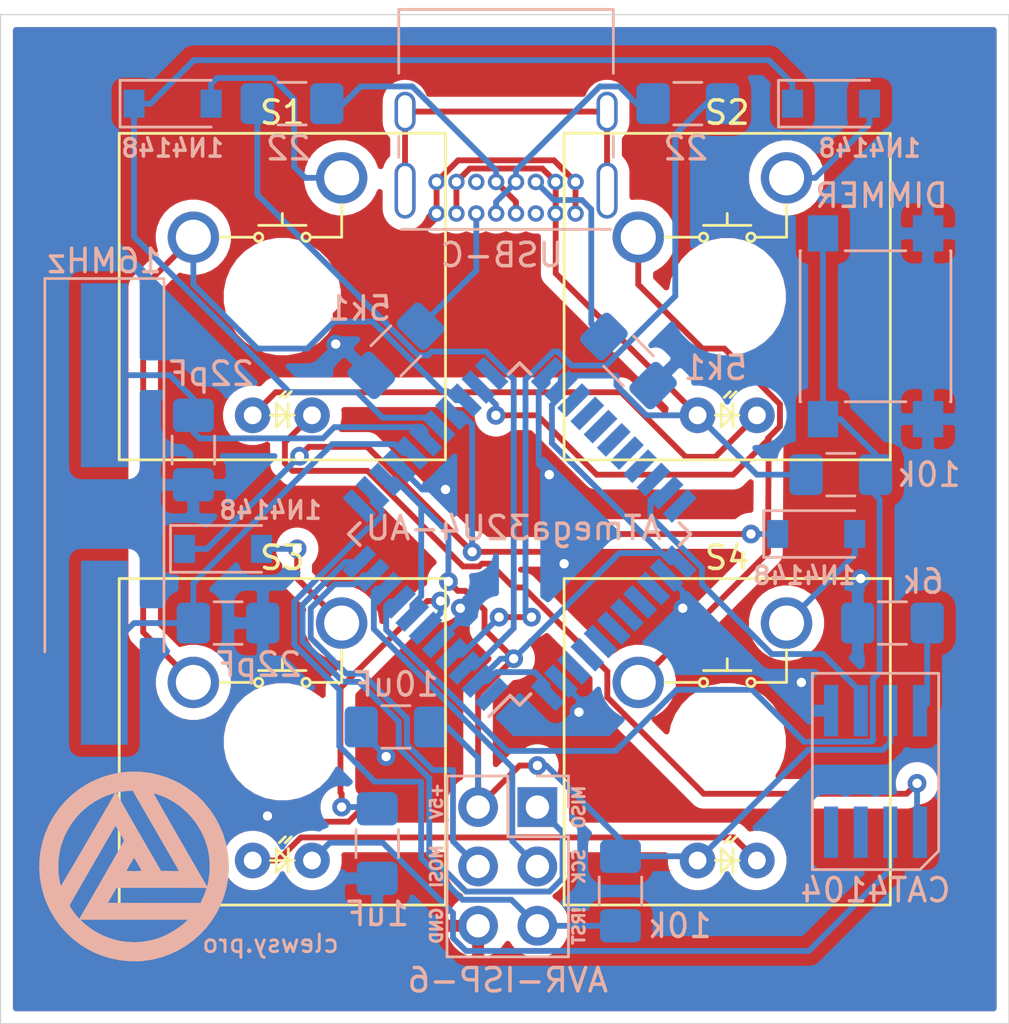
<source format=kicad_pcb>
(kicad_pcb (version 20171130) (host pcbnew 5.1.5+dfsg1-2build2)

  (general
    (thickness 1.6)
    (drawings 11)
    (tracks 377)
    (zones 0)
    (modules 26)
    (nets 54)
  )

  (page A4)
  (layers
    (0 F.Cu signal)
    (31 B.Cu signal)
    (32 B.Adhes user)
    (33 F.Adhes user)
    (34 B.Paste user)
    (35 F.Paste user)
    (36 B.SilkS user)
    (37 F.SilkS user)
    (38 B.Mask user)
    (39 F.Mask user)
    (40 Dwgs.User user)
    (41 Cmts.User user)
    (42 Eco1.User user)
    (43 Eco2.User user)
    (44 Edge.Cuts user)
    (45 Margin user)
    (46 B.CrtYd user)
    (47 F.CrtYd user)
    (48 B.Fab user)
    (49 F.Fab user)
  )

  (setup
    (last_trace_width 0.25)
    (trace_clearance 0.1)
    (zone_clearance 0.508)
    (zone_45_only no)
    (trace_min 0.2)
    (via_size 0.8)
    (via_drill 0.4)
    (via_min_size 0.4)
    (via_min_drill 0.3)
    (uvia_size 0.3)
    (uvia_drill 0.1)
    (uvias_allowed no)
    (uvia_min_size 0.2)
    (uvia_min_drill 0.1)
    (edge_width 0.05)
    (segment_width 0.2)
    (pcb_text_width 0.3)
    (pcb_text_size 1.5 1.5)
    (mod_edge_width 0.12)
    (mod_text_size 1 1)
    (mod_text_width 0.15)
    (pad_size 1.524 1.524)
    (pad_drill 0.762)
    (pad_to_mask_clearance 0.051)
    (solder_mask_min_width 0.25)
    (aux_axis_origin 0 0)
    (visible_elements FFFFFF7F)
    (pcbplotparams
      (layerselection 0x010f0_ffffffff)
      (usegerberextensions false)
      (usegerberattributes false)
      (usegerberadvancedattributes false)
      (creategerberjobfile false)
      (excludeedgelayer true)
      (linewidth 0.100000)
      (plotframeref false)
      (viasonmask false)
      (mode 1)
      (useauxorigin false)
      (hpglpennumber 1)
      (hpglpenspeed 20)
      (hpglpendiameter 15.000000)
      (psnegative false)
      (psa4output false)
      (plotreference true)
      (plotvalue true)
      (plotinvisibletext false)
      (padsonsilk false)
      (subtractmaskfromsilk false)
      (outputformat 1)
      (mirror false)
      (drillshape 0)
      (scaleselection 1)
      (outputdirectory "gerber/"))
  )

  (net 0 "")
  (net 1 "Net-(C1-Pad1)")
  (net 2 GND)
  (net 3 "Net-(C2-Pad1)")
  (net 4 "Net-(C3-Pad1)")
  (net 5 +5V)
  (net 6 "Net-(D1-Pad2)")
  (net 7 ROW1)
  (net 8 "Net-(D2-Pad2)")
  (net 9 ROW2)
  (net 10 "Net-(D3-Pad2)")
  (net 11 "Net-(D4-Pad2)")
  (net 12 "Net-(J1-PadS1)")
  (net 13 "Net-(J1-PadA5)")
  (net 14 "Net-(J1-PadA6)")
  (net 15 "Net-(J1-PadA7)")
  (net 16 "Net-(J1-PadA8)")
  (net 17 "Net-(J1-PadB5)")
  (net 18 "Net-(J1-PadB8)")
  (net 19 MISO)
  (net 20 SCK)
  (net 21 MOSI)
  (net 22 !RESET)
  (net 23 "Net-(R2-Pad2)")
  (net 24 D-)
  (net 25 D+)
  (net 26 "Net-(R7-Pad2)")
  (net 27 COL1)
  (net 28 LED1)
  (net 29 "Net-(S1-Pad4)")
  (net 30 COL2)
  (net 31 "Net-(S3-Pad4)")
  (net 32 LED2)
  (net 33 "Net-(U1-Pad1)")
  (net 34 "Net-(U1-Pad12)")
  (net 35 "Net-(U1-Pad22)")
  (net 36 "Net-(U1-Pad25)")
  (net 37 "Net-(U1-Pad26)")
  (net 38 "Net-(U1-Pad27)")
  (net 39 "Net-(U1-Pad28)")
  (net 40 "Net-(U1-Pad29)")
  (net 41 "Net-(U1-Pad30)")
  (net 42 "Net-(U1-Pad31)")
  (net 43 LED_PWM)
  (net 44 "Net-(U1-Pad33)")
  (net 45 "Net-(U1-Pad36)")
  (net 46 "Net-(U1-Pad37)")
  (net 47 "Net-(U1-Pad38)")
  (net 48 "Net-(U1-Pad39)")
  (net 49 "Net-(U1-Pad40)")
  (net 50 "Net-(U1-Pad41)")
  (net 51 "Net-(U1-Pad42)")
  (net 52 "Net-(U2-Pad3)")
  (net 53 "Net-(U2-Pad4)")

  (net_class Default "This is the default net class."
    (clearance 0.1)
    (trace_width 0.25)
    (via_dia 0.8)
    (via_drill 0.4)
    (uvia_dia 0.3)
    (uvia_drill 0.1)
    (add_net !RESET)
    (add_net +5V)
    (add_net COL1)
    (add_net COL2)
    (add_net D+)
    (add_net D-)
    (add_net GND)
    (add_net LED1)
    (add_net LED2)
    (add_net LED_PWM)
    (add_net MISO)
    (add_net MOSI)
    (add_net "Net-(C1-Pad1)")
    (add_net "Net-(C2-Pad1)")
    (add_net "Net-(C3-Pad1)")
    (add_net "Net-(D1-Pad2)")
    (add_net "Net-(D2-Pad2)")
    (add_net "Net-(D3-Pad2)")
    (add_net "Net-(D4-Pad2)")
    (add_net "Net-(J1-PadA5)")
    (add_net "Net-(J1-PadA6)")
    (add_net "Net-(J1-PadA7)")
    (add_net "Net-(J1-PadA8)")
    (add_net "Net-(J1-PadB5)")
    (add_net "Net-(J1-PadB8)")
    (add_net "Net-(J1-PadS1)")
    (add_net "Net-(R2-Pad2)")
    (add_net "Net-(R7-Pad2)")
    (add_net "Net-(S1-Pad4)")
    (add_net "Net-(S3-Pad4)")
    (add_net "Net-(U1-Pad1)")
    (add_net "Net-(U1-Pad12)")
    (add_net "Net-(U1-Pad22)")
    (add_net "Net-(U1-Pad25)")
    (add_net "Net-(U1-Pad26)")
    (add_net "Net-(U1-Pad27)")
    (add_net "Net-(U1-Pad28)")
    (add_net "Net-(U1-Pad29)")
    (add_net "Net-(U1-Pad30)")
    (add_net "Net-(U1-Pad31)")
    (add_net "Net-(U1-Pad33)")
    (add_net "Net-(U1-Pad36)")
    (add_net "Net-(U1-Pad37)")
    (add_net "Net-(U1-Pad38)")
    (add_net "Net-(U1-Pad39)")
    (add_net "Net-(U1-Pad40)")
    (add_net "Net-(U1-Pad41)")
    (add_net "Net-(U1-Pad42)")
    (add_net "Net-(U2-Pad3)")
    (add_net "Net-(U2-Pad4)")
    (add_net ROW1)
    (add_net ROW2)
    (add_net SCK)
  )

  (module macr0:Gateron_LED_1.00u_Plate (layer F.Cu) (tedit 5F1D03D7) (tstamp 5F1DAD3A)
    (at 149.098 84.582)
    (descr "Cherry MX keyswitch, 1.00u, plate mount, http://cherryamericas.com/wp-content/uploads/2014/12/mx_cat.pdf")
    (tags "Cherry MX keyswitch 1.00u plate")
    (path /5F19680E)
    (fp_text reference S2 (at -2.54 -2.794) (layer F.SilkS)
      (effects (font (size 1 1) (thickness 0.15)))
    )
    (fp_text value SW_Push_LED (at -2.54 12.954) (layer F.Fab) hide
      (effects (font (size 1 1) (thickness 0.15)))
    )
    (fp_text user %R (at -2.54 -2.794) (layer F.Fab)
      (effects (font (size 1 1) (thickness 0.15)))
    )
    (fp_line (start -8.89 -1.27) (end 3.81 -1.27) (layer F.Fab) (width 0.1))
    (fp_line (start 3.81 -1.27) (end 3.81 11.43) (layer F.Fab) (width 0.1))
    (fp_line (start 3.81 11.43) (end -8.89 11.43) (layer F.Fab) (width 0.1))
    (fp_line (start -8.89 11.43) (end -8.89 -1.27) (layer F.Fab) (width 0.1))
    (fp_line (start -9.14 11.68) (end -9.14 -1.52) (layer F.CrtYd) (width 0.05))
    (fp_line (start 4.06 11.68) (end -9.14 11.68) (layer F.CrtYd) (width 0.05))
    (fp_line (start 4.06 -1.52) (end 4.06 11.68) (layer F.CrtYd) (width 0.05))
    (fp_line (start -9.14 -1.52) (end 4.06 -1.52) (layer F.CrtYd) (width 0.05))
    (fp_line (start -12.065 -4.445) (end 6.985 -4.445) (layer Dwgs.User) (width 0.15))
    (fp_line (start 6.985 -4.445) (end 6.985 14.605) (layer Dwgs.User) (width 0.15))
    (fp_line (start 6.985 14.605) (end -12.065 14.605) (layer Dwgs.User) (width 0.15))
    (fp_line (start -12.065 14.605) (end -12.065 -4.445) (layer Dwgs.User) (width 0.15))
    (fp_line (start -9.525 -1.905) (end 4.445 -1.905) (layer F.SilkS) (width 0.12))
    (fp_line (start 4.445 -1.905) (end 4.445 12.065) (layer F.SilkS) (width 0.12))
    (fp_line (start 4.445 12.065) (end -9.525 12.065) (layer F.SilkS) (width 0.12))
    (fp_line (start -9.525 12.065) (end -9.525 -1.905) (layer F.SilkS) (width 0.12))
    (fp_line (start -3.048 10.16) (end -2.032 10.16) (layer F.SilkS) (width 0.12))
    (fp_line (start -2.286 10.16) (end -2.794 9.652) (layer F.SilkS) (width 0.12))
    (fp_line (start -2.794 9.652) (end -2.794 10.668) (layer F.SilkS) (width 0.12))
    (fp_line (start -2.794 10.668) (end -2.286 10.16) (layer F.SilkS) (width 0.12))
    (fp_line (start -2.286 9.652) (end -2.286 10.668) (layer F.SilkS) (width 0.12))
    (fp_line (start -2.667 9.398) (end -2.413 9.144) (layer F.SilkS) (width 0.12))
    (fp_line (start -2.413 9.398) (end -2.159 9.144) (layer F.SilkS) (width 0.12))
    (fp_line (start -3.556 2.032) (end -1.524 2.032) (layer F.SilkS) (width 0.12))
    (fp_line (start -2.54 2.032) (end -2.54 1.524) (layer F.SilkS) (width 0.12))
    (fp_circle (center -1.524 2.54) (end -1.397 2.413) (layer F.SilkS) (width 0.12))
    (fp_circle (center -3.556 2.54) (end -3.683 2.413) (layer F.SilkS) (width 0.12))
    (fp_line (start -5.207 2.54) (end -3.735605 2.54) (layer F.SilkS) (width 0.12))
    (fp_line (start -1.344395 2.54) (end 0 2.54) (layer F.SilkS) (width 0.12))
    (fp_line (start 0 2.54) (end 0 1.143) (layer F.SilkS) (width 0.12))
    (pad 1 thru_hole circle (at 0 0) (size 2.2 2.2) (drill 1.5) (layers *.Cu *.Mask)
      (net 8 "Net-(D2-Pad2)"))
    (pad 2 thru_hole circle (at -6.35 2.54) (size 2.2 2.2) (drill 1.5) (layers *.Cu *.Mask)
      (net 30 COL2))
    (pad "" np_thru_hole circle (at -2.54 5.08) (size 4 4) (drill 4) (layers *.Cu *.Mask))
    (pad 3 thru_hole circle (at -1.27 10.16) (size 1.524 1.524) (drill 0.762) (layers *.Cu *.Mask)
      (net 29 "Net-(S1-Pad4)"))
    (pad 4 thru_hole circle (at -3.81 10.16) (size 1.524 1.524) (drill 0.762) (layers *.Cu *.Mask)
      (net 5 +5V))
    (model ${KISYS3DMOD}/Button_Switch_Keyboard.3dshapes/SW_Cherry_MX_1.00u_Plate.wrl
      (at (xyz 0 0 0))
      (scale (xyz 1 1 1))
      (rotate (xyz 0 0 0))
    )
  )

  (module macr0:Gateron_LED_1.00u_Plate (layer F.Cu) (tedit 5F1D03D7) (tstamp 5F1DAD12)
    (at 130.048 84.582)
    (descr "Cherry MX keyswitch, 1.00u, plate mount, http://cherryamericas.com/wp-content/uploads/2014/12/mx_cat.pdf")
    (tags "Cherry MX keyswitch 1.00u plate")
    (path /5F154BF5)
    (fp_text reference S1 (at -2.54 -2.794) (layer F.SilkS)
      (effects (font (size 1 1) (thickness 0.15)))
    )
    (fp_text value SW_Push_LED (at -2.54 12.954) (layer F.Fab) hide
      (effects (font (size 1 1) (thickness 0.15)))
    )
    (fp_text user %R (at -2.54 -2.794) (layer F.Fab)
      (effects (font (size 1 1) (thickness 0.15)))
    )
    (fp_line (start -8.89 -1.27) (end 3.81 -1.27) (layer F.Fab) (width 0.1))
    (fp_line (start 3.81 -1.27) (end 3.81 11.43) (layer F.Fab) (width 0.1))
    (fp_line (start 3.81 11.43) (end -8.89 11.43) (layer F.Fab) (width 0.1))
    (fp_line (start -8.89 11.43) (end -8.89 -1.27) (layer F.Fab) (width 0.1))
    (fp_line (start -9.14 11.68) (end -9.14 -1.52) (layer F.CrtYd) (width 0.05))
    (fp_line (start 4.06 11.68) (end -9.14 11.68) (layer F.CrtYd) (width 0.05))
    (fp_line (start 4.06 -1.52) (end 4.06 11.68) (layer F.CrtYd) (width 0.05))
    (fp_line (start -9.14 -1.52) (end 4.06 -1.52) (layer F.CrtYd) (width 0.05))
    (fp_line (start -12.065 -4.445) (end 6.985 -4.445) (layer Dwgs.User) (width 0.15))
    (fp_line (start 6.985 -4.445) (end 6.985 14.605) (layer Dwgs.User) (width 0.15))
    (fp_line (start 6.985 14.605) (end -12.065 14.605) (layer Dwgs.User) (width 0.15))
    (fp_line (start -12.065 14.605) (end -12.065 -4.445) (layer Dwgs.User) (width 0.15))
    (fp_line (start -9.525 -1.905) (end 4.445 -1.905) (layer F.SilkS) (width 0.12))
    (fp_line (start 4.445 -1.905) (end 4.445 12.065) (layer F.SilkS) (width 0.12))
    (fp_line (start 4.445 12.065) (end -9.525 12.065) (layer F.SilkS) (width 0.12))
    (fp_line (start -9.525 12.065) (end -9.525 -1.905) (layer F.SilkS) (width 0.12))
    (fp_line (start -3.048 10.16) (end -2.032 10.16) (layer F.SilkS) (width 0.12))
    (fp_line (start -2.286 10.16) (end -2.794 9.652) (layer F.SilkS) (width 0.12))
    (fp_line (start -2.794 9.652) (end -2.794 10.668) (layer F.SilkS) (width 0.12))
    (fp_line (start -2.794 10.668) (end -2.286 10.16) (layer F.SilkS) (width 0.12))
    (fp_line (start -2.286 9.652) (end -2.286 10.668) (layer F.SilkS) (width 0.12))
    (fp_line (start -2.667 9.398) (end -2.413 9.144) (layer F.SilkS) (width 0.12))
    (fp_line (start -2.413 9.398) (end -2.159 9.144) (layer F.SilkS) (width 0.12))
    (fp_line (start -3.556 2.032) (end -1.524 2.032) (layer F.SilkS) (width 0.12))
    (fp_line (start -2.54 2.032) (end -2.54 1.524) (layer F.SilkS) (width 0.12))
    (fp_circle (center -1.524 2.54) (end -1.397 2.413) (layer F.SilkS) (width 0.12))
    (fp_circle (center -3.556 2.54) (end -3.683 2.413) (layer F.SilkS) (width 0.12))
    (fp_line (start -5.207 2.54) (end -3.735605 2.54) (layer F.SilkS) (width 0.12))
    (fp_line (start -1.344395 2.54) (end 0 2.54) (layer F.SilkS) (width 0.12))
    (fp_line (start 0 2.54) (end 0 1.143) (layer F.SilkS) (width 0.12))
    (pad 1 thru_hole circle (at 0 0) (size 2.2 2.2) (drill 1.5) (layers *.Cu *.Mask)
      (net 6 "Net-(D1-Pad2)"))
    (pad 2 thru_hole circle (at -6.35 2.54) (size 2.2 2.2) (drill 1.5) (layers *.Cu *.Mask)
      (net 27 COL1))
    (pad "" np_thru_hole circle (at -2.54 5.08) (size 4 4) (drill 4) (layers *.Cu *.Mask))
    (pad 3 thru_hole circle (at -1.27 10.16) (size 1.524 1.524) (drill 0.762) (layers *.Cu *.Mask)
      (net 28 LED1))
    (pad 4 thru_hole circle (at -3.81 10.16) (size 1.524 1.524) (drill 0.762) (layers *.Cu *.Mask)
      (net 29 "Net-(S1-Pad4)"))
    (model ${KISYS3DMOD}/Button_Switch_Keyboard.3dshapes/SW_Cherry_MX_1.00u_Plate.wrl
      (at (xyz 0 0 0))
      (scale (xyz 1 1 1))
      (rotate (xyz 0 0 0))
    )
  )

  (module macr0:clewsy_logo_8mm (layer B.Cu) (tedit 5F1D529B) (tstamp 5F1E60C0)
    (at 121.158 114.046 180)
    (fp_text reference G*** (at 0 4.699) (layer B.SilkS) hide
      (effects (font (size 1.524 1.524) (thickness 0.3)) (justify mirror))
    )
    (fp_text value LOGO (at 0 -5.08) (layer B.SilkS) hide
      (effects (font (size 1.524 1.524) (thickness 0.3)) (justify mirror))
    )
    (fp_poly (pts (xy 0.56036 4.018467) (xy 0.953209 3.943821) (xy 1.34004 3.830111) (xy 1.668046 3.700102)
      (xy 2.01768 3.522106) (xy 2.348803 3.309413) (xy 2.65847 3.064867) (xy 2.943738 2.791312)
      (xy 3.201662 2.491592) (xy 3.429298 2.168549) (xy 3.623703 1.825028) (xy 3.636959 1.79832)
      (xy 3.797054 1.428382) (xy 3.918305 1.051639) (xy 4.001439 0.670544) (xy 4.047186 0.287548)
      (xy 4.056273 -0.094899) (xy 4.029429 -0.474345) (xy 3.967381 -0.84834) (xy 3.870858 -1.214431)
      (xy 3.740587 -1.570169) (xy 3.577297 -1.913103) (xy 3.381716 -2.24078) (xy 3.154573 -2.55075)
      (xy 2.896594 -2.840563) (xy 2.608509 -3.107767) (xy 2.291046 -3.34991) (xy 2.064286 -3.495701)
      (xy 1.727359 -3.674286) (xy 1.369749 -3.820326) (xy 0.996561 -3.932688) (xy 0.612899 -4.010238)
      (xy 0.223868 -4.051841) (xy -0.165427 -4.056364) (xy -0.391829 -4.04131) (xy -0.786382 -3.98333)
      (xy -1.16926 -3.887598) (xy -1.538216 -3.755891) (xy -1.891005 -3.589987) (xy -2.225383 -3.391663)
      (xy -2.539103 -3.162698) (xy -2.82992 -2.904869) (xy -3.09559 -2.619955) (xy -3.333866 -2.309732)
      (xy -3.355052 -2.27584) (xy -2.304408 -2.27584) (xy -2.224084 -2.359049) (xy -2.099492 -2.473533)
      (xy -1.944259 -2.593096) (xy -1.767057 -2.712513) (xy -1.576557 -2.826561) (xy -1.381431 -2.930015)
      (xy -1.19035 -3.01765) (xy -1.030502 -3.078178) (xy -0.694244 -3.170201) (xy -0.348906 -3.226138)
      (xy -0.00202 -3.245137) (xy 0.307727 -3.229699) (xy 0.578788 -3.192622) (xy 0.829917 -3.137168)
      (xy 1.07412 -3.05953) (xy 1.324407 -2.955901) (xy 1.453336 -2.894418) (xy 1.607548 -2.811465)
      (xy 1.767137 -2.713915) (xy 1.922433 -2.608485) (xy 2.063764 -2.501894) (xy 2.181459 -2.400859)
      (xy 2.224083 -2.359049) (xy 2.304407 -2.27584) (xy -2.304408 -2.27584) (xy -3.355052 -2.27584)
      (xy -3.542503 -1.975979) (xy -3.719256 -1.620473) (xy -3.839746 -1.311303) (xy -3.950665 -0.927089)
      (xy -3.951785 -0.921) (xy -3.10896 -0.921) (xy -3.101547 -0.95246) (xy -3.081628 -1.012191)
      (xy -3.052688 -1.091103) (xy -3.018209 -1.180104) (xy -2.981674 -1.270102) (xy -2.946568 -1.352007)
      (xy -2.929226 -1.390106) (xy -2.847437 -1.56464) (xy -0.864919 -1.56464) (xy -0.584865 -1.564525)
      (xy -0.316597 -1.564191) (xy -0.062869 -1.563655) (xy 0.173566 -1.562931) (xy 0.389953 -1.562036)
      (xy 0.583538 -1.560986) (xy 0.751566 -1.559797) (xy 0.891284 -1.558485) (xy 0.999937 -1.557065)
      (xy 1.074772 -1.555553) (xy 1.113033 -1.553965) (xy 1.1176 -1.553187) (xy 1.107766 -1.532831)
      (xy 1.08046 -1.483331) (xy 1.038977 -1.410478) (xy 0.986609 -1.320061) (xy 0.932665 -1.228067)
      (xy 0.747731 -0.9144) (xy -1.180615 -0.9144) (xy -1.45674 -0.914467) (xy -1.721042 -0.914665)
      (xy -1.970728 -0.914982) (xy -2.203005 -0.91541) (xy -2.41508 -0.915939) (xy -2.604161 -0.916559)
      (xy -2.767455 -0.917261) (xy -2.90217 -0.918035) (xy -3.005513 -0.918872) (xy -3.074691 -0.919762)
      (xy -3.106911 -0.920695) (xy -3.10896 -0.921) (xy -3.951785 -0.921) (xy -4.022286 -0.537942)
      (xy -4.055218 -0.146598) (xy -4.054481 -0.090624) (xy -3.243631 -0.090624) (xy -3.234286 -0.251434)
      (xy -3.221165 -0.375236) (xy -3.205209 -0.496516) (xy -3.187566 -0.609204) (xy -3.16939 -0.707229)
      (xy -3.151828 -0.78452) (xy -3.136033 -0.835005) (xy -3.123154 -0.852613) (xy -3.120619 -0.851268)
      (xy -3.109653 -0.832966) (xy -3.079682 -0.781691) (xy -3.031998 -0.699679) (xy -2.967895 -0.589165)
      (xy -2.888666 -0.452385) (xy -2.795603 -0.291572) (xy -2.73138 -0.180517) (xy -1.917052 -0.180517)
      (xy -1.912136 -0.18958) (xy -1.892504 -0.195687) (xy -1.853123 -0.199254) (xy -1.788959 -0.200697)
      (xy -1.694978 -0.200432) (xy -1.566146 -0.198877) (xy -1.543741 -0.198562) (xy -1.155178 -0.19304)
      (xy -1.153002 -0.189272) (xy -0.32512 -0.189272) (xy -0.305935 -0.193974) (xy -0.252912 -0.197999)
      (xy -0.172852 -0.201054) (xy -0.072556 -0.202848) (xy 0 -0.2032) (xy 0.109773 -0.202378)
      (xy 0.203716 -0.200106) (xy 0.275026 -0.196677) (xy 0.316904 -0.19238) (xy 0.32512 -0.189272)
      (xy 0.315435 -0.165322) (xy 0.289244 -0.114946) (xy 0.250837 -0.04547) (xy 0.204504 0.035779)
      (xy 0.154539 0.121476) (xy 0.105232 0.204294) (xy 0.060874 0.276909) (xy 0.025757 0.331992)
      (xy 0.004173 0.362219) (xy 0 0.36576) (xy -0.01403 0.349228) (xy -0.043538 0.304515)
      (xy -0.084235 0.238947) (xy -0.131828 0.159851) (xy -0.182026 0.074552) (xy -0.230539 -0.009623)
      (xy -0.273074 -0.085349) (xy -0.30534 -0.145299) (xy -0.323046 -0.182148) (xy -0.32512 -0.189272)
      (xy -1.153002 -0.189272) (xy -0.409268 1.098293) (xy 0.42672 1.098293) (xy 0.43661 1.078222)
      (xy 0.46517 1.025876) (xy 0.510732 0.944162) (xy 0.571629 0.835992) (xy 0.646194 0.704273)
      (xy 0.732759 0.551917) (xy 0.829658 0.381831) (xy 0.935223 0.196926) (xy 1.047787 0.000111)
      (xy 1.165683 -0.205704) (xy 1.287244 -0.41761) (xy 1.410801 -0.632698) (xy 1.534689 -0.848058)
      (xy 1.65724 -1.06078) (xy 1.776787 -1.267955) (xy 1.891662 -1.466674) (xy 2.000198 -1.654027)
      (xy 2.100728 -1.827105) (xy 2.191586 -1.982998) (xy 2.231494 -2.051248) (xy 2.343888 -2.243216)
      (xy 2.443286 -2.132528) (xy 2.501321 -2.063419) (xy 2.569401 -1.975667) (xy 2.635598 -1.884814)
      (xy 2.655813 -1.855602) (xy 2.705377 -1.778191) (xy 2.740513 -1.71404) (xy 2.757248 -1.670826)
      (xy 2.757434 -1.659371) (xy 2.745215 -1.636249) (xy 2.714393 -1.58109) (xy 2.666686 -1.496867)
      (xy 2.60381 -1.386554) (xy 2.527483 -1.253123) (xy 2.439422 -1.099548) (xy 2.341344 -0.928802)
      (xy 2.234966 -0.743858) (xy 2.122004 -0.54769) (xy 2.004177 -0.343269) (xy 1.883201 -0.13357)
      (xy 1.760793 0.078435) (xy 1.63867 0.289773) (xy 1.518549 0.497469) (xy 1.402148 0.698552)
      (xy 1.291183 0.890048) (xy 1.187372 1.068985) (xy 1.092431 1.232388) (xy 1.008078 1.377285)
      (xy 0.93603 1.500702) (xy 0.878003 1.599667) (xy 0.835715 1.671207) (xy 0.810883 1.712348)
      (xy 0.804984 1.721311) (xy 0.791339 1.721734) (xy 0.768518 1.699606) (xy 0.73429 1.651731)
      (xy 0.686423 1.574914) (xy 0.622687 1.465959) (xy 0.60452 1.434214) (xy 0.546852 1.331806)
      (xy 0.49699 1.240746) (xy 0.458205 1.167214) (xy 0.433767 1.117391) (xy 0.42672 1.098293)
      (xy -0.409268 1.098293) (xy -0.192711 1.4732) (xy -0.054854 1.712265) (xy 0.076805 1.941364)
      (xy 0.200885 2.158055) (xy 0.316009 2.359893) (xy 0.420796 2.544434) (xy 0.513868 2.709235)
      (xy 0.593847 2.851852) (xy 0.659353 2.96984) (xy 0.709007 3.060755) (xy 0.741431 3.122155)
      (xy 0.746021 3.131938) (xy 0.816405 3.131938) (xy 0.830453 3.104669) (xy 0.863056 3.04584)
      (xy 0.912644 2.958143) (xy 0.977649 2.84427) (xy 1.0565 2.70691) (xy 1.147628 2.548757)
      (xy 1.249463 2.3725) (xy 1.360437 2.18083) (xy 1.478979 1.97644) (xy 1.603521 1.76202)
      (xy 1.732492 1.540261) (xy 1.864324 1.313854) (xy 1.997446 1.085491) (xy 2.13029 0.857862)
      (xy 2.261285 0.633659) (xy 2.388862 0.415573) (xy 2.511453 0.206295) (xy 2.627487 0.008516)
      (xy 2.735394 -0.175073) (xy 2.833606 -0.34178) (xy 2.920553 -0.488914) (xy 2.994666 -0.613785)
      (xy 3.054374 -0.713701) (xy 3.098109 -0.785971) (xy 3.124301 -0.827903) (xy 3.131565 -0.837803)
      (xy 3.142451 -0.811818) (xy 3.158209 -0.757425) (xy 3.175559 -0.686028) (xy 3.176742 -0.68072)
      (xy 3.229279 -0.355156) (xy 3.246803 -0.017322) (xy 3.2296 0.324921) (xy 3.177959 0.663711)
      (xy 3.118628 0.904514) (xy 3.002645 1.235036) (xy 2.851339 1.5503) (xy 2.667441 1.847266)
      (xy 2.453685 2.122897) (xy 2.212804 2.374154) (xy 1.947531 2.598) (xy 1.6606 2.791396)
      (xy 1.354743 2.951305) (xy 1.22936 3.004557) (xy 1.109995 3.050509) (xy 1.004253 3.088314)
      (xy 0.917303 3.116378) (xy 0.854313 3.133107) (xy 0.820452 3.136908) (xy 0.816405 3.131938)
      (xy 0.746021 3.131938) (xy 0.755244 3.151594) (xy 0.755547 3.153835) (xy 0.726495 3.165865)
      (xy 0.666035 3.180114) (xy 0.583241 3.195197) (xy 0.487186 3.209731) (xy 0.386941 3.222333)
      (xy 0.29158 3.231618) (xy 0.216728 3.236017) (xy 0.057537 3.24104) (xy -0.917365 1.55448)
      (xy -1.056796 1.313253) (xy -1.190677 1.081602) (xy -1.317578 0.862) (xy -1.436071 0.656922)
      (xy -1.544726 0.468842) (xy -1.642114 0.300234) (xy -1.726806 0.153573) (xy -1.797374 0.031333)
      (xy -1.852387 -0.064011) (xy -1.890417 -0.129987) (xy -1.910035 -0.164118) (xy -1.912286 -0.168082)
      (xy -1.917052 -0.180517) (xy -2.73138 -0.180517) (xy -2.69 -0.108964) (xy -2.573149 0.093206)
      (xy -2.446344 0.312701) (xy -2.310877 0.547286) (xy -2.168041 0.794727) (xy -2.01913 1.052787)
      (xy -1.971734 1.134943) (xy -1.821404 1.39579) (xy -1.677047 1.646762) (xy -1.539934 1.885624)
      (xy -1.411337 2.110141) (xy -1.292526 2.318075) (xy -1.184773 2.507192) (xy -1.089348 2.675256)
      (xy -1.007524 2.82003) (xy -0.94057 2.939279) (xy -0.889759 3.030767) (xy -0.856361 3.092258)
      (xy -0.841648 3.121516) (xy -0.841087 3.1237) (xy -0.866496 3.12393) (xy -0.921968 3.110313)
      (xy -1.000383 3.085394) (xy -1.094617 3.05172) (xy -1.197547 3.011836) (xy -1.302051 2.968289)
      (xy -1.401006 2.923623) (xy -1.40151 2.923384) (xy -1.707011 2.756639) (xy -1.992269 2.55652)
      (xy -2.254738 2.32624) (xy -2.491869 2.06901) (xy -2.701113 1.788043) (xy -2.879924 1.486552)
      (xy -3.025754 1.167747) (xy -3.136053 0.834842) (xy -3.170928 0.692695) (xy -3.21516 0.437582)
      (xy -3.239777 0.17078) (xy -3.243631 -0.090624) (xy -4.054481 -0.090624) (xy -4.050071 0.244204)
      (xy -4.007455 0.631729) (xy -3.927982 1.01324) (xy -3.812262 1.385999) (xy -3.660904 1.747269)
      (xy -3.474519 2.094314) (xy -3.253718 2.424396) (xy -2.999111 2.734779) (xy -2.918071 2.821724)
      (xy -2.70569 3.02401) (xy -2.464585 3.220564) (xy -2.206572 3.40282) (xy -1.943469 3.562211)
      (xy -1.778 3.648202) (xy -1.403462 3.807116) (xy -1.019392 3.9272) (xy -0.628384 4.008417)
      (xy -0.233028 4.050726) (xy 0.164084 4.054089) (xy 0.56036 4.018467)) (layer B.SilkS) (width 0.01))
  )

  (module Capacitor_SMD:C_1206_3216Metric_Pad1.42x1.75mm_HandSolder (layer B.Cu) (tedit 5B301BBE) (tstamp 5F1DAB6F)
    (at 123.698 96.2295 270)
    (descr "Capacitor SMD 1206 (3216 Metric), square (rectangular) end terminal, IPC_7351 nominal with elongated pad for handsoldering. (Body size source: http://www.tortai-tech.com/upload/download/2011102023233369053.pdf), generated with kicad-footprint-generator")
    (tags "capacitor handsolder")
    (path /5F161201)
    (attr smd)
    (fp_text reference C1 (at 0 1.82 90) (layer B.SilkS) hide
      (effects (font (size 1 1) (thickness 0.15)) (justify mirror))
    )
    (fp_text value 22pF (at -3.2655 -0.762 180) (layer B.SilkS)
      (effects (font (size 1 1) (thickness 0.15)) (justify mirror))
    )
    (fp_line (start -1.6 -0.8) (end -1.6 0.8) (layer B.Fab) (width 0.1))
    (fp_line (start -1.6 0.8) (end 1.6 0.8) (layer B.Fab) (width 0.1))
    (fp_line (start 1.6 0.8) (end 1.6 -0.8) (layer B.Fab) (width 0.1))
    (fp_line (start 1.6 -0.8) (end -1.6 -0.8) (layer B.Fab) (width 0.1))
    (fp_line (start -0.602064 0.91) (end 0.602064 0.91) (layer B.SilkS) (width 0.12))
    (fp_line (start -0.602064 -0.91) (end 0.602064 -0.91) (layer B.SilkS) (width 0.12))
    (fp_line (start -2.45 -1.12) (end -2.45 1.12) (layer B.CrtYd) (width 0.05))
    (fp_line (start -2.45 1.12) (end 2.45 1.12) (layer B.CrtYd) (width 0.05))
    (fp_line (start 2.45 1.12) (end 2.45 -1.12) (layer B.CrtYd) (width 0.05))
    (fp_line (start 2.45 -1.12) (end -2.45 -1.12) (layer B.CrtYd) (width 0.05))
    (fp_text user %R (at 0 0 90) (layer B.Fab)
      (effects (font (size 0.8 0.8) (thickness 0.12)) (justify mirror))
    )
    (pad 1 smd roundrect (at -1.4875 0 270) (size 1.425 1.75) (layers B.Cu B.Paste B.Mask) (roundrect_rratio 0.175439)
      (net 1 "Net-(C1-Pad1)"))
    (pad 2 smd roundrect (at 1.4875 0 270) (size 1.425 1.75) (layers B.Cu B.Paste B.Mask) (roundrect_rratio 0.175439)
      (net 2 GND))
    (model ${KISYS3DMOD}/Capacitor_SMD.3dshapes/C_1206_3216Metric.wrl
      (at (xyz 0 0 0))
      (scale (xyz 1 1 1))
      (rotate (xyz 0 0 0))
    )
  )

  (module Capacitor_SMD:C_1206_3216Metric_Pad1.42x1.75mm_HandSolder (layer B.Cu) (tedit 5B301BBE) (tstamp 5F1DDA62)
    (at 125.1855 103.632)
    (descr "Capacitor SMD 1206 (3216 Metric), square (rectangular) end terminal, IPC_7351 nominal with elongated pad for handsoldering. (Body size source: http://www.tortai-tech.com/upload/download/2011102023233369053.pdf), generated with kicad-footprint-generator")
    (tags "capacitor handsolder")
    (path /5F16167D)
    (attr smd)
    (fp_text reference C2 (at 0 1.82) (layer B.SilkS) hide
      (effects (font (size 1 1) (thickness 0.15)) (justify mirror))
    )
    (fp_text value 22pF (at 1.3065 1.778) (layer B.SilkS)
      (effects (font (size 1 1) (thickness 0.15)) (justify mirror))
    )
    (fp_line (start -1.6 -0.8) (end -1.6 0.8) (layer B.Fab) (width 0.1))
    (fp_line (start -1.6 0.8) (end 1.6 0.8) (layer B.Fab) (width 0.1))
    (fp_line (start 1.6 0.8) (end 1.6 -0.8) (layer B.Fab) (width 0.1))
    (fp_line (start 1.6 -0.8) (end -1.6 -0.8) (layer B.Fab) (width 0.1))
    (fp_line (start -0.602064 0.91) (end 0.602064 0.91) (layer B.SilkS) (width 0.12))
    (fp_line (start -0.602064 -0.91) (end 0.602064 -0.91) (layer B.SilkS) (width 0.12))
    (fp_line (start -2.45 -1.12) (end -2.45 1.12) (layer B.CrtYd) (width 0.05))
    (fp_line (start -2.45 1.12) (end 2.45 1.12) (layer B.CrtYd) (width 0.05))
    (fp_line (start 2.45 1.12) (end 2.45 -1.12) (layer B.CrtYd) (width 0.05))
    (fp_line (start 2.45 -1.12) (end -2.45 -1.12) (layer B.CrtYd) (width 0.05))
    (fp_text user %R (at 0 0) (layer B.Fab)
      (effects (font (size 0.8 0.8) (thickness 0.12)) (justify mirror))
    )
    (pad 1 smd roundrect (at -1.4875 0) (size 1.425 1.75) (layers B.Cu B.Paste B.Mask) (roundrect_rratio 0.175439)
      (net 3 "Net-(C2-Pad1)"))
    (pad 2 smd roundrect (at 1.4875 0) (size 1.425 1.75) (layers B.Cu B.Paste B.Mask) (roundrect_rratio 0.175439)
      (net 2 GND))
    (model ${KISYS3DMOD}/Capacitor_SMD.3dshapes/C_1206_3216Metric.wrl
      (at (xyz 0 0 0))
      (scale (xyz 1 1 1))
      (rotate (xyz 0 0 0))
    )
  )

  (module Capacitor_SMD:C_1206_3216Metric_Pad1.42x1.75mm_HandSolder (layer B.Cu) (tedit 5B301BBE) (tstamp 5F1DAB91)
    (at 131.572 113.0665 270)
    (descr "Capacitor SMD 1206 (3216 Metric), square (rectangular) end terminal, IPC_7351 nominal with elongated pad for handsoldering. (Body size source: http://www.tortai-tech.com/upload/download/2011102023233369053.pdf), generated with kicad-footprint-generator")
    (tags "capacitor handsolder")
    (path /5F155891)
    (attr smd)
    (fp_text reference C3 (at 0 1.82 90) (layer B.SilkS) hide
      (effects (font (size 1 1) (thickness 0.15)) (justify mirror))
    )
    (fp_text value 1uF (at 3.0115 0 180) (layer B.SilkS)
      (effects (font (size 1 1) (thickness 0.15)) (justify mirror))
    )
    (fp_text user %R (at 0 0 90) (layer B.Fab)
      (effects (font (size 0.8 0.8) (thickness 0.12)) (justify mirror))
    )
    (fp_line (start 2.45 -1.12) (end -2.45 -1.12) (layer B.CrtYd) (width 0.05))
    (fp_line (start 2.45 1.12) (end 2.45 -1.12) (layer B.CrtYd) (width 0.05))
    (fp_line (start -2.45 1.12) (end 2.45 1.12) (layer B.CrtYd) (width 0.05))
    (fp_line (start -2.45 -1.12) (end -2.45 1.12) (layer B.CrtYd) (width 0.05))
    (fp_line (start -0.602064 -0.91) (end 0.602064 -0.91) (layer B.SilkS) (width 0.12))
    (fp_line (start -0.602064 0.91) (end 0.602064 0.91) (layer B.SilkS) (width 0.12))
    (fp_line (start 1.6 -0.8) (end -1.6 -0.8) (layer B.Fab) (width 0.1))
    (fp_line (start 1.6 0.8) (end 1.6 -0.8) (layer B.Fab) (width 0.1))
    (fp_line (start -1.6 0.8) (end 1.6 0.8) (layer B.Fab) (width 0.1))
    (fp_line (start -1.6 -0.8) (end -1.6 0.8) (layer B.Fab) (width 0.1))
    (pad 2 smd roundrect (at 1.4875 0 270) (size 1.425 1.75) (layers B.Cu B.Paste B.Mask) (roundrect_rratio 0.175439)
      (net 2 GND))
    (pad 1 smd roundrect (at -1.4875 0 270) (size 1.425 1.75) (layers B.Cu B.Paste B.Mask) (roundrect_rratio 0.175439)
      (net 4 "Net-(C3-Pad1)"))
    (model ${KISYS3DMOD}/Capacitor_SMD.3dshapes/C_1206_3216Metric.wrl
      (at (xyz 0 0 0))
      (scale (xyz 1 1 1))
      (rotate (xyz 0 0 0))
    )
  )

  (module Capacitor_SMD:C_1206_3216Metric_Pad1.42x1.75mm_HandSolder (layer B.Cu) (tedit 5B301BBE) (tstamp 5F1DDEE2)
    (at 132.3705 108.077)
    (descr "Capacitor SMD 1206 (3216 Metric), square (rectangular) end terminal, IPC_7351 nominal with elongated pad for handsoldering. (Body size source: http://www.tortai-tech.com/upload/download/2011102023233369053.pdf), generated with kicad-footprint-generator")
    (tags "capacitor handsolder")
    (path /5F1D2F78)
    (attr smd)
    (fp_text reference C4 (at 0 1.82) (layer B.SilkS) hide
      (effects (font (size 1 1) (thickness 0.15)) (justify mirror))
    )
    (fp_text value 10uF (at 0 -1.82) (layer B.SilkS)
      (effects (font (size 1 1) (thickness 0.15)) (justify mirror))
    )
    (fp_text user %R (at 0 0) (layer B.Fab)
      (effects (font (size 0.8 0.8) (thickness 0.12)) (justify mirror))
    )
    (fp_line (start 2.45 -1.12) (end -2.45 -1.12) (layer B.CrtYd) (width 0.05))
    (fp_line (start 2.45 1.12) (end 2.45 -1.12) (layer B.CrtYd) (width 0.05))
    (fp_line (start -2.45 1.12) (end 2.45 1.12) (layer B.CrtYd) (width 0.05))
    (fp_line (start -2.45 -1.12) (end -2.45 1.12) (layer B.CrtYd) (width 0.05))
    (fp_line (start -0.602064 -0.91) (end 0.602064 -0.91) (layer B.SilkS) (width 0.12))
    (fp_line (start -0.602064 0.91) (end 0.602064 0.91) (layer B.SilkS) (width 0.12))
    (fp_line (start 1.6 -0.8) (end -1.6 -0.8) (layer B.Fab) (width 0.1))
    (fp_line (start 1.6 0.8) (end 1.6 -0.8) (layer B.Fab) (width 0.1))
    (fp_line (start -1.6 0.8) (end 1.6 0.8) (layer B.Fab) (width 0.1))
    (fp_line (start -1.6 -0.8) (end -1.6 0.8) (layer B.Fab) (width 0.1))
    (pad 2 smd roundrect (at 1.4875 0) (size 1.425 1.75) (layers B.Cu B.Paste B.Mask) (roundrect_rratio 0.175439)
      (net 5 +5V))
    (pad 1 smd roundrect (at -1.4875 0) (size 1.425 1.75) (layers B.Cu B.Paste B.Mask) (roundrect_rratio 0.175439)
      (net 2 GND))
    (model ${KISYS3DMOD}/Capacitor_SMD.3dshapes/C_1206_3216Metric.wrl
      (at (xyz 0 0 0))
      (scale (xyz 1 1 1))
      (rotate (xyz 0 0 0))
    )
  )

  (module Diode_SMD:D_SOD-123 (layer B.Cu) (tedit 58645DC7) (tstamp 5F1DABBB)
    (at 122.808 81.407)
    (descr SOD-123)
    (tags SOD-123)
    (path /5F1550D8)
    (attr smd)
    (fp_text reference D1 (at 0 2) (layer B.SilkS) hide
      (effects (font (size 1 1) (thickness 0.15)) (justify mirror))
    )
    (fp_text value 1N4148 (at 0 1.905) (layer B.SilkS)
      (effects (font (size 0.75 0.75) (thickness 0.15)) (justify mirror))
    )
    (fp_line (start -2.25 1) (end 1.65 1) (layer B.SilkS) (width 0.12))
    (fp_line (start -2.25 -1) (end 1.65 -1) (layer B.SilkS) (width 0.12))
    (fp_line (start -2.35 1.15) (end -2.35 -1.15) (layer B.CrtYd) (width 0.05))
    (fp_line (start 2.35 -1.15) (end -2.35 -1.15) (layer B.CrtYd) (width 0.05))
    (fp_line (start 2.35 1.15) (end 2.35 -1.15) (layer B.CrtYd) (width 0.05))
    (fp_line (start -2.35 1.15) (end 2.35 1.15) (layer B.CrtYd) (width 0.05))
    (fp_line (start -1.4 0.9) (end 1.4 0.9) (layer B.Fab) (width 0.1))
    (fp_line (start 1.4 0.9) (end 1.4 -0.9) (layer B.Fab) (width 0.1))
    (fp_line (start 1.4 -0.9) (end -1.4 -0.9) (layer B.Fab) (width 0.1))
    (fp_line (start -1.4 -0.9) (end -1.4 0.9) (layer B.Fab) (width 0.1))
    (fp_line (start -0.75 0) (end -0.35 0) (layer B.Fab) (width 0.1))
    (fp_line (start -0.35 0) (end -0.35 0.55) (layer B.Fab) (width 0.1))
    (fp_line (start -0.35 0) (end -0.35 -0.55) (layer B.Fab) (width 0.1))
    (fp_line (start -0.35 0) (end 0.25 0.4) (layer B.Fab) (width 0.1))
    (fp_line (start 0.25 0.4) (end 0.25 -0.4) (layer B.Fab) (width 0.1))
    (fp_line (start 0.25 -0.4) (end -0.35 0) (layer B.Fab) (width 0.1))
    (fp_line (start 0.25 0) (end 0.75 0) (layer B.Fab) (width 0.1))
    (fp_line (start -2.25 1) (end -2.25 -1) (layer B.SilkS) (width 0.12))
    (fp_text user %R (at 0 2) (layer B.Fab)
      (effects (font (size 1 1) (thickness 0.15)) (justify mirror))
    )
    (pad 2 smd rect (at 1.65 0) (size 0.9 1.2) (layers B.Cu B.Paste B.Mask)
      (net 6 "Net-(D1-Pad2)"))
    (pad 1 smd rect (at -1.65 0) (size 0.9 1.2) (layers B.Cu B.Paste B.Mask)
      (net 7 ROW1))
    (model ${KISYS3DMOD}/Diode_SMD.3dshapes/D_SOD-123.wrl
      (at (xyz 0 0 0))
      (scale (xyz 1 1 1))
      (rotate (xyz 0 0 0))
    )
  )

  (module Diode_SMD:D_SOD-123 (layer B.Cu) (tedit 58645DC7) (tstamp 5F4626A9)
    (at 151.003 81.407)
    (descr SOD-123)
    (tags SOD-123)
    (path /5F195398)
    (attr smd)
    (fp_text reference D2 (at 0 2) (layer B.SilkS) hide
      (effects (font (size 1 1) (thickness 0.15)) (justify mirror))
    )
    (fp_text value 1N4148 (at 1.651 1.905) (layer B.SilkS)
      (effects (font (size 0.75 0.75) (thickness 0.15)) (justify mirror))
    )
    (fp_text user %R (at 0 2) (layer B.Fab)
      (effects (font (size 1 1) (thickness 0.15)) (justify mirror))
    )
    (fp_line (start -2.25 1) (end -2.25 -1) (layer B.SilkS) (width 0.12))
    (fp_line (start 0.25 0) (end 0.75 0) (layer B.Fab) (width 0.1))
    (fp_line (start 0.25 -0.4) (end -0.35 0) (layer B.Fab) (width 0.1))
    (fp_line (start 0.25 0.4) (end 0.25 -0.4) (layer B.Fab) (width 0.1))
    (fp_line (start -0.35 0) (end 0.25 0.4) (layer B.Fab) (width 0.1))
    (fp_line (start -0.35 0) (end -0.35 -0.55) (layer B.Fab) (width 0.1))
    (fp_line (start -0.35 0) (end -0.35 0.55) (layer B.Fab) (width 0.1))
    (fp_line (start -0.75 0) (end -0.35 0) (layer B.Fab) (width 0.1))
    (fp_line (start -1.4 -0.9) (end -1.4 0.9) (layer B.Fab) (width 0.1))
    (fp_line (start 1.4 -0.9) (end -1.4 -0.9) (layer B.Fab) (width 0.1))
    (fp_line (start 1.4 0.9) (end 1.4 -0.9) (layer B.Fab) (width 0.1))
    (fp_line (start -1.4 0.9) (end 1.4 0.9) (layer B.Fab) (width 0.1))
    (fp_line (start -2.35 1.15) (end 2.35 1.15) (layer B.CrtYd) (width 0.05))
    (fp_line (start 2.35 1.15) (end 2.35 -1.15) (layer B.CrtYd) (width 0.05))
    (fp_line (start 2.35 -1.15) (end -2.35 -1.15) (layer B.CrtYd) (width 0.05))
    (fp_line (start -2.35 1.15) (end -2.35 -1.15) (layer B.CrtYd) (width 0.05))
    (fp_line (start -2.25 -1) (end 1.65 -1) (layer B.SilkS) (width 0.12))
    (fp_line (start -2.25 1) (end 1.65 1) (layer B.SilkS) (width 0.12))
    (pad 1 smd rect (at -1.65 0) (size 0.9 1.2) (layers B.Cu B.Paste B.Mask)
      (net 7 ROW1))
    (pad 2 smd rect (at 1.65 0) (size 0.9 1.2) (layers B.Cu B.Paste B.Mask)
      (net 8 "Net-(D2-Pad2)"))
    (model ${KISYS3DMOD}/Diode_SMD.3dshapes/D_SOD-123.wrl
      (at (xyz 0 0 0))
      (scale (xyz 1 1 1))
      (rotate (xyz 0 0 0))
    )
  )

  (module Diode_SMD:D_SOD-123 (layer B.Cu) (tedit 58645DC7) (tstamp 5F46278B)
    (at 124.968 100.457)
    (descr SOD-123)
    (tags SOD-123)
    (path /5F198640)
    (attr smd)
    (fp_text reference D3 (at 0 2) (layer B.SilkS) hide
      (effects (font (size 1 1) (thickness 0.15)) (justify mirror))
    )
    (fp_text value 1N4148 (at 2.032 -1.651) (layer B.SilkS)
      (effects (font (size 0.75 0.75) (thickness 0.15)) (justify mirror))
    )
    (fp_text user %R (at 0 2) (layer B.Fab)
      (effects (font (size 1 1) (thickness 0.15)) (justify mirror))
    )
    (fp_line (start -2.25 1) (end -2.25 -1) (layer B.SilkS) (width 0.12))
    (fp_line (start 0.25 0) (end 0.75 0) (layer B.Fab) (width 0.1))
    (fp_line (start 0.25 -0.4) (end -0.35 0) (layer B.Fab) (width 0.1))
    (fp_line (start 0.25 0.4) (end 0.25 -0.4) (layer B.Fab) (width 0.1))
    (fp_line (start -0.35 0) (end 0.25 0.4) (layer B.Fab) (width 0.1))
    (fp_line (start -0.35 0) (end -0.35 -0.55) (layer B.Fab) (width 0.1))
    (fp_line (start -0.35 0) (end -0.35 0.55) (layer B.Fab) (width 0.1))
    (fp_line (start -0.75 0) (end -0.35 0) (layer B.Fab) (width 0.1))
    (fp_line (start -1.4 -0.9) (end -1.4 0.9) (layer B.Fab) (width 0.1))
    (fp_line (start 1.4 -0.9) (end -1.4 -0.9) (layer B.Fab) (width 0.1))
    (fp_line (start 1.4 0.9) (end 1.4 -0.9) (layer B.Fab) (width 0.1))
    (fp_line (start -1.4 0.9) (end 1.4 0.9) (layer B.Fab) (width 0.1))
    (fp_line (start -2.35 1.15) (end 2.35 1.15) (layer B.CrtYd) (width 0.05))
    (fp_line (start 2.35 1.15) (end 2.35 -1.15) (layer B.CrtYd) (width 0.05))
    (fp_line (start 2.35 -1.15) (end -2.35 -1.15) (layer B.CrtYd) (width 0.05))
    (fp_line (start -2.35 1.15) (end -2.35 -1.15) (layer B.CrtYd) (width 0.05))
    (fp_line (start -2.25 -1) (end 1.65 -1) (layer B.SilkS) (width 0.12))
    (fp_line (start -2.25 1) (end 1.65 1) (layer B.SilkS) (width 0.12))
    (pad 1 smd rect (at -1.65 0) (size 0.9 1.2) (layers B.Cu B.Paste B.Mask)
      (net 9 ROW2))
    (pad 2 smd rect (at 1.65 0) (size 0.9 1.2) (layers B.Cu B.Paste B.Mask)
      (net 10 "Net-(D3-Pad2)"))
    (model ${KISYS3DMOD}/Diode_SMD.3dshapes/D_SOD-123.wrl
      (at (xyz 0 0 0))
      (scale (xyz 1 1 1))
      (rotate (xyz 0 0 0))
    )
  )

  (module Diode_SMD:D_SOD-123 (layer B.Cu) (tedit 58645DC7) (tstamp 5F1DAC06)
    (at 150.368 99.822)
    (descr SOD-123)
    (tags SOD-123)
    (path /5F19A132)
    (attr smd)
    (fp_text reference D4 (at 0 2) (layer B.SilkS) hide
      (effects (font (size 1 1) (thickness 0.15)) (justify mirror))
    )
    (fp_text value 1N4148 (at -0.508 1.778) (layer B.SilkS)
      (effects (font (size 0.75 0.75) (thickness 0.15)) (justify mirror))
    )
    (fp_line (start -2.25 1) (end 1.65 1) (layer B.SilkS) (width 0.12))
    (fp_line (start -2.25 -1) (end 1.65 -1) (layer B.SilkS) (width 0.12))
    (fp_line (start -2.35 1.15) (end -2.35 -1.15) (layer B.CrtYd) (width 0.05))
    (fp_line (start 2.35 -1.15) (end -2.35 -1.15) (layer B.CrtYd) (width 0.05))
    (fp_line (start 2.35 1.15) (end 2.35 -1.15) (layer B.CrtYd) (width 0.05))
    (fp_line (start -2.35 1.15) (end 2.35 1.15) (layer B.CrtYd) (width 0.05))
    (fp_line (start -1.4 0.9) (end 1.4 0.9) (layer B.Fab) (width 0.1))
    (fp_line (start 1.4 0.9) (end 1.4 -0.9) (layer B.Fab) (width 0.1))
    (fp_line (start 1.4 -0.9) (end -1.4 -0.9) (layer B.Fab) (width 0.1))
    (fp_line (start -1.4 -0.9) (end -1.4 0.9) (layer B.Fab) (width 0.1))
    (fp_line (start -0.75 0) (end -0.35 0) (layer B.Fab) (width 0.1))
    (fp_line (start -0.35 0) (end -0.35 0.55) (layer B.Fab) (width 0.1))
    (fp_line (start -0.35 0) (end -0.35 -0.55) (layer B.Fab) (width 0.1))
    (fp_line (start -0.35 0) (end 0.25 0.4) (layer B.Fab) (width 0.1))
    (fp_line (start 0.25 0.4) (end 0.25 -0.4) (layer B.Fab) (width 0.1))
    (fp_line (start 0.25 -0.4) (end -0.35 0) (layer B.Fab) (width 0.1))
    (fp_line (start 0.25 0) (end 0.75 0) (layer B.Fab) (width 0.1))
    (fp_line (start -2.25 1) (end -2.25 -1) (layer B.SilkS) (width 0.12))
    (fp_text user %R (at 0 2) (layer B.Fab)
      (effects (font (size 1 1) (thickness 0.15)) (justify mirror))
    )
    (pad 2 smd rect (at 1.65 0) (size 0.9 1.2) (layers B.Cu B.Paste B.Mask)
      (net 11 "Net-(D4-Pad2)"))
    (pad 1 smd rect (at -1.65 0) (size 0.9 1.2) (layers B.Cu B.Paste B.Mask)
      (net 9 ROW2))
    (model ${KISYS3DMOD}/Diode_SMD.3dshapes/D_SOD-123.wrl
      (at (xyz 0 0 0))
      (scale (xyz 1 1 1))
      (rotate (xyz 0 0 0))
    )
  )

  (module Resistor_SMD:R_1206_3216Metric_Pad1.42x1.75mm_HandSolder (layer B.Cu) (tedit 5B301BBD) (tstamp 5F1E4799)
    (at 141.986 115.0985 270)
    (descr "Resistor SMD 1206 (3216 Metric), square (rectangular) end terminal, IPC_7351 nominal with elongated pad for handsoldering. (Body size source: http://www.tortai-tech.com/upload/download/2011102023233369053.pdf), generated with kicad-footprint-generator")
    (tags "resistor handsolder")
    (path /5F155D51)
    (attr smd)
    (fp_text reference R1 (at 0 1.82 90) (layer B.SilkS) hide
      (effects (font (size 1 1) (thickness 0.15)) (justify mirror))
    )
    (fp_text value 10k (at 1.4875 -2.54 180) (layer B.SilkS)
      (effects (font (size 1 1) (thickness 0.15)) (justify mirror))
    )
    (fp_text user %R (at 0 0) (layer B.Fab)
      (effects (font (size 0.8 0.8) (thickness 0.12)) (justify mirror))
    )
    (fp_line (start 2.45 -1.12) (end -2.45 -1.12) (layer B.CrtYd) (width 0.05))
    (fp_line (start 2.45 1.12) (end 2.45 -1.12) (layer B.CrtYd) (width 0.05))
    (fp_line (start -2.45 1.12) (end 2.45 1.12) (layer B.CrtYd) (width 0.05))
    (fp_line (start -2.45 -1.12) (end -2.45 1.12) (layer B.CrtYd) (width 0.05))
    (fp_line (start -0.602064 -0.91) (end 0.602064 -0.91) (layer B.SilkS) (width 0.12))
    (fp_line (start -0.602064 0.91) (end 0.602064 0.91) (layer B.SilkS) (width 0.12))
    (fp_line (start 1.6 -0.8) (end -1.6 -0.8) (layer B.Fab) (width 0.1))
    (fp_line (start 1.6 0.8) (end 1.6 -0.8) (layer B.Fab) (width 0.1))
    (fp_line (start -1.6 0.8) (end 1.6 0.8) (layer B.Fab) (width 0.1))
    (fp_line (start -1.6 -0.8) (end -1.6 0.8) (layer B.Fab) (width 0.1))
    (pad 2 smd roundrect (at 1.4875 0 270) (size 1.425 1.75) (layers B.Cu B.Paste B.Mask) (roundrect_rratio 0.175439)
      (net 22 !RESET))
    (pad 1 smd roundrect (at -1.4875 0 270) (size 1.425 1.75) (layers B.Cu B.Paste B.Mask) (roundrect_rratio 0.175439)
      (net 5 +5V))
    (model ${KISYS3DMOD}/Resistor_SMD.3dshapes/R_1206_3216Metric.wrl
      (at (xyz 0 0 0))
      (scale (xyz 1 1 1))
      (rotate (xyz 0 0 0))
    )
  )

  (module Resistor_SMD:R_1206_3216Metric_Pad1.42x1.75mm_HandSolder (layer B.Cu) (tedit 5B301BBD) (tstamp 5F1DAC7B)
    (at 151.4205 97.282)
    (descr "Resistor SMD 1206 (3216 Metric), square (rectangular) end terminal, IPC_7351 nominal with elongated pad for handsoldering. (Body size source: http://www.tortai-tech.com/upload/download/2011102023233369053.pdf), generated with kicad-footprint-generator")
    (tags "resistor handsolder")
    (path /5F169C2C)
    (attr smd)
    (fp_text reference R2 (at 0 1.82) (layer B.SilkS) hide
      (effects (font (size 1 1) (thickness 0.15)) (justify mirror))
    )
    (fp_text value 10k (at 3.7735 0) (layer B.SilkS)
      (effects (font (size 1 1) (thickness 0.15)) (justify mirror))
    )
    (fp_line (start -1.6 -0.8) (end -1.6 0.8) (layer B.Fab) (width 0.1))
    (fp_line (start -1.6 0.8) (end 1.6 0.8) (layer B.Fab) (width 0.1))
    (fp_line (start 1.6 0.8) (end 1.6 -0.8) (layer B.Fab) (width 0.1))
    (fp_line (start 1.6 -0.8) (end -1.6 -0.8) (layer B.Fab) (width 0.1))
    (fp_line (start -0.602064 0.91) (end 0.602064 0.91) (layer B.SilkS) (width 0.12))
    (fp_line (start -0.602064 -0.91) (end 0.602064 -0.91) (layer B.SilkS) (width 0.12))
    (fp_line (start -2.45 -1.12) (end -2.45 1.12) (layer B.CrtYd) (width 0.05))
    (fp_line (start -2.45 1.12) (end 2.45 1.12) (layer B.CrtYd) (width 0.05))
    (fp_line (start 2.45 1.12) (end 2.45 -1.12) (layer B.CrtYd) (width 0.05))
    (fp_line (start 2.45 -1.12) (end -2.45 -1.12) (layer B.CrtYd) (width 0.05))
    (fp_text user %R (at 0 0) (layer B.Fab)
      (effects (font (size 0.8 0.8) (thickness 0.12)) (justify mirror))
    )
    (pad 1 smd roundrect (at -1.4875 0) (size 1.425 1.75) (layers B.Cu B.Paste B.Mask) (roundrect_rratio 0.175439)
      (net 5 +5V))
    (pad 2 smd roundrect (at 1.4875 0) (size 1.425 1.75) (layers B.Cu B.Paste B.Mask) (roundrect_rratio 0.175439)
      (net 23 "Net-(R2-Pad2)"))
    (model ${KISYS3DMOD}/Resistor_SMD.3dshapes/R_1206_3216Metric.wrl
      (at (xyz 0 0 0))
      (scale (xyz 1 1 1))
      (rotate (xyz 0 0 0))
    )
  )

  (module Resistor_SMD:R_1206_3216Metric_Pad1.42x1.75mm_HandSolder (layer B.Cu) (tedit 5B301BBD) (tstamp 5F1E4E8F)
    (at 132.3705 91.983821 45)
    (descr "Resistor SMD 1206 (3216 Metric), square (rectangular) end terminal, IPC_7351 nominal with elongated pad for handsoldering. (Body size source: http://www.tortai-tech.com/upload/download/2011102023233369053.pdf), generated with kicad-footprint-generator")
    (tags "resistor handsolder")
    (path /5F1D3444)
    (attr smd)
    (fp_text reference R3 (at 0 1.82 45) (layer B.SilkS) hide
      (effects (font (size 1 1) (thickness 0.15)) (justify mirror))
    )
    (fp_text value 5k1 (at 0.179125 -2.386005) (layer B.SilkS)
      (effects (font (size 1 1) (thickness 0.15)) (justify mirror))
    )
    (fp_text user %R (at 0 0 45) (layer B.Fab)
      (effects (font (size 0.8 0.8) (thickness 0.12)) (justify mirror))
    )
    (fp_line (start 2.45 -1.12) (end -2.45 -1.12) (layer B.CrtYd) (width 0.05))
    (fp_line (start 2.45 1.12) (end 2.45 -1.12) (layer B.CrtYd) (width 0.05))
    (fp_line (start -2.45 1.12) (end 2.45 1.12) (layer B.CrtYd) (width 0.05))
    (fp_line (start -2.45 -1.12) (end -2.45 1.12) (layer B.CrtYd) (width 0.05))
    (fp_line (start -0.602064 -0.91) (end 0.602064 -0.91) (layer B.SilkS) (width 0.12))
    (fp_line (start -0.602064 0.91) (end 0.602064 0.91) (layer B.SilkS) (width 0.12))
    (fp_line (start 1.6 -0.8) (end -1.6 -0.8) (layer B.Fab) (width 0.1))
    (fp_line (start 1.6 0.8) (end 1.6 -0.8) (layer B.Fab) (width 0.1))
    (fp_line (start -1.6 0.8) (end 1.6 0.8) (layer B.Fab) (width 0.1))
    (fp_line (start -1.6 -0.8) (end -1.6 0.8) (layer B.Fab) (width 0.1))
    (pad 2 smd roundrect (at 1.4875 0 45) (size 1.425 1.75) (layers B.Cu B.Paste B.Mask) (roundrect_rratio 0.175439)
      (net 13 "Net-(J1-PadA5)"))
    (pad 1 smd roundrect (at -1.4875 0 45) (size 1.425 1.75) (layers B.Cu B.Paste B.Mask) (roundrect_rratio 0.175439)
      (net 2 GND))
    (model ${KISYS3DMOD}/Resistor_SMD.3dshapes/R_1206_3216Metric.wrl
      (at (xyz 0 0 0))
      (scale (xyz 1 1 1))
      (rotate (xyz 0 0 0))
    )
  )

  (module Resistor_SMD:R_1206_3216Metric_Pad1.42x1.75mm_HandSolder (layer B.Cu) (tedit 5B301BBD) (tstamp 5F1DAC9D)
    (at 142.331179 92.420179 135)
    (descr "Resistor SMD 1206 (3216 Metric), square (rectangular) end terminal, IPC_7351 nominal with elongated pad for handsoldering. (Body size source: http://www.tortai-tech.com/upload/download/2011102023233369053.pdf), generated with kicad-footprint-generator")
    (tags "resistor handsolder")
    (path /5F1D5757)
    (attr smd)
    (fp_text reference R4 (at 0 1.82 135) (layer B.SilkS) hide
      (effects (font (size 1 1) (thickness 0.15)) (justify mirror))
    )
    (fp_text value 5k1 (at -2.834538 2.424669 180) (layer B.SilkS)
      (effects (font (size 1 1) (thickness 0.15)) (justify mirror))
    )
    (fp_line (start -1.6 -0.8) (end -1.6 0.8) (layer B.Fab) (width 0.1))
    (fp_line (start -1.6 0.8) (end 1.6 0.8) (layer B.Fab) (width 0.1))
    (fp_line (start 1.6 0.8) (end 1.6 -0.8) (layer B.Fab) (width 0.1))
    (fp_line (start 1.6 -0.8) (end -1.6 -0.8) (layer B.Fab) (width 0.1))
    (fp_line (start -0.602064 0.91) (end 0.602064 0.91) (layer B.SilkS) (width 0.12))
    (fp_line (start -0.602064 -0.91) (end 0.602064 -0.91) (layer B.SilkS) (width 0.12))
    (fp_line (start -2.45 -1.12) (end -2.45 1.12) (layer B.CrtYd) (width 0.05))
    (fp_line (start -2.45 1.12) (end 2.45 1.12) (layer B.CrtYd) (width 0.05))
    (fp_line (start 2.45 1.12) (end 2.45 -1.12) (layer B.CrtYd) (width 0.05))
    (fp_line (start 2.45 -1.12) (end -2.45 -1.12) (layer B.CrtYd) (width 0.05))
    (fp_text user %R (at 0 0 135) (layer B.Fab)
      (effects (font (size 0.8 0.8) (thickness 0.12)) (justify mirror))
    )
    (pad 1 smd roundrect (at -1.4875 0 135) (size 1.425 1.75) (layers B.Cu B.Paste B.Mask) (roundrect_rratio 0.175439)
      (net 2 GND))
    (pad 2 smd roundrect (at 1.4875 0 135) (size 1.425 1.75) (layers B.Cu B.Paste B.Mask) (roundrect_rratio 0.175439)
      (net 17 "Net-(J1-PadB5)"))
    (model ${KISYS3DMOD}/Resistor_SMD.3dshapes/R_1206_3216Metric.wrl
      (at (xyz 0 0 0))
      (scale (xyz 1 1 1))
      (rotate (xyz 0 0 0))
    )
  )

  (module Resistor_SMD:R_1206_3216Metric_Pad1.42x1.75mm_HandSolder (layer B.Cu) (tedit 5B301BBD) (tstamp 5F1DE4CE)
    (at 127.9255 81.407)
    (descr "Resistor SMD 1206 (3216 Metric), square (rectangular) end terminal, IPC_7351 nominal with elongated pad for handsoldering. (Body size source: http://www.tortai-tech.com/upload/download/2011102023233369053.pdf), generated with kicad-footprint-generator")
    (tags "resistor handsolder")
    (path /5F1D59DE)
    (attr smd)
    (fp_text reference R5 (at 0 1.82) (layer B.SilkS) hide
      (effects (font (size 1 1) (thickness 0.15)) (justify mirror))
    )
    (fp_text value 22 (at -0.1635 1.905) (layer B.SilkS)
      (effects (font (size 1 1) (thickness 0.15)) (justify mirror))
    )
    (fp_line (start -1.6 -0.8) (end -1.6 0.8) (layer B.Fab) (width 0.1))
    (fp_line (start -1.6 0.8) (end 1.6 0.8) (layer B.Fab) (width 0.1))
    (fp_line (start 1.6 0.8) (end 1.6 -0.8) (layer B.Fab) (width 0.1))
    (fp_line (start 1.6 -0.8) (end -1.6 -0.8) (layer B.Fab) (width 0.1))
    (fp_line (start -0.602064 0.91) (end 0.602064 0.91) (layer B.SilkS) (width 0.12))
    (fp_line (start -0.602064 -0.91) (end 0.602064 -0.91) (layer B.SilkS) (width 0.12))
    (fp_line (start -2.45 -1.12) (end -2.45 1.12) (layer B.CrtYd) (width 0.05))
    (fp_line (start -2.45 1.12) (end 2.45 1.12) (layer B.CrtYd) (width 0.05))
    (fp_line (start 2.45 1.12) (end 2.45 -1.12) (layer B.CrtYd) (width 0.05))
    (fp_line (start 2.45 -1.12) (end -2.45 -1.12) (layer B.CrtYd) (width 0.05))
    (fp_text user %R (at 0 0) (layer B.Fab)
      (effects (font (size 0.8 0.8) (thickness 0.12)) (justify mirror))
    )
    (pad 1 smd roundrect (at -1.4875 0) (size 1.425 1.75) (layers B.Cu B.Paste B.Mask) (roundrect_rratio 0.175439)
      (net 24 D-))
    (pad 2 smd roundrect (at 1.4875 0) (size 1.425 1.75) (layers B.Cu B.Paste B.Mask) (roundrect_rratio 0.175439)
      (net 15 "Net-(J1-PadA7)"))
    (model ${KISYS3DMOD}/Resistor_SMD.3dshapes/R_1206_3216Metric.wrl
      (at (xyz 0 0 0))
      (scale (xyz 1 1 1))
      (rotate (xyz 0 0 0))
    )
  )

  (module Resistor_SMD:R_1206_3216Metric_Pad1.42x1.75mm_HandSolder (layer B.Cu) (tedit 5B301BBD) (tstamp 5F1DE0E6)
    (at 144.8705 81.407 180)
    (descr "Resistor SMD 1206 (3216 Metric), square (rectangular) end terminal, IPC_7351 nominal with elongated pad for handsoldering. (Body size source: http://www.tortai-tech.com/upload/download/2011102023233369053.pdf), generated with kicad-footprint-generator")
    (tags "resistor handsolder")
    (path /5F1D5D1C)
    (attr smd)
    (fp_text reference R6 (at 0 1.82) (layer B.SilkS) hide
      (effects (font (size 1 1) (thickness 0.15)) (justify mirror))
    )
    (fp_text value 22 (at 0.0905 -1.905) (layer B.SilkS)
      (effects (font (size 1 1) (thickness 0.15)) (justify mirror))
    )
    (fp_text user %R (at 0 0) (layer B.Fab)
      (effects (font (size 0.8 0.8) (thickness 0.12)) (justify mirror))
    )
    (fp_line (start 2.45 -1.12) (end -2.45 -1.12) (layer B.CrtYd) (width 0.05))
    (fp_line (start 2.45 1.12) (end 2.45 -1.12) (layer B.CrtYd) (width 0.05))
    (fp_line (start -2.45 1.12) (end 2.45 1.12) (layer B.CrtYd) (width 0.05))
    (fp_line (start -2.45 -1.12) (end -2.45 1.12) (layer B.CrtYd) (width 0.05))
    (fp_line (start -0.602064 -0.91) (end 0.602064 -0.91) (layer B.SilkS) (width 0.12))
    (fp_line (start -0.602064 0.91) (end 0.602064 0.91) (layer B.SilkS) (width 0.12))
    (fp_line (start 1.6 -0.8) (end -1.6 -0.8) (layer B.Fab) (width 0.1))
    (fp_line (start 1.6 0.8) (end 1.6 -0.8) (layer B.Fab) (width 0.1))
    (fp_line (start -1.6 0.8) (end 1.6 0.8) (layer B.Fab) (width 0.1))
    (fp_line (start -1.6 -0.8) (end -1.6 0.8) (layer B.Fab) (width 0.1))
    (pad 2 smd roundrect (at 1.4875 0 180) (size 1.425 1.75) (layers B.Cu B.Paste B.Mask) (roundrect_rratio 0.175439)
      (net 14 "Net-(J1-PadA6)"))
    (pad 1 smd roundrect (at -1.4875 0 180) (size 1.425 1.75) (layers B.Cu B.Paste B.Mask) (roundrect_rratio 0.175439)
      (net 25 D+))
    (model ${KISYS3DMOD}/Resistor_SMD.3dshapes/R_1206_3216Metric.wrl
      (at (xyz 0 0 0))
      (scale (xyz 1 1 1))
      (rotate (xyz 0 0 0))
    )
  )

  (module Resistor_SMD:R_1206_3216Metric_Pad1.42x1.75mm_HandSolder (layer B.Cu) (tedit 5B301BBD) (tstamp 5F1DACD0)
    (at 153.6335 103.632)
    (descr "Resistor SMD 1206 (3216 Metric), square (rectangular) end terminal, IPC_7351 nominal with elongated pad for handsoldering. (Body size source: http://www.tortai-tech.com/upload/download/2011102023233369053.pdf), generated with kicad-footprint-generator")
    (tags "resistor handsolder")
    (path /5F22A0B7)
    (attr smd)
    (fp_text reference R7 (at 0 1.82) (layer B.SilkS) hide
      (effects (font (size 1 1) (thickness 0.15)) (justify mirror))
    )
    (fp_text value 6k (at 1.3065 -1.778) (layer B.SilkS)
      (effects (font (size 1 1) (thickness 0.15)) (justify mirror))
    )
    (fp_line (start -1.6 -0.8) (end -1.6 0.8) (layer B.Fab) (width 0.1))
    (fp_line (start -1.6 0.8) (end 1.6 0.8) (layer B.Fab) (width 0.1))
    (fp_line (start 1.6 0.8) (end 1.6 -0.8) (layer B.Fab) (width 0.1))
    (fp_line (start 1.6 -0.8) (end -1.6 -0.8) (layer B.Fab) (width 0.1))
    (fp_line (start -0.602064 0.91) (end 0.602064 0.91) (layer B.SilkS) (width 0.12))
    (fp_line (start -0.602064 -0.91) (end 0.602064 -0.91) (layer B.SilkS) (width 0.12))
    (fp_line (start -2.45 -1.12) (end -2.45 1.12) (layer B.CrtYd) (width 0.05))
    (fp_line (start -2.45 1.12) (end 2.45 1.12) (layer B.CrtYd) (width 0.05))
    (fp_line (start 2.45 1.12) (end 2.45 -1.12) (layer B.CrtYd) (width 0.05))
    (fp_line (start 2.45 -1.12) (end -2.45 -1.12) (layer B.CrtYd) (width 0.05))
    (fp_text user %R (at 0 0) (layer B.Fab)
      (effects (font (size 0.8 0.8) (thickness 0.12)) (justify mirror))
    )
    (pad 1 smd roundrect (at -1.4875 0) (size 1.425 1.75) (layers B.Cu B.Paste B.Mask) (roundrect_rratio 0.175439)
      (net 2 GND))
    (pad 2 smd roundrect (at 1.4875 0) (size 1.425 1.75) (layers B.Cu B.Paste B.Mask) (roundrect_rratio 0.175439)
      (net 26 "Net-(R7-Pad2)"))
    (model ${KISYS3DMOD}/Resistor_SMD.3dshapes/R_1206_3216Metric.wrl
      (at (xyz 0 0 0))
      (scale (xyz 1 1 1))
      (rotate (xyz 0 0 0))
    )
  )

  (module Button_Switch_SMD:SW_Push_1P1T_NO_6x6mm_H9.5mm (layer B.Cu) (tedit 5CA1CA7F) (tstamp 5F1DACEA)
    (at 152.908 90.932 270)
    (descr "tactile push button, 6x6mm e.g. PTS645xx series, height=9.5mm")
    (tags "tact sw push 6mm smd")
    (path /5F16C01A)
    (attr smd)
    (fp_text reference S0 (at 0 4.05 90) (layer B.SilkS) hide
      (effects (font (size 1 1) (thickness 0.15)) (justify mirror))
    )
    (fp_text value DIMMER (at -5.588 -0.254 180) (layer B.SilkS)
      (effects (font (size 1 1) (thickness 0.15)) (justify mirror))
    )
    (fp_text user %R (at 0 4.05 90) (layer B.Fab)
      (effects (font (size 1 1) (thickness 0.15)) (justify mirror))
    )
    (fp_line (start -3 3) (end -3 -3) (layer B.Fab) (width 0.1))
    (fp_line (start -3 -3) (end 3 -3) (layer B.Fab) (width 0.1))
    (fp_line (start 3 -3) (end 3 3) (layer B.Fab) (width 0.1))
    (fp_line (start 3 3) (end -3 3) (layer B.Fab) (width 0.1))
    (fp_line (start 5 -3.25) (end 5 3.25) (layer B.CrtYd) (width 0.05))
    (fp_line (start -5 3.25) (end -5 -3.25) (layer B.CrtYd) (width 0.05))
    (fp_line (start -5 -3.25) (end 5 -3.25) (layer B.CrtYd) (width 0.05))
    (fp_line (start -5 3.25) (end 5 3.25) (layer B.CrtYd) (width 0.05))
    (fp_line (start 3.23 3.23) (end 3.23 3.2) (layer B.SilkS) (width 0.12))
    (fp_line (start 3.23 -3.23) (end 3.23 -3.2) (layer B.SilkS) (width 0.12))
    (fp_line (start -3.23 -3.23) (end -3.23 -3.2) (layer B.SilkS) (width 0.12))
    (fp_line (start -3.23 3.2) (end -3.23 3.23) (layer B.SilkS) (width 0.12))
    (fp_line (start 3.23 1.3) (end 3.23 -1.3) (layer B.SilkS) (width 0.12))
    (fp_line (start -3.23 3.23) (end 3.23 3.23) (layer B.SilkS) (width 0.12))
    (fp_line (start -3.23 1.3) (end -3.23 -1.3) (layer B.SilkS) (width 0.12))
    (fp_line (start -3.23 -3.23) (end 3.23 -3.23) (layer B.SilkS) (width 0.12))
    (fp_circle (center 0 0) (end 1.75 0.05) (layer B.Fab) (width 0.1))
    (pad 2 smd rect (at -3.975 -2.25 270) (size 1.55 1.3) (layers B.Cu B.Paste B.Mask)
      (net 2 GND))
    (pad 1 smd rect (at -3.975 2.25 270) (size 1.55 1.3) (layers B.Cu B.Paste B.Mask)
      (net 23 "Net-(R2-Pad2)"))
    (pad 1 smd rect (at 3.975 2.25 270) (size 1.55 1.3) (layers B.Cu B.Paste B.Mask)
      (net 23 "Net-(R2-Pad2)"))
    (pad 2 smd rect (at 3.975 -2.25 270) (size 1.55 1.3) (layers B.Cu B.Paste B.Mask)
      (net 2 GND))
    (model ${KISYS3DMOD}/Button_Switch_SMD.3dshapes/SW_PUSH_6mm_H9.5mm.wrl
      (at (xyz 0 0 0))
      (scale (xyz 1 1 1))
      (rotate (xyz 0 0 0))
    )
  )

  (module macr0:Gateron_LED_1.00u_Plate (layer F.Cu) (tedit 5F1D03D7) (tstamp 5F1DAD62)
    (at 130.048 103.632)
    (descr "Cherry MX keyswitch, 1.00u, plate mount, http://cherryamericas.com/wp-content/uploads/2014/12/mx_cat.pdf")
    (tags "Cherry MX keyswitch 1.00u plate")
    (path /5F1980EC)
    (fp_text reference S3 (at -2.54 -2.794) (layer F.SilkS)
      (effects (font (size 1 1) (thickness 0.15)))
    )
    (fp_text value SW_Push_LED (at -2.54 12.954) (layer F.Fab) hide
      (effects (font (size 1 1) (thickness 0.15)))
    )
    (fp_line (start 0 2.54) (end 0 1.143) (layer F.SilkS) (width 0.12))
    (fp_line (start -1.344395 2.54) (end 0 2.54) (layer F.SilkS) (width 0.12))
    (fp_line (start -5.207 2.54) (end -3.735605 2.54) (layer F.SilkS) (width 0.12))
    (fp_circle (center -3.556 2.54) (end -3.683 2.413) (layer F.SilkS) (width 0.12))
    (fp_circle (center -1.524 2.54) (end -1.397 2.413) (layer F.SilkS) (width 0.12))
    (fp_line (start -2.54 2.032) (end -2.54 1.524) (layer F.SilkS) (width 0.12))
    (fp_line (start -3.556 2.032) (end -1.524 2.032) (layer F.SilkS) (width 0.12))
    (fp_line (start -2.413 9.398) (end -2.159 9.144) (layer F.SilkS) (width 0.12))
    (fp_line (start -2.667 9.398) (end -2.413 9.144) (layer F.SilkS) (width 0.12))
    (fp_line (start -2.286 9.652) (end -2.286 10.668) (layer F.SilkS) (width 0.12))
    (fp_line (start -2.794 10.668) (end -2.286 10.16) (layer F.SilkS) (width 0.12))
    (fp_line (start -2.794 9.652) (end -2.794 10.668) (layer F.SilkS) (width 0.12))
    (fp_line (start -2.286 10.16) (end -2.794 9.652) (layer F.SilkS) (width 0.12))
    (fp_line (start -3.048 10.16) (end -2.032 10.16) (layer F.SilkS) (width 0.12))
    (fp_line (start -9.525 12.065) (end -9.525 -1.905) (layer F.SilkS) (width 0.12))
    (fp_line (start 4.445 12.065) (end -9.525 12.065) (layer F.SilkS) (width 0.12))
    (fp_line (start 4.445 -1.905) (end 4.445 12.065) (layer F.SilkS) (width 0.12))
    (fp_line (start -9.525 -1.905) (end 4.445 -1.905) (layer F.SilkS) (width 0.12))
    (fp_line (start -12.065 14.605) (end -12.065 -4.445) (layer Dwgs.User) (width 0.15))
    (fp_line (start 6.985 14.605) (end -12.065 14.605) (layer Dwgs.User) (width 0.15))
    (fp_line (start 6.985 -4.445) (end 6.985 14.605) (layer Dwgs.User) (width 0.15))
    (fp_line (start -12.065 -4.445) (end 6.985 -4.445) (layer Dwgs.User) (width 0.15))
    (fp_line (start -9.14 -1.52) (end 4.06 -1.52) (layer F.CrtYd) (width 0.05))
    (fp_line (start 4.06 -1.52) (end 4.06 11.68) (layer F.CrtYd) (width 0.05))
    (fp_line (start 4.06 11.68) (end -9.14 11.68) (layer F.CrtYd) (width 0.05))
    (fp_line (start -9.14 11.68) (end -9.14 -1.52) (layer F.CrtYd) (width 0.05))
    (fp_line (start -8.89 11.43) (end -8.89 -1.27) (layer F.Fab) (width 0.1))
    (fp_line (start 3.81 11.43) (end -8.89 11.43) (layer F.Fab) (width 0.1))
    (fp_line (start 3.81 -1.27) (end 3.81 11.43) (layer F.Fab) (width 0.1))
    (fp_line (start -8.89 -1.27) (end 3.81 -1.27) (layer F.Fab) (width 0.1))
    (fp_text user %R (at -2.54 -2.794) (layer F.Fab)
      (effects (font (size 1 1) (thickness 0.15)))
    )
    (pad 4 thru_hole circle (at -3.81 10.16) (size 1.524 1.524) (drill 0.762) (layers *.Cu *.Mask)
      (net 31 "Net-(S3-Pad4)"))
    (pad 3 thru_hole circle (at -1.27 10.16) (size 1.524 1.524) (drill 0.762) (layers *.Cu *.Mask)
      (net 32 LED2))
    (pad "" np_thru_hole circle (at -2.54 5.08) (size 4 4) (drill 4) (layers *.Cu *.Mask))
    (pad 2 thru_hole circle (at -6.35 2.54) (size 2.2 2.2) (drill 1.5) (layers *.Cu *.Mask)
      (net 27 COL1))
    (pad 1 thru_hole circle (at 0 0) (size 2.2 2.2) (drill 1.5) (layers *.Cu *.Mask)
      (net 10 "Net-(D3-Pad2)"))
    (model ${KISYS3DMOD}/Button_Switch_Keyboard.3dshapes/SW_Cherry_MX_1.00u_Plate.wrl
      (at (xyz 0 0 0))
      (scale (xyz 1 1 1))
      (rotate (xyz 0 0 0))
    )
  )

  (module macr0:Gateron_LED_1.00u_Plate (layer F.Cu) (tedit 5F1D03D7) (tstamp 5F1DAD8A)
    (at 149.098 103.632)
    (descr "Cherry MX keyswitch, 1.00u, plate mount, http://cherryamericas.com/wp-content/uploads/2014/12/mx_cat.pdf")
    (tags "Cherry MX keyswitch 1.00u plate")
    (path /5F19BBF5)
    (fp_text reference S4 (at -2.54 -2.794) (layer F.SilkS)
      (effects (font (size 1 1) (thickness 0.15)))
    )
    (fp_text value SW_Push_LED (at -2.54 12.954) (layer F.Fab) hide
      (effects (font (size 1 1) (thickness 0.15)))
    )
    (fp_line (start 0 2.54) (end 0 1.143) (layer F.SilkS) (width 0.12))
    (fp_line (start -1.344395 2.54) (end 0 2.54) (layer F.SilkS) (width 0.12))
    (fp_line (start -5.207 2.54) (end -3.735605 2.54) (layer F.SilkS) (width 0.12))
    (fp_circle (center -3.556 2.54) (end -3.683 2.413) (layer F.SilkS) (width 0.12))
    (fp_circle (center -1.524 2.54) (end -1.397 2.413) (layer F.SilkS) (width 0.12))
    (fp_line (start -2.54 2.032) (end -2.54 1.524) (layer F.SilkS) (width 0.12))
    (fp_line (start -3.556 2.032) (end -1.524 2.032) (layer F.SilkS) (width 0.12))
    (fp_line (start -2.413 9.398) (end -2.159 9.144) (layer F.SilkS) (width 0.12))
    (fp_line (start -2.667 9.398) (end -2.413 9.144) (layer F.SilkS) (width 0.12))
    (fp_line (start -2.286 9.652) (end -2.286 10.668) (layer F.SilkS) (width 0.12))
    (fp_line (start -2.794 10.668) (end -2.286 10.16) (layer F.SilkS) (width 0.12))
    (fp_line (start -2.794 9.652) (end -2.794 10.668) (layer F.SilkS) (width 0.12))
    (fp_line (start -2.286 10.16) (end -2.794 9.652) (layer F.SilkS) (width 0.12))
    (fp_line (start -3.048 10.16) (end -2.032 10.16) (layer F.SilkS) (width 0.12))
    (fp_line (start -9.525 12.065) (end -9.525 -1.905) (layer F.SilkS) (width 0.12))
    (fp_line (start 4.445 12.065) (end -9.525 12.065) (layer F.SilkS) (width 0.12))
    (fp_line (start 4.445 -1.905) (end 4.445 12.065) (layer F.SilkS) (width 0.12))
    (fp_line (start -9.525 -1.905) (end 4.445 -1.905) (layer F.SilkS) (width 0.12))
    (fp_line (start -12.065 14.605) (end -12.065 -4.445) (layer Dwgs.User) (width 0.15))
    (fp_line (start 6.985 14.605) (end -12.065 14.605) (layer Dwgs.User) (width 0.15))
    (fp_line (start 6.985 -4.445) (end 6.985 14.605) (layer Dwgs.User) (width 0.15))
    (fp_line (start -12.065 -4.445) (end 6.985 -4.445) (layer Dwgs.User) (width 0.15))
    (fp_line (start -9.14 -1.52) (end 4.06 -1.52) (layer F.CrtYd) (width 0.05))
    (fp_line (start 4.06 -1.52) (end 4.06 11.68) (layer F.CrtYd) (width 0.05))
    (fp_line (start 4.06 11.68) (end -9.14 11.68) (layer F.CrtYd) (width 0.05))
    (fp_line (start -9.14 11.68) (end -9.14 -1.52) (layer F.CrtYd) (width 0.05))
    (fp_line (start -8.89 11.43) (end -8.89 -1.27) (layer F.Fab) (width 0.1))
    (fp_line (start 3.81 11.43) (end -8.89 11.43) (layer F.Fab) (width 0.1))
    (fp_line (start 3.81 -1.27) (end 3.81 11.43) (layer F.Fab) (width 0.1))
    (fp_line (start -8.89 -1.27) (end 3.81 -1.27) (layer F.Fab) (width 0.1))
    (fp_text user %R (at -2.54 -2.794) (layer F.Fab)
      (effects (font (size 1 1) (thickness 0.15)))
    )
    (pad 4 thru_hole circle (at -3.81 10.16) (size 1.524 1.524) (drill 0.762) (layers *.Cu *.Mask)
      (net 5 +5V))
    (pad 3 thru_hole circle (at -1.27 10.16) (size 1.524 1.524) (drill 0.762) (layers *.Cu *.Mask)
      (net 31 "Net-(S3-Pad4)"))
    (pad "" np_thru_hole circle (at -2.54 5.08) (size 4 4) (drill 4) (layers *.Cu *.Mask))
    (pad 2 thru_hole circle (at -6.35 2.54) (size 2.2 2.2) (drill 1.5) (layers *.Cu *.Mask)
      (net 30 COL2))
    (pad 1 thru_hole circle (at 0 0) (size 2.2 2.2) (drill 1.5) (layers *.Cu *.Mask)
      (net 11 "Net-(D4-Pad2)"))
    (model ${KISYS3DMOD}/Button_Switch_Keyboard.3dshapes/SW_Cherry_MX_1.00u_Plate.wrl
      (at (xyz 0 0 0))
      (scale (xyz 1 1 1))
      (rotate (xyz 0 0 0))
    )
  )

  (module Package_QFP:TQFP-44_10x10mm_P0.8mm (layer B.Cu) (tedit 5A02F146) (tstamp 5F1DC407)
    (at 137.668 99.822 45)
    (descr "44-Lead Plastic Thin Quad Flatpack (PT) - 10x10x1.0 mm Body [TQFP] (see Microchip Packaging Specification 00000049BS.pdf)")
    (tags "QFP 0.8")
    (path /5F153AE8)
    (attr smd)
    (fp_text reference U1 (at 0 7.45 45) (layer B.SilkS) hide
      (effects (font (size 1 1) (thickness 0.15)) (justify mirror))
    )
    (fp_text value ATmega32U4-AU (at 0 -0.35921) (layer B.SilkS)
      (effects (font (size 1 1) (thickness 0.15)) (justify mirror))
    )
    (fp_text user %R (at 0 0 45) (layer B.Fab)
      (effects (font (size 1 1) (thickness 0.15)) (justify mirror))
    )
    (fp_line (start -4 5) (end 5 5) (layer B.Fab) (width 0.15))
    (fp_line (start 5 5) (end 5 -5) (layer B.Fab) (width 0.15))
    (fp_line (start 5 -5) (end -5 -5) (layer B.Fab) (width 0.15))
    (fp_line (start -5 -5) (end -5 4) (layer B.Fab) (width 0.15))
    (fp_line (start -5 4) (end -4 5) (layer B.Fab) (width 0.15))
    (fp_line (start -6.7 6.7) (end -6.7 -6.7) (layer B.CrtYd) (width 0.05))
    (fp_line (start 6.7 6.7) (end 6.7 -6.7) (layer B.CrtYd) (width 0.05))
    (fp_line (start -6.7 6.7) (end 6.7 6.7) (layer B.CrtYd) (width 0.05))
    (fp_line (start -6.7 -6.7) (end 6.7 -6.7) (layer B.CrtYd) (width 0.05))
    (fp_line (start -5.175 5.175) (end -5.175 4.6) (layer B.SilkS) (width 0.15))
    (fp_line (start 5.175 5.175) (end 5.175 4.5) (layer B.SilkS) (width 0.15))
    (fp_line (start 5.175 -5.175) (end 5.175 -4.5) (layer B.SilkS) (width 0.15))
    (fp_line (start -5.175 -5.175) (end -5.175 -4.5) (layer B.SilkS) (width 0.15))
    (fp_line (start -5.175 5.175) (end -4.5 5.175) (layer B.SilkS) (width 0.15))
    (fp_line (start -5.175 -5.175) (end -4.5 -5.175) (layer B.SilkS) (width 0.15))
    (fp_line (start 5.175 -5.175) (end 4.5 -5.175) (layer B.SilkS) (width 0.15))
    (fp_line (start 5.175 5.175) (end 4.5 5.175) (layer B.SilkS) (width 0.15))
    (fp_line (start -5.175 4.6) (end -6.45 4.6) (layer B.SilkS) (width 0.15))
    (pad 1 smd rect (at -5.7 4 45) (size 1.5 0.55) (layers B.Cu B.Paste B.Mask)
      (net 33 "Net-(U1-Pad1)"))
    (pad 2 smd rect (at -5.7 3.2 45) (size 1.5 0.55) (layers B.Cu B.Paste B.Mask)
      (net 5 +5V))
    (pad 3 smd rect (at -5.7 2.4 45) (size 1.5 0.55) (layers B.Cu B.Paste B.Mask)
      (net 24 D-))
    (pad 4 smd rect (at -5.7 1.6 45) (size 1.5 0.55) (layers B.Cu B.Paste B.Mask)
      (net 25 D+))
    (pad 5 smd rect (at -5.7 0.8 45) (size 1.5 0.55) (layers B.Cu B.Paste B.Mask)
      (net 2 GND))
    (pad 6 smd rect (at -5.7 0 45) (size 1.5 0.55) (layers B.Cu B.Paste B.Mask)
      (net 4 "Net-(C3-Pad1)"))
    (pad 7 smd rect (at -5.7 -0.8 45) (size 1.5 0.55) (layers B.Cu B.Paste B.Mask)
      (net 5 +5V))
    (pad 8 smd rect (at -5.7 -1.6 45) (size 1.5 0.55) (layers B.Cu B.Paste B.Mask)
      (net 23 "Net-(R2-Pad2)"))
    (pad 9 smd rect (at -5.7 -2.4 45) (size 1.5 0.55) (layers B.Cu B.Paste B.Mask)
      (net 20 SCK))
    (pad 10 smd rect (at -5.7 -3.2 45) (size 1.5 0.55) (layers B.Cu B.Paste B.Mask)
      (net 21 MOSI))
    (pad 11 smd rect (at -5.7 -4 45) (size 1.5 0.55) (layers B.Cu B.Paste B.Mask)
      (net 19 MISO))
    (pad 12 smd rect (at -4 -5.7 315) (size 1.5 0.55) (layers B.Cu B.Paste B.Mask)
      (net 34 "Net-(U1-Pad12)"))
    (pad 13 smd rect (at -3.2 -5.7 315) (size 1.5 0.55) (layers B.Cu B.Paste B.Mask)
      (net 22 !RESET))
    (pad 14 smd rect (at -2.4 -5.7 315) (size 1.5 0.55) (layers B.Cu B.Paste B.Mask)
      (net 5 +5V))
    (pad 15 smd rect (at -1.6 -5.7 315) (size 1.5 0.55) (layers B.Cu B.Paste B.Mask)
      (net 2 GND))
    (pad 16 smd rect (at -0.8 -5.7 315) (size 1.5 0.55) (layers B.Cu B.Paste B.Mask)
      (net 3 "Net-(C2-Pad1)"))
    (pad 17 smd rect (at 0 -5.7 315) (size 1.5 0.55) (layers B.Cu B.Paste B.Mask)
      (net 1 "Net-(C1-Pad1)"))
    (pad 18 smd rect (at 0.8 -5.7 315) (size 1.5 0.55) (layers B.Cu B.Paste B.Mask)
      (net 7 ROW1))
    (pad 19 smd rect (at 1.6 -5.7 315) (size 1.5 0.55) (layers B.Cu B.Paste B.Mask)
      (net 9 ROW2))
    (pad 20 smd rect (at 2.4 -5.7 315) (size 1.5 0.55) (layers B.Cu B.Paste B.Mask)
      (net 27 COL1))
    (pad 21 smd rect (at 3.2 -5.7 315) (size 1.5 0.55) (layers B.Cu B.Paste B.Mask)
      (net 30 COL2))
    (pad 22 smd rect (at 4 -5.7 315) (size 1.5 0.55) (layers B.Cu B.Paste B.Mask)
      (net 35 "Net-(U1-Pad22)"))
    (pad 23 smd rect (at 5.7 -4 45) (size 1.5 0.55) (layers B.Cu B.Paste B.Mask)
      (net 2 GND))
    (pad 24 smd rect (at 5.7 -3.2 45) (size 1.5 0.55) (layers B.Cu B.Paste B.Mask)
      (net 5 +5V))
    (pad 25 smd rect (at 5.7 -2.4 45) (size 1.5 0.55) (layers B.Cu B.Paste B.Mask)
      (net 36 "Net-(U1-Pad25)"))
    (pad 26 smd rect (at 5.7 -1.6 45) (size 1.5 0.55) (layers B.Cu B.Paste B.Mask)
      (net 37 "Net-(U1-Pad26)"))
    (pad 27 smd rect (at 5.7 -0.8 45) (size 1.5 0.55) (layers B.Cu B.Paste B.Mask)
      (net 38 "Net-(U1-Pad27)"))
    (pad 28 smd rect (at 5.7 0 45) (size 1.5 0.55) (layers B.Cu B.Paste B.Mask)
      (net 39 "Net-(U1-Pad28)"))
    (pad 29 smd rect (at 5.7 0.8 45) (size 1.5 0.55) (layers B.Cu B.Paste B.Mask)
      (net 40 "Net-(U1-Pad29)"))
    (pad 30 smd rect (at 5.7 1.6 45) (size 1.5 0.55) (layers B.Cu B.Paste B.Mask)
      (net 41 "Net-(U1-Pad30)"))
    (pad 31 smd rect (at 5.7 2.4 45) (size 1.5 0.55) (layers B.Cu B.Paste B.Mask)
      (net 42 "Net-(U1-Pad31)"))
    (pad 32 smd rect (at 5.7 3.2 45) (size 1.5 0.55) (layers B.Cu B.Paste B.Mask)
      (net 43 LED_PWM))
    (pad 33 smd rect (at 5.7 4 45) (size 1.5 0.55) (layers B.Cu B.Paste B.Mask)
      (net 44 "Net-(U1-Pad33)"))
    (pad 34 smd rect (at 4 5.7 315) (size 1.5 0.55) (layers B.Cu B.Paste B.Mask)
      (net 5 +5V))
    (pad 35 smd rect (at 3.2 5.7 315) (size 1.5 0.55) (layers B.Cu B.Paste B.Mask)
      (net 2 GND))
    (pad 36 smd rect (at 2.4 5.7 315) (size 1.5 0.55) (layers B.Cu B.Paste B.Mask)
      (net 45 "Net-(U1-Pad36)"))
    (pad 37 smd rect (at 1.6 5.7 315) (size 1.5 0.55) (layers B.Cu B.Paste B.Mask)
      (net 46 "Net-(U1-Pad37)"))
    (pad 38 smd rect (at 0.8 5.7 315) (size 1.5 0.55) (layers B.Cu B.Paste B.Mask)
      (net 47 "Net-(U1-Pad38)"))
    (pad 39 smd rect (at 0 5.7 315) (size 1.5 0.55) (layers B.Cu B.Paste B.Mask)
      (net 48 "Net-(U1-Pad39)"))
    (pad 40 smd rect (at -0.8 5.7 315) (size 1.5 0.55) (layers B.Cu B.Paste B.Mask)
      (net 49 "Net-(U1-Pad40)"))
    (pad 41 smd rect (at -1.6 5.7 315) (size 1.5 0.55) (layers B.Cu B.Paste B.Mask)
      (net 50 "Net-(U1-Pad41)"))
    (pad 42 smd rect (at -2.4 5.7 315) (size 1.5 0.55) (layers B.Cu B.Paste B.Mask)
      (net 51 "Net-(U1-Pad42)"))
    (pad 43 smd rect (at -3.2 5.7 315) (size 1.5 0.55) (layers B.Cu B.Paste B.Mask)
      (net 2 GND))
    (pad 44 smd rect (at -4 5.7 315) (size 1.5 0.55) (layers B.Cu B.Paste B.Mask)
      (net 5 +5V))
    (model ${KISYS3DMOD}/Package_QFP.3dshapes/TQFP-44_10x10mm_P0.8mm.wrl
      (at (xyz 0 0 0))
      (scale (xyz 1 1 1))
      (rotate (xyz 0 0 0))
    )
  )

  (module macr0:CAT4101 (layer B.Cu) (tedit 5F1D07A6) (tstamp 5F1DADE2)
    (at 152.908 109.982 180)
    (path /5F15777C)
    (attr smd)
    (fp_text reference U2 (at -3.705 0 270) (layer B.SilkS) hide
      (effects (font (size 1 1) (thickness 0.15)) (justify mirror))
    )
    (fp_text value CAT4104 (at 0 -5.08 180) (layer B.SilkS)
      (effects (font (size 1 1) (thickness 0.15)) (justify mirror))
    )
    (fp_line (start -1.905 -4.2) (end -2.705 -3.4) (layer B.SilkS) (width 0.12))
    (fp_line (start -2.705 -3.4) (end -2.705 4.2) (layer B.SilkS) (width 0.12))
    (fp_line (start -2.705 4.2) (end 2.705 4.2) (layer B.SilkS) (width 0.12))
    (fp_line (start 2.705 4.2) (end 2.705 -4.2) (layer B.SilkS) (width 0.12))
    (fp_line (start 2.705 -4.2) (end -1.905 -4.2) (layer B.SilkS) (width 0.12))
    (fp_line (start -2.46 3.95) (end 2.46 3.95) (layer B.CrtYd) (width 0.05))
    (fp_line (start 2.46 3.95) (end 2.46 -3.95) (layer B.CrtYd) (width 0.05))
    (fp_line (start 2.46 -3.95) (end -2.46 -3.95) (layer B.CrtYd) (width 0.05))
    (fp_line (start -2.46 -3.95) (end -2.46 3.95) (layer B.CrtYd) (width 0.05))
    (pad 8 smd rect (at -1.905 2.6 180) (size 0.6 2.2) (layers B.Cu B.Paste B.Mask)
      (net 26 "Net-(R7-Pad2)"))
    (pad 1 smd rect (at -1.905 -2.6 180) (size 0.6 2.2) (layers B.Cu B.Paste B.Mask)
      (net 28 LED1))
    (pad 7 smd rect (at -0.635 2.6 180) (size 0.6 2.2) (layers B.Cu B.Paste B.Mask)
      (net 5 +5V))
    (pad 2 smd rect (at -0.635 -2.6 180) (size 0.6 2.2) (layers B.Cu B.Paste B.Mask)
      (net 32 LED2))
    (pad 6 smd rect (at 0.635 2.6 180) (size 0.6 2.2) (layers B.Cu B.Paste B.Mask)
      (net 43 LED_PWM))
    (pad 3 smd rect (at 0.635 -2.6 180) (size 0.6 2.2) (layers B.Cu B.Paste B.Mask)
      (net 52 "Net-(U2-Pad3)"))
    (pad 5 smd rect (at 1.905 2.6 180) (size 0.6 2.2) (layers B.Cu B.Paste B.Mask)
      (net 2 GND))
    (pad 4 smd rect (at 1.905 -2.6 180) (size 0.6 2.2) (layers B.Cu B.Paste B.Mask)
      (net 53 "Net-(U2-Pad4)"))
  )

  (module Crystal:Crystal_SMD_HC49-SD_HandSoldering (layer B.Cu) (tedit 5A1AD52C) (tstamp 5F1DADF8)
    (at 119.888 98.9645 270)
    (descr "SMD Crystal HC-49-SD http://cdn-reichelt.de/documents/datenblatt/B400/xxx-HC49-SMD.pdf, hand-soldering, 11.4x4.7mm^2 package")
    (tags "SMD SMT crystal hand-soldering")
    (path /5F155503)
    (attr smd)
    (fp_text reference Y1 (at 0 3.55 90) (layer B.SilkS) hide
      (effects (font (size 1 1) (thickness 0.15)) (justify mirror))
    )
    (fp_text value 16MHz (at -10.8265 0 180) (layer B.SilkS)
      (effects (font (size 1 1) (thickness 0.15)) (justify mirror))
    )
    (fp_text user %R (at 0 0 90) (layer B.Fab)
      (effects (font (size 1 1) (thickness 0.15)) (justify mirror))
    )
    (fp_line (start -5.7 2.35) (end -5.7 -2.35) (layer B.Fab) (width 0.1))
    (fp_line (start -5.7 -2.35) (end 5.7 -2.35) (layer B.Fab) (width 0.1))
    (fp_line (start 5.7 -2.35) (end 5.7 2.35) (layer B.Fab) (width 0.1))
    (fp_line (start 5.7 2.35) (end -5.7 2.35) (layer B.Fab) (width 0.1))
    (fp_line (start -3.015 2.115) (end 3.015 2.115) (layer B.Fab) (width 0.1))
    (fp_line (start -3.015 -2.115) (end 3.015 -2.115) (layer B.Fab) (width 0.1))
    (fp_line (start 5.9 2.55) (end -10.075 2.55) (layer B.SilkS) (width 0.12))
    (fp_line (start -10.075 2.55) (end -10.075 -2.55) (layer B.SilkS) (width 0.12))
    (fp_line (start -10.075 -2.55) (end 5.9 -2.55) (layer B.SilkS) (width 0.12))
    (fp_line (start -10.2 2.6) (end -10.2 -2.6) (layer B.CrtYd) (width 0.05))
    (fp_line (start -10.2 -2.6) (end 10.2 -2.6) (layer B.CrtYd) (width 0.05))
    (fp_line (start 10.2 -2.6) (end 10.2 2.6) (layer B.CrtYd) (width 0.05))
    (fp_line (start 10.2 2.6) (end -10.2 2.6) (layer B.CrtYd) (width 0.05))
    (fp_arc (start -3.015 0) (end -3.015 2.115) (angle 180) (layer B.Fab) (width 0.1))
    (fp_arc (start 3.015 0) (end 3.015 2.115) (angle -180) (layer B.Fab) (width 0.1))
    (pad 1 smd rect (at -5.9375 0 270) (size 7.875 2) (layers B.Cu B.Paste B.Mask)
      (net 1 "Net-(C1-Pad1)"))
    (pad 2 smd rect (at 5.9375 0 270) (size 7.875 2) (layers B.Cu B.Paste B.Mask)
      (net 3 "Net-(C2-Pad1)"))
    (model ${KISYS3DMOD}/Crystal.3dshapes/Crystal_SMD_HC49-SD.wrl
      (at (xyz 0 0 0))
      (scale (xyz 1 1 1))
      (rotate (xyz 0 0 0))
    )
  )

  (module Connector_PinHeader_2.54mm:PinHeader_2x03_P2.54mm_Vertical (layer B.Cu) (tedit 59FED5CC) (tstamp 5F1DE9A0)
    (at 138.43 111.506 180)
    (descr "Through hole straight pin header, 2x03, 2.54mm pitch, double rows")
    (tags "Through hole pin header THT 2x03 2.54mm double row")
    (path /5F156089)
    (fp_text reference J2 (at 1.27 2.33) (layer B.SilkS) hide
      (effects (font (size 1 1) (thickness 0.15)) (justify mirror))
    )
    (fp_text value AVR-ISP-6 (at 1.27 -7.41) (layer B.SilkS)
      (effects (font (size 1 1) (thickness 0.15)) (justify mirror))
    )
    (fp_text user %R (at 1.27 -2.54 270) (layer B.Fab)
      (effects (font (size 1 1) (thickness 0.15)) (justify mirror))
    )
    (fp_line (start 4.35 1.8) (end -1.8 1.8) (layer B.CrtYd) (width 0.05))
    (fp_line (start 4.35 -6.85) (end 4.35 1.8) (layer B.CrtYd) (width 0.05))
    (fp_line (start -1.8 -6.85) (end 4.35 -6.85) (layer B.CrtYd) (width 0.05))
    (fp_line (start -1.8 1.8) (end -1.8 -6.85) (layer B.CrtYd) (width 0.05))
    (fp_line (start -1.33 1.33) (end 0 1.33) (layer B.SilkS) (width 0.12))
    (fp_line (start -1.33 0) (end -1.33 1.33) (layer B.SilkS) (width 0.12))
    (fp_line (start 1.27 1.33) (end 3.87 1.33) (layer B.SilkS) (width 0.12))
    (fp_line (start 1.27 -1.27) (end 1.27 1.33) (layer B.SilkS) (width 0.12))
    (fp_line (start -1.33 -1.27) (end 1.27 -1.27) (layer B.SilkS) (width 0.12))
    (fp_line (start 3.87 1.33) (end 3.87 -6.41) (layer B.SilkS) (width 0.12))
    (fp_line (start -1.33 -1.27) (end -1.33 -6.41) (layer B.SilkS) (width 0.12))
    (fp_line (start -1.33 -6.41) (end 3.87 -6.41) (layer B.SilkS) (width 0.12))
    (fp_line (start -1.27 0) (end 0 1.27) (layer B.Fab) (width 0.1))
    (fp_line (start -1.27 -6.35) (end -1.27 0) (layer B.Fab) (width 0.1))
    (fp_line (start 3.81 -6.35) (end -1.27 -6.35) (layer B.Fab) (width 0.1))
    (fp_line (start 3.81 1.27) (end 3.81 -6.35) (layer B.Fab) (width 0.1))
    (fp_line (start 0 1.27) (end 3.81 1.27) (layer B.Fab) (width 0.1))
    (pad 6 thru_hole oval (at 2.54 -5.08 180) (size 1.7 1.7) (drill 1) (layers *.Cu *.Mask)
      (net 2 GND))
    (pad 5 thru_hole oval (at 0 -5.08 180) (size 1.7 1.7) (drill 1) (layers *.Cu *.Mask)
      (net 22 !RESET))
    (pad 4 thru_hole oval (at 2.54 -2.54 180) (size 1.7 1.7) (drill 1) (layers *.Cu *.Mask)
      (net 21 MOSI))
    (pad 3 thru_hole oval (at 0 -2.54 180) (size 1.7 1.7) (drill 1) (layers *.Cu *.Mask)
      (net 20 SCK))
    (pad 2 thru_hole oval (at 2.54 0 180) (size 1.7 1.7) (drill 1) (layers *.Cu *.Mask)
      (net 5 +5V))
    (pad 1 thru_hole rect (at 0 0 180) (size 1.7 1.7) (drill 1) (layers *.Cu *.Mask)
      (net 19 MISO))
    (model ${KISYS3DMOD}/Connector_PinHeader_2.54mm.3dshapes/PinHeader_2x03_P2.54mm_Vertical.wrl
      (at (xyz 0 0 0))
      (scale (xyz 1 1 1))
      (rotate (xyz 0 0 0))
    )
  )

  (module Connector_USB:USB_C_Receptacle_GCT_USB4085 (layer B.Cu) (tedit 5BCCCD93) (tstamp 5F27FF58)
    (at 134.112 86.106)
    (descr "USB 2.0 Type C Receptacle, https://gct.co/Files/Drawings/USB4085.pdf")
    (tags "USB Type-C Receptacle Through-hole Right angle")
    (path /5F294BD5)
    (fp_text reference J1 (at 2.975 1.8) (layer B.SilkS) hide
      (effects (font (size 1 1) (thickness 0.15)) (justify mirror))
    )
    (fp_text value USB-C (at 2.794 1.778) (layer B.SilkS)
      (effects (font (size 1 1) (thickness 0.15)) (justify mirror))
    )
    (fp_line (start -1.5 0.56) (end 7.45 0.56) (layer B.Fab) (width 0.1))
    (fp_line (start -1.5 -8.61) (end 7.45 -8.61) (layer B.Fab) (width 0.1))
    (fp_line (start -1.62 -8.73) (end 7.57 -8.73) (layer B.SilkS) (width 0.12))
    (fp_line (start -1.5 0.68) (end 7.45 0.68) (layer B.SilkS) (width 0.12))
    (fp_line (start -1.5 0.56) (end -1.5 -8.61) (layer B.Fab) (width 0.1))
    (fp_line (start 7.45 0.56) (end 7.45 -8.61) (layer B.Fab) (width 0.1))
    (fp_line (start 7.57 -6) (end 7.57 -8.73) (layer B.SilkS) (width 0.12))
    (fp_line (start -1.62 -6) (end -1.62 -8.73) (layer B.SilkS) (width 0.12))
    (fp_line (start 7.57 -2.4) (end 7.57 -3.3) (layer B.SilkS) (width 0.12))
    (fp_line (start -1.62 -2.4) (end -1.62 -3.3) (layer B.SilkS) (width 0.12))
    (fp_line (start -2.3 1.06) (end -2.3 -9.11) (layer B.CrtYd) (width 0.05))
    (fp_line (start -2.3 -9.11) (end 8.25 -9.11) (layer B.CrtYd) (width 0.05))
    (fp_line (start -2.3 1.06) (end 8.25 1.06) (layer B.CrtYd) (width 0.05))
    (fp_line (start 8.25 1.06) (end 8.25 -9.11) (layer B.CrtYd) (width 0.05))
    (fp_line (start -0.025 -6.1) (end 5.975 -6.1) (layer B.Fab) (width 0.1))
    (fp_text user "PCB Edge" (at 2.975 -6.1) (layer Dwgs.User)
      (effects (font (size 0.5 0.5) (thickness 0.1)))
    )
    (fp_text user %R (at 2.975 -4.025) (layer B.Fab)
      (effects (font (size 1 1) (thickness 0.15)) (justify mirror))
    )
    (pad A1 thru_hole circle (at 0 0) (size 0.7 0.7) (drill 0.4) (layers *.Cu *.Mask)
      (net 2 GND))
    (pad A4 thru_hole circle (at 0.85 0) (size 0.7 0.7) (drill 0.4) (layers *.Cu *.Mask)
      (net 5 +5V))
    (pad A5 thru_hole circle (at 1.7 0) (size 0.7 0.7) (drill 0.4) (layers *.Cu *.Mask)
      (net 13 "Net-(J1-PadA5)"))
    (pad A6 thru_hole circle (at 2.55 0) (size 0.7 0.7) (drill 0.4) (layers *.Cu *.Mask)
      (net 14 "Net-(J1-PadA6)"))
    (pad A7 thru_hole circle (at 3.4 0) (size 0.7 0.7) (drill 0.4) (layers *.Cu *.Mask)
      (net 15 "Net-(J1-PadA7)"))
    (pad A8 thru_hole circle (at 4.25 0) (size 0.7 0.7) (drill 0.4) (layers *.Cu *.Mask)
      (net 16 "Net-(J1-PadA8)"))
    (pad A9 thru_hole circle (at 5.1 0) (size 0.7 0.7) (drill 0.4) (layers *.Cu *.Mask)
      (net 5 +5V))
    (pad A12 thru_hole circle (at 5.95 0) (size 0.7 0.7) (drill 0.4) (layers *.Cu *.Mask)
      (net 2 GND))
    (pad B9 thru_hole circle (at 0.85 -1.35) (size 0.7 0.7) (drill 0.4) (layers *.Cu *.Mask)
      (net 5 +5V))
    (pad B7 thru_hole circle (at 2.55 -1.35) (size 0.7 0.7) (drill 0.4) (layers *.Cu *.Mask)
      (net 15 "Net-(J1-PadA7)"))
    (pad B8 thru_hole circle (at 1.7 -1.35) (size 0.7 0.7) (drill 0.4) (layers *.Cu *.Mask)
      (net 18 "Net-(J1-PadB8)"))
    (pad B12 thru_hole circle (at 0 -1.35) (size 0.7 0.7) (drill 0.4) (layers *.Cu *.Mask)
      (net 2 GND))
    (pad B5 thru_hole circle (at 4.25 -1.35) (size 0.7 0.7) (drill 0.4) (layers *.Cu *.Mask)
      (net 17 "Net-(J1-PadB5)"))
    (pad B4 thru_hole circle (at 5.1 -1.35) (size 0.7 0.7) (drill 0.4) (layers *.Cu *.Mask)
      (net 5 +5V))
    (pad B1 thru_hole circle (at 5.95 -1.35) (size 0.7 0.7) (drill 0.4) (layers *.Cu *.Mask)
      (net 2 GND))
    (pad B6 thru_hole circle (at 3.4 -1.35) (size 0.7 0.7) (drill 0.4) (layers *.Cu *.Mask)
      (net 14 "Net-(J1-PadA6)"))
    (pad S1 thru_hole oval (at -1.35 -0.98) (size 0.9 2.4) (drill oval 0.6 2.1) (layers *.Cu *.Mask)
      (net 12 "Net-(J1-PadS1)"))
    (pad S1 thru_hole oval (at 7.3 -0.98) (size 0.9 2.4) (drill oval 0.6 2.1) (layers *.Cu *.Mask)
      (net 12 "Net-(J1-PadS1)"))
    (pad S1 thru_hole oval (at -1.35 -4.36) (size 0.9 1.7) (drill oval 0.6 1.4) (layers *.Cu *.Mask)
      (net 12 "Net-(J1-PadS1)"))
    (pad S1 thru_hole oval (at 7.3 -4.36) (size 0.9 1.7) (drill oval 0.6 1.4) (layers *.Cu *.Mask)
      (net 12 "Net-(J1-PadS1)"))
    (model ${KISYS3DMOD}/Connector_USB.3dshapes/USB_C_Receptacle_GCT_USB4085.wrl
      (at (xyz 0 0 0))
      (scale (xyz 1 1 1))
      (rotate (xyz 0 0 0))
    )
  )

  (gr_text !RST (at 140.208 116.586 90) (layer B.SilkS) (tstamp 5F462BD7)
    (effects (font (size 0.5 0.5) (thickness 0.125)) (justify mirror))
  )
  (gr_text SCK (at 140.208 114.046 90) (layer B.SilkS) (tstamp 5F462BD4)
    (effects (font (size 0.5 0.5) (thickness 0.125)) (justify mirror))
  )
  (gr_text MISO (at 140.208 111.506 90) (layer B.SilkS) (tstamp 5F462AD7)
    (effects (font (size 0.5 0.5) (thickness 0.125)) (justify mirror))
  )
  (gr_text MOSI (at 134.112 114.046 90) (layer B.SilkS) (tstamp 5F462AD4)
    (effects (font (size 0.5 0.5) (thickness 0.125)) (justify mirror))
  )
  (gr_text +5V (at 134.112 111.252 90) (layer B.SilkS) (tstamp 5F4628DB)
    (effects (font (size 0.5 0.5) (thickness 0.125)) (justify mirror))
  )
  (gr_text GND (at 134.112 116.586 90) (layer B.SilkS)
    (effects (font (size 0.5 0.5) (thickness 0.125)) (justify mirror))
  )
  (gr_text clewsy.pro (at 127 117.348) (layer B.SilkS)
    (effects (font (size 0.75 0.75) (thickness 0.125)) (justify mirror))
  )
  (gr_line (start 158.623 77.597) (end 115.443 77.597) (layer Edge.Cuts) (width 0.05) (tstamp 5F1DE667))
  (gr_line (start 158.623 120.777) (end 158.623 77.597) (layer Edge.Cuts) (width 0.05))
  (gr_line (start 115.443 120.777) (end 158.623 120.777) (layer Edge.Cuts) (width 0.05))
  (gr_line (start 115.443 77.597) (end 115.443 120.777) (layer Edge.Cuts) (width 0.05))

  (segment (start 123.698 94.0295) (end 123.698 94.742) (width 0.25) (layer B.Cu) (net 1))
  (segment (start 122.6955 93.027) (end 123.698 94.0295) (width 0.25) (layer B.Cu) (net 1))
  (segment (start 119.888 93.027) (end 122.6955 93.027) (width 0.25) (layer B.Cu) (net 1))
  (segment (start 123.972501 95.729001) (end 123.698 95.4545) (width 0.25) (layer B.Cu) (net 1))
  (segment (start 129.251761 95.729001) (end 123.972501 95.729001) (width 0.25) (layer B.Cu) (net 1))
  (segment (start 129.730762 95.25) (end 129.251761 95.729001) (width 0.25) (layer B.Cu) (net 1))
  (segment (start 133.484908 95.25) (end 129.730762 95.25) (width 0.25) (layer B.Cu) (net 1))
  (segment (start 123.698 95.4545) (end 123.698 94.742) (width 0.25) (layer B.Cu) (net 1))
  (segment (start 133.637491 95.402583) (end 133.484908 95.25) (width 0.25) (layer B.Cu) (net 1))
  (segment (start 133.637491 95.791491) (end 133.637491 95.402583) (width 0.25) (layer B.Cu) (net 1))
  (via (at 138.938 97.282) (size 0.8) (drill 0.4) (layers F.Cu B.Cu) (net 2))
  (segment (start 138.485973 96.829973) (end 138.938 97.282) (width 0.25) (layer B.Cu) (net 2))
  (segment (start 138.485973 93.736081) (end 138.485973 96.829973) (width 0.25) (layer B.Cu) (net 2))
  (segment (start 138.870082 93.351972) (end 138.485973 93.736081) (width 0.25) (layer B.Cu) (net 2))
  (segment (start 138.870082 92.963064) (end 138.870082 93.351972) (width 0.25) (layer B.Cu) (net 2))
  (via (at 144.653 102.997) (size 0.8) (drill 0.4) (layers F.Cu B.Cu) (net 2))
  (segment (start 144.653 102.281517) (end 144.653 102.997) (width 0.25) (layer B.Cu) (net 2))
  (segment (start 143.96125 101.589767) (end 144.653 102.281517) (width 0.25) (layer B.Cu) (net 2))
  (via (at 135.128 102.997) (size 0.8) (drill 0.4) (layers F.Cu B.Cu) (net 2))
  (segment (start 135.128 103.493371) (end 135.128 102.997) (width 0.25) (layer B.Cu) (net 2))
  (segment (start 134.203177 104.418194) (end 135.128 103.493371) (width 0.25) (layer B.Cu) (net 2))
  (via (at 131.953 109.347) (size 0.8) (drill 0.4) (layers F.Cu B.Cu) (net 2))
  (segment (start 130.883 108.277) (end 131.953 109.347) (width 0.25) (layer B.Cu) (net 2))
  (segment (start 130.883 108.077) (end 130.883 108.277) (width 0.25) (layer B.Cu) (net 2))
  (segment (start 135.128 106.172) (end 135.128 102.997) (width 0.25) (layer F.Cu) (net 2))
  (segment (start 131.953 109.347) (end 135.128 106.172) (width 0.25) (layer F.Cu) (net 2))
  (via (at 126.873 111.887) (size 0.8) (drill 0.4) (layers F.Cu B.Cu) (net 2))
  (segment (start 127.117001 112.131001) (end 126.873 111.887) (width 0.25) (layer F.Cu) (net 2))
  (segment (start 131.953 110.526002) (end 130.348001 112.131001) (width 0.25) (layer F.Cu) (net 2))
  (segment (start 130.348001 112.131001) (end 127.117001 112.131001) (width 0.25) (layer F.Cu) (net 2))
  (segment (start 131.953 109.347) (end 131.953 110.526002) (width 0.25) (layer F.Cu) (net 2))
  (via (at 140.208 107.442) (size 0.8) (drill 0.4) (layers F.Cu B.Cu) (net 2))
  (segment (start 140.208 106.887483) (end 140.208 107.442) (width 0.25) (layer B.Cu) (net 2))
  (segment (start 139.435767 106.11525) (end 140.208 106.887483) (width 0.25) (layer B.Cu) (net 2))
  (via (at 152.273 101.727) (size 0.8) (drill 0.4) (layers F.Cu B.Cu) (net 2))
  (segment (start 152.146 101.854) (end 152.273 101.727) (width 0.25) (layer B.Cu) (net 2))
  (segment (start 152.146 103.632) (end 152.146 101.854) (width 0.25) (layer B.Cu) (net 2))
  (via (at 139.573 101.092) (size 0.8) (drill 0.4) (layers F.Cu B.Cu) (net 2))
  (via (at 134.493 97.917) (size 0.8) (drill 0.4) (layers F.Cu B.Cu) (net 2))
  (segment (start 133.500258 97.917) (end 134.493 97.917) (width 0.25) (layer B.Cu) (net 2))
  (segment (start 132.50612 96.922862) (end 133.500258 97.917) (width 0.25) (layer B.Cu) (net 2))
  (via (at 149.733 106.172) (size 0.8) (drill 0.4) (layers F.Cu B.Cu) (net 2))
  (via (at 129.794 91.694) (size 0.8) (drill 0.4) (layers F.Cu B.Cu) (net 2))
  (segment (start 131.135642 93.035642) (end 129.794 91.694) (width 0.25) (layer B.Cu) (net 2))
  (segment (start 131.318679 93.035642) (end 131.135642 93.035642) (width 0.25) (layer B.Cu) (net 2))
  (segment (start 129.794 90.424) (end 134.112 86.106) (width 0.25) (layer F.Cu) (net 2))
  (segment (start 129.794 91.694) (end 129.794 90.424) (width 0.25) (layer F.Cu) (net 2))
  (segment (start 140.062 86.106) (end 140.062 84.756) (width 0.25) (layer F.Cu) (net 2))
  (segment (start 134.112 86.106) (end 134.112 84.756) (width 0.25) (layer F.Cu) (net 2))
  (segment (start 139.712001 84.406001) (end 140.062 84.756) (width 0.25) (layer F.Cu) (net 2))
  (segment (start 139.136989 83.830989) (end 139.712001 84.406001) (width 0.25) (layer F.Cu) (net 2))
  (segment (start 135.037011 83.830989) (end 139.136989 83.830989) (width 0.25) (layer F.Cu) (net 2))
  (segment (start 134.112 84.756) (end 135.037011 83.830989) (width 0.25) (layer F.Cu) (net 2))
  (segment (start 121.158 103.632) (end 119.888 104.902) (width 0.25) (layer B.Cu) (net 3))
  (segment (start 123.698 103.632) (end 121.158 103.632) (width 0.25) (layer B.Cu) (net 3))
  (segment (start 123.698 102.757) (end 123.698 103.632) (width 0.25) (layer B.Cu) (net 3))
  (segment (start 129.64693 95.973068) (end 123.698 101.921998) (width 0.25) (layer B.Cu) (net 3))
  (segment (start 132.298789 95.973068) (end 129.64693 95.973068) (width 0.25) (layer B.Cu) (net 3))
  (segment (start 123.698 101.921998) (end 123.698 102.757) (width 0.25) (layer B.Cu) (net 3))
  (segment (start 132.682898 96.357177) (end 132.298789 95.973068) (width 0.25) (layer B.Cu) (net 3))
  (segment (start 133.071806 96.357177) (end 132.682898 96.357177) (width 0.25) (layer B.Cu) (net 3))
  (segment (start 133.637491 103.852509) (end 134.112 103.378) (width 0.25) (layer B.Cu) (net 4))
  (via (at 130.048 111.506) (size 0.8) (drill 0.4) (layers F.Cu B.Cu) (net 4))
  (segment (start 131.499 111.506) (end 131.572 111.579) (width 0.25) (layer B.Cu) (net 4))
  (segment (start 130.048 111.506) (end 131.499 111.506) (width 0.25) (layer B.Cu) (net 4))
  (via (at 134.282436 102.688298) (size 0.8) (drill 0.4) (layers F.Cu B.Cu) (net 4))
  (segment (start 134.282436 103.207564) (end 134.282436 102.688298) (width 0.25) (layer B.Cu) (net 4))
  (segment (start 133.637491 103.852509) (end 134.282436 103.207564) (width 0.25) (layer B.Cu) (net 4))
  (segment (start 130.048 110.940315) (end 130.048 111.506) (width 0.25) (layer F.Cu) (net 4))
  (segment (start 133.716751 102.688298) (end 129.997057 106.407992) (width 0.25) (layer F.Cu) (net 4))
  (segment (start 129.997057 110.889372) (end 130.048 110.940315) (width 0.25) (layer F.Cu) (net 4))
  (segment (start 129.997057 106.407992) (end 129.997057 110.889372) (width 0.25) (layer F.Cu) (net 4))
  (segment (start 134.282436 102.688298) (end 133.716751 102.688298) (width 0.25) (layer F.Cu) (net 4))
  (segment (start 139.435767 93.139842) (end 139.435767 93.52875) (width 0.25) (layer B.Cu) (net 5))
  (segment (start 139.533022 93.042587) (end 139.435767 93.139842) (width 0.25) (layer B.Cu) (net 5))
  (segment (start 141.814855 93.042587) (end 139.533022 93.042587) (width 0.25) (layer B.Cu) (net 5))
  (segment (start 144.21037 94.742) (end 145.288 94.742) (width 0.25) (layer B.Cu) (net 5))
  (segment (start 143.097348 94.742) (end 144.21037 94.742) (width 0.25) (layer B.Cu) (net 5))
  (segment (start 141.814855 93.459507) (end 143.097348 94.742) (width 0.25) (layer B.Cu) (net 5))
  (segment (start 141.814855 93.042587) (end 141.814855 93.459507) (width 0.25) (layer B.Cu) (net 5))
  (segment (start 147.828 97.282) (end 145.288 94.742) (width 0.25) (layer B.Cu) (net 5))
  (segment (start 149.933 97.282) (end 147.828 97.282) (width 0.25) (layer B.Cu) (net 5))
  (segment (start 139.051658 95.937712) (end 144.138028 101.024082) (width 0.25) (layer B.Cu) (net 5))
  (segment (start 139.051658 94.301767) (end 139.051658 95.937712) (width 0.25) (layer B.Cu) (net 5))
  (segment (start 139.435767 93.917658) (end 139.051658 94.301767) (width 0.25) (layer B.Cu) (net 5))
  (segment (start 139.435767 93.52875) (end 139.435767 93.917658) (width 0.25) (layer B.Cu) (net 5))
  (segment (start 132.329343 97.488548) (end 131.940435 97.488548) (width 0.25) (layer B.Cu) (net 5))
  (segment (start 133.455914 98.615119) (end 132.329343 97.488548) (width 0.25) (layer B.Cu) (net 5))
  (segment (start 133.455914 102.478466) (end 133.455914 98.615119) (width 0.25) (layer B.Cu) (net 5))
  (segment (start 133.071806 102.862574) (end 133.455914 102.478466) (width 0.25) (layer B.Cu) (net 5))
  (segment (start 133.071806 103.286823) (end 133.071806 102.862574) (width 0.25) (layer B.Cu) (net 5))
  (segment (start 135.89 110.303919) (end 135.89 111.506) (width 0.25) (layer B.Cu) (net 5))
  (segment (start 135.89 109.3965) (end 135.89 110.303919) (width 0.25) (layer B.Cu) (net 5))
  (segment (start 134.5705 108.077) (end 135.89 109.3965) (width 0.25) (layer B.Cu) (net 5))
  (segment (start 133.858 108.077) (end 134.5705 108.077) (width 0.25) (layer B.Cu) (net 5))
  (segment (start 145.107 113.611) (end 145.288 113.792) (width 0.25) (layer B.Cu) (net 5))
  (segment (start 141.986 113.611) (end 145.107 113.611) (width 0.25) (layer B.Cu) (net 5))
  (segment (start 153.543 108.732) (end 153.543 107.382) (width 0.25) (layer B.Cu) (net 5))
  (segment (start 153.217989 109.057011) (end 153.543 108.732) (width 0.25) (layer B.Cu) (net 5))
  (segment (start 150.022989 109.057011) (end 153.217989 109.057011) (width 0.25) (layer B.Cu) (net 5))
  (segment (start 145.288 113.792) (end 150.022989 109.057011) (width 0.25) (layer B.Cu) (net 5))
  (segment (start 138.870082 106.292028) (end 138.870082 106.680936) (width 0.25) (layer B.Cu) (net 5))
  (segment (start 138.309196 105.731142) (end 138.870082 106.292028) (width 0.25) (layer B.Cu) (net 5))
  (segment (start 136.673249 105.731142) (end 138.309196 105.731142) (width 0.25) (layer B.Cu) (net 5))
  (segment (start 136.289141 106.11525) (end 136.673249 105.731142) (width 0.25) (layer B.Cu) (net 5))
  (segment (start 135.900233 106.11525) (end 136.289141 106.11525) (width 0.25) (layer B.Cu) (net 5))
  (via (at 137.414 105.156) (size 0.8) (drill 0.4) (layers F.Cu B.Cu) (net 5))
  (segment (start 135.89 106.68) (end 137.414 105.156) (width 0.25) (layer F.Cu) (net 5))
  (segment (start 135.89 111.506) (end 135.89 106.68) (width 0.25) (layer F.Cu) (net 5))
  (segment (start 136.859483 105.156) (end 135.900233 106.11525) (width 0.25) (layer B.Cu) (net 5))
  (segment (start 137.414 105.156) (end 136.859483 105.156) (width 0.25) (layer B.Cu) (net 5))
  (segment (start 144.138028 101.024082) (end 144.526936 101.024082) (width 0.25) (layer B.Cu) (net 5))
  (segment (start 143.753919 100.639973) (end 144.138028 101.024082) (width 0.25) (layer B.Cu) (net 5))
  (segment (start 141.930027 100.639973) (end 143.753919 100.639973) (width 0.25) (layer B.Cu) (net 5))
  (segment (start 137.414 105.156) (end 141.930027 100.639973) (width 0.25) (layer B.Cu) (net 5))
  (via (at 138.43 109.728) (size 0.8) (drill 0.4) (layers F.Cu B.Cu) (net 5))
  (segment (start 141.986 112.8985) (end 138.8155 109.728) (width 0.25) (layer B.Cu) (net 5))
  (segment (start 138.8155 109.728) (end 138.43 109.728) (width 0.25) (layer B.Cu) (net 5))
  (segment (start 141.986 113.611) (end 141.986 112.8985) (width 0.25) (layer B.Cu) (net 5))
  (segment (start 137.668 109.728) (end 135.89 111.506) (width 0.25) (layer F.Cu) (net 5))
  (segment (start 138.43 109.728) (end 137.668 109.728) (width 0.25) (layer F.Cu) (net 5))
  (via (at 134.62 101.854) (size 0.8) (drill 0.4) (layers F.Cu B.Cu) (net 5))
  (segment (start 134.62 99.779205) (end 134.62 101.854) (width 0.25) (layer B.Cu) (net 5))
  (segment (start 132.329343 97.488548) (end 134.62 99.779205) (width 0.25) (layer B.Cu) (net 5))
  (segment (start 137.014001 104.756001) (end 137.414 105.156) (width 0.25) (layer F.Cu) (net 5))
  (segment (start 136.165711 103.907711) (end 137.014001 104.756001) (width 0.25) (layer F.Cu) (net 5))
  (segment (start 136.165711 103.077999) (end 136.165711 103.907711) (width 0.25) (layer F.Cu) (net 5))
  (segment (start 135.341711 102.253999) (end 136.165711 103.077999) (width 0.25) (layer F.Cu) (net 5))
  (segment (start 135.019999 102.253999) (end 135.341711 102.253999) (width 0.25) (layer F.Cu) (net 5))
  (segment (start 134.62 101.854) (end 135.019999 102.253999) (width 0.25) (layer F.Cu) (net 5))
  (segment (start 138.862001 84.406001) (end 139.212 84.756) (width 0.25) (layer F.Cu) (net 5))
  (segment (start 138.636999 84.180999) (end 138.862001 84.406001) (width 0.25) (layer F.Cu) (net 5))
  (segment (start 135.537001 84.180999) (end 138.636999 84.180999) (width 0.25) (layer F.Cu) (net 5))
  (segment (start 134.962 84.756) (end 135.537001 84.180999) (width 0.25) (layer F.Cu) (net 5))
  (segment (start 134.962 84.756) (end 134.962 86.106) (width 0.25) (layer F.Cu) (net 5))
  (segment (start 139.212 84.756) (end 139.212 86.106) (width 0.25) (layer F.Cu) (net 5))
  (segment (start 139.212 88.666) (end 145.288 94.742) (width 0.25) (layer F.Cu) (net 5))
  (segment (start 139.212 86.106) (end 139.212 88.666) (width 0.25) (layer F.Cu) (net 5))
  (segment (start 128.492366 84.582) (end 128.016 84.105634) (width 0.25) (layer B.Cu) (net 6))
  (segment (start 130.048 84.582) (end 128.492366 84.582) (width 0.25) (layer B.Cu) (net 6))
  (segment (start 124.458 80.557) (end 124.458 81.407) (width 0.25) (layer B.Cu) (net 6))
  (segment (start 124.70801 80.30699) (end 124.458 80.557) (width 0.25) (layer B.Cu) (net 6))
  (segment (start 127.097258 80.30699) (end 124.70801 80.30699) (width 0.25) (layer B.Cu) (net 6))
  (segment (start 128.016 81.225732) (end 127.097258 80.30699) (width 0.25) (layer B.Cu) (net 6))
  (segment (start 128.016 84.105634) (end 128.016 81.225732) (width 0.25) (layer B.Cu) (net 6))
  (segment (start 149.353 80.557) (end 149.353 81.407) (width 0.25) (layer B.Cu) (net 7))
  (segment (start 148.34299 79.54699) (end 149.353 80.557) (width 0.25) (layer B.Cu) (net 7))
  (segment (start 123.71801 79.54699) (end 148.34299 79.54699) (width 0.25) (layer B.Cu) (net 7) (tstamp 5F1E5383))
  (segment (start 121.858 81.407) (end 123.71801 79.54699) (width 0.25) (layer B.Cu) (net 7))
  (segment (start 121.158 81.407) (end 121.858 81.407) (width 0.25) (layer B.Cu) (net 7))
  (segment (start 121.158 81.407) (end 121.158 87.09999) (width 0.25) (layer B.Cu) (net 7) (status 1000000))
  (segment (start 133.819068 94.841697) (end 134.203177 95.225806) (width 0.25) (layer B.Cu) (net 7) (status 1000000))
  (segment (start 121.158 87.09999) (end 127.813009 93.754999) (width 0.25) (layer B.Cu) (net 7) (status 1000000))
  (segment (start 127.813009 93.754999) (end 130.712194 93.754999) (width 0.25) (layer B.Cu) (net 7) (status 1000000))
  (segment (start 131.798892 94.841697) (end 133.819068 94.841697) (width 0.25) (layer B.Cu) (net 7) (status 1000000))
  (segment (start 130.712194 93.754999) (end 131.798892 94.841697) (width 0.25) (layer B.Cu) (net 7) (status 1000000))
  (segment (start 150.328 84.582) (end 149.098 84.582) (width 0.25) (layer B.Cu) (net 8))
  (segment (start 152.653 82.257) (end 150.328 84.582) (width 0.25) (layer B.Cu) (net 8))
  (segment (start 152.653 81.407) (end 152.653 82.257) (width 0.25) (layer B.Cu) (net 8))
  (segment (start 148.718 99.822) (end 147.574 99.822) (width 0.25) (layer B.Cu) (net 9))
  (via (at 147.574 99.822) (size 0.8) (drill 0.4) (layers F.Cu B.Cu) (net 9))
  (segment (start 139.954 99.822) (end 147.574 99.822) (width 0.25) (layer F.Cu) (net 9))
  (segment (start 139.192 100.584) (end 139.954 99.822) (width 0.25) (layer F.Cu) (net 9))
  (via (at 135.636 100.584) (size 0.8) (drill 0.4) (layers F.Cu B.Cu) (net 9))
  (segment (start 135.15777 94.66012) (end 135.636 95.13835) (width 0.25) (layer B.Cu) (net 9))
  (segment (start 134.768862 94.66012) (end 135.15777 94.66012) (width 0.25) (layer B.Cu) (net 9))
  (segment (start 135.636 95.13835) (end 135.636 100.584) (width 0.25) (layer B.Cu) (net 9))
  (segment (start 135.636 100.584) (end 139.192 100.584) (width 0.25) (layer F.Cu) (net 9))
  (via (at 128.243057 96.493057) (size 0.8) (drill 0.4) (layers F.Cu B.Cu) (net 9))
  (segment (start 124.279114 100.457) (end 128.243057 96.493057) (width 0.25) (layer B.Cu) (net 9))
  (segment (start 123.318 100.457) (end 124.279114 100.457) (width 0.25) (layer B.Cu) (net 9))
  (segment (start 135.236001 100.184001) (end 135.636 100.584) (width 0.25) (layer F.Cu) (net 9))
  (segment (start 131.145058 96.093058) (end 135.236001 100.184001) (width 0.25) (layer F.Cu) (net 9))
  (segment (start 128.643056 96.093058) (end 131.145058 96.093058) (width 0.25) (layer F.Cu) (net 9))
  (segment (start 128.243057 96.493057) (end 128.643056 96.093058) (width 0.25) (layer F.Cu) (net 9))
  (via (at 128.143 100.457) (size 0.8) (drill 0.4) (layers F.Cu B.Cu) (net 10))
  (segment (start 126.618 100.457) (end 128.143 100.457) (width 0.25) (layer B.Cu) (net 10))
  (segment (start 128.143 101.727) (end 130.048 103.632) (width 0.25) (layer F.Cu) (net 10))
  (segment (start 128.143 100.457) (end 128.143 101.727) (width 0.25) (layer F.Cu) (net 10))
  (segment (start 152.018 100.712) (end 152.018 99.822) (width 0.25) (layer B.Cu) (net 11))
  (segment (start 149.098 103.632) (end 152.018 100.712) (width 0.25) (layer B.Cu) (net 11))
  (segment (start 132.762 83.676) (end 132.762 81.746) (width 0.25) (layer F.Cu) (net 12))
  (segment (start 132.762 85.126) (end 132.762 83.676) (width 0.25) (layer F.Cu) (net 12))
  (segment (start 141.412 81.746) (end 141.412 85.126) (width 0.25) (layer F.Cu) (net 12))
  (segment (start 141.412 81.746) (end 132.762 81.746) (width 0.25) (layer F.Cu) (net 12))
  (segment (start 135.812 88.542321) (end 133.422321 90.932) (width 0.25) (layer B.Cu) (net 13))
  (segment (start 135.812 86.106) (end 135.812 88.542321) (width 0.25) (layer B.Cu) (net 13))
  (segment (start 137.512 84.261026) (end 137.512 84.756) (width 0.25) (layer B.Cu) (net 14))
  (segment (start 141.102036 80.67099) (end 137.512 84.261026) (width 0.25) (layer B.Cu) (net 14))
  (segment (start 141.93449 80.67099) (end 141.102036 80.67099) (width 0.25) (layer B.Cu) (net 14))
  (segment (start 142.6705 81.407) (end 141.93449 80.67099) (width 0.25) (layer B.Cu) (net 14))
  (segment (start 143.383 81.407) (end 142.6705 81.407) (width 0.25) (layer B.Cu) (net 14))
  (segment (start 136.662 85.606) (end 137.512 84.756) (width 0.25) (layer B.Cu) (net 14))
  (segment (start 136.662 86.106) (end 136.662 85.606) (width 0.25) (layer B.Cu) (net 14))
  (segment (start 133.071964 80.67099) (end 136.662 84.261026) (width 0.25) (layer B.Cu) (net 15))
  (segment (start 136.662 84.261026) (end 136.662 84.756) (width 0.25) (layer B.Cu) (net 15))
  (segment (start 130.86151 80.67099) (end 133.071964 80.67099) (width 0.25) (layer B.Cu) (net 15))
  (segment (start 130.1255 81.407) (end 130.86151 80.67099) (width 0.25) (layer B.Cu) (net 15))
  (segment (start 129.413 81.407) (end 130.1255 81.407) (width 0.25) (layer B.Cu) (net 15))
  (segment (start 137.512 85.606) (end 136.662 84.756) (width 0.25) (layer F.Cu) (net 15))
  (segment (start 137.512 86.106) (end 137.512 85.606) (width 0.25) (layer F.Cu) (net 15))
  (segment (start 140.73699 90.82599) (end 140.775544 90.864544) (width 0.25) (layer B.Cu) (net 17))
  (segment (start 140.73699 85.929988) (end 140.73699 90.82599) (width 0.25) (layer B.Cu) (net 17))
  (segment (start 140.338001 85.530999) (end 140.73699 85.929988) (width 0.25) (layer B.Cu) (net 17))
  (segment (start 140.775544 90.864544) (end 141.279358 91.368358) (width 0.25) (layer B.Cu) (net 17))
  (segment (start 139.136999 85.530999) (end 140.338001 85.530999) (width 0.25) (layer B.Cu) (net 17))
  (segment (start 138.362 84.756) (end 139.136999 85.530999) (width 0.25) (layer B.Cu) (net 17))
  (segment (start 130.420156 101.024082) (end 130.809064 101.024082) (width 0.25) (layer B.Cu) (net 19))
  (segment (start 130.199928 101.024082) (end 130.420156 101.024082) (width 0.25) (layer B.Cu) (net 19))
  (segment (start 128.372989 102.851021) (end 130.199928 101.024082) (width 0.25) (layer B.Cu) (net 19))
  (segment (start 128.372989 104.412979) (end 128.372989 102.851021) (width 0.25) (layer B.Cu) (net 19))
  (segment (start 130.10674 106.14673) (end 128.372989 104.412979) (width 0.25) (layer B.Cu) (net 19))
  (segment (start 132.49199 107.85399) (end 130.78473 106.14673) (width 0.25) (layer B.Cu) (net 19))
  (segment (start 130.78473 106.14673) (end 130.10674 106.14673) (width 0.25) (layer B.Cu) (net 19))
  (segment (start 132.49199 108.965246) (end 132.49199 107.85399) (width 0.25) (layer B.Cu) (net 19))
  (segment (start 133.799753 110.273009) (end 132.49199 108.965246) (width 0.25) (layer B.Cu) (net 19))
  (segment (start 133.799753 113.546755) (end 133.799753 110.273009) (width 0.25) (layer B.Cu) (net 19))
  (segment (start 135.373999 115.121001) (end 133.799753 113.546755) (width 0.25) (layer B.Cu) (net 19))
  (segment (start 138.946001 115.121001) (end 135.373999 115.121001) (width 0.25) (layer B.Cu) (net 19))
  (segment (start 139.505001 114.562001) (end 138.946001 115.121001) (width 0.25) (layer B.Cu) (net 19))
  (segment (start 139.505001 112.581001) (end 139.505001 114.562001) (width 0.25) (layer B.Cu) (net 19))
  (segment (start 138.43 111.506) (end 139.505001 112.581001) (width 0.25) (layer B.Cu) (net 19))
  (segment (start 137.354999 109.814731) (end 131.426268 103.886) (width 0.25) (layer B.Cu) (net 20))
  (segment (start 137.354999 112.970999) (end 137.354999 109.814731) (width 0.25) (layer B.Cu) (net 20))
  (segment (start 138.43 114.046) (end 137.354999 112.970999) (width 0.25) (layer B.Cu) (net 20))
  (segment (start 131.551527 102.155452) (end 131.940435 102.155452) (width 0.25) (layer B.Cu) (net 20))
  (segment (start 131.426268 102.280711) (end 131.551527 102.155452) (width 0.25) (layer B.Cu) (net 20))
  (segment (start 131.426268 103.886) (end 131.426268 102.280711) (width 0.25) (layer B.Cu) (net 20))
  (segment (start 134.814999 112.970999) (end 134.814999 109.922999) (width 0.25) (layer B.Cu) (net 21))
  (segment (start 135.89 114.046) (end 134.814999 112.970999) (width 0.25) (layer B.Cu) (net 21))
  (segment (start 133.944731 109.922999) (end 132.842 108.820268) (width 0.25) (layer B.Cu) (net 21))
  (segment (start 134.814999 109.922999) (end 133.944731 109.922999) (width 0.25) (layer B.Cu) (net 21))
  (segment (start 130.601733 101.973876) (end 130.985842 101.589767) (width 0.25) (layer B.Cu) (net 21))
  (segment (start 129.745122 101.973876) (end 130.601733 101.973876) (width 0.25) (layer B.Cu) (net 21))
  (segment (start 128.722999 104.268001) (end 128.722999 102.995999) (width 0.25) (layer B.Cu) (net 21))
  (segment (start 130.251718 105.79672) (end 128.722999 104.268001) (width 0.25) (layer B.Cu) (net 21))
  (segment (start 130.985842 101.589767) (end 131.37475 101.589767) (width 0.25) (layer B.Cu) (net 21))
  (segment (start 128.722999 102.995999) (end 129.745122 101.973876) (width 0.25) (layer B.Cu) (net 21))
  (segment (start 132.842 107.709012) (end 132.842 108.820268) (width 0.25) (layer B.Cu) (net 21))
  (segment (start 130.929708 105.79672) (end 132.842 107.709012) (width 0.25) (layer B.Cu) (net 21))
  (segment (start 130.251718 105.79672) (end 130.929708 105.79672) (width 0.25) (layer B.Cu) (net 21))
  (segment (start 138.43 116.586) (end 141.986 116.586) (width 0.25) (layer B.Cu) (net 22))
  (segment (start 131.37475 98.443141) (end 131.37475 98.054233) (width 0.25) (layer B.Cu) (net 22))
  (segment (start 131.758858 99.048998) (end 131.758858 98.827249) (width 0.25) (layer B.Cu) (net 22))
  (segment (start 131.238144 99.569712) (end 131.758858 99.048998) (width 0.25) (layer B.Cu) (net 22))
  (segment (start 131.758858 98.827249) (end 131.37475 98.443141) (width 0.25) (layer B.Cu) (net 22))
  (segment (start 131.15931 99.569712) (end 131.238144 99.569712) (width 0.25) (layer B.Cu) (net 22))
  (segment (start 128.022979 104.557957) (end 128.022979 102.706043) (width 0.25) (layer B.Cu) (net 22))
  (segment (start 129.94549 108.898758) (end 129.94549 106.480468) (width 0.25) (layer B.Cu) (net 22))
  (segment (start 131.464719 110.417987) (end 129.94549 108.898758) (width 0.25) (layer B.Cu) (net 22))
  (segment (start 133.449743 110.417987) (end 131.464719 110.417987) (width 0.25) (layer B.Cu) (net 22))
  (segment (start 128.022979 102.706043) (end 131.15931 99.569712) (width 0.25) (layer B.Cu) (net 22))
  (segment (start 133.449743 113.691733) (end 133.449743 110.417987) (width 0.25) (layer B.Cu) (net 22) (tstamp 5F1E47BC))
  (segment (start 135.229021 115.471011) (end 133.449743 113.691733) (width 0.25) (layer B.Cu) (net 22))
  (segment (start 137.315011 115.471011) (end 135.229021 115.471011) (width 0.25) (layer B.Cu) (net 22))
  (segment (start 129.94549 106.480468) (end 128.022979 104.557957) (width 0.25) (layer B.Cu) (net 22))
  (segment (start 138.43 116.586) (end 137.315011 115.471011) (width 0.25) (layer B.Cu) (net 22))
  (segment (start 151.408 94.907) (end 150.658 94.907) (width 0.25) (layer B.Cu) (net 23))
  (segment (start 152.908 96.407) (end 151.408 94.907) (width 0.25) (layer B.Cu) (net 23))
  (segment (start 152.908 97.282) (end 152.908 96.407) (width 0.25) (layer B.Cu) (net 23))
  (segment (start 150.658 94.907) (end 150.658 86.957) (width 0.25) (layer B.Cu) (net 23))
  (segment (start 132.50612 102.721138) (end 132.117212 102.721138) (width 0.25) (layer B.Cu) (net 23))
  (segment (start 153.08351 105.72649) (end 153.08351 98.33251) (width 0.25) (layer B.Cu) (net 23))
  (segment (start 132.117212 102.721138) (end 131.953 102.88535) (width 0.25) (layer B.Cu) (net 23))
  (segment (start 131.953 102.88535) (end 131.953 103.917744) (width 0.25) (layer B.Cu) (net 23))
  (segment (start 137.138255 109.102999) (end 141.778003 109.102999) (width 0.25) (layer B.Cu) (net 23))
  (segment (start 153.08351 98.33251) (end 152.908 98.157) (width 0.25) (layer B.Cu) (net 23))
  (segment (start 144.394003 106.486999) (end 147.626001 106.486999) (width 0.25) (layer B.Cu) (net 23))
  (segment (start 131.953 103.917744) (end 137.138255 109.102999) (width 0.25) (layer B.Cu) (net 23))
  (segment (start 141.778003 109.102999) (end 144.394003 106.486999) (width 0.25) (layer B.Cu) (net 23))
  (segment (start 147.626001 106.486999) (end 149.846003 108.707001) (width 0.25) (layer B.Cu) (net 23))
  (segment (start 149.846003 108.707001) (end 152.753001 108.707001) (width 0.25) (layer B.Cu) (net 23))
  (segment (start 152.798001 106.011999) (end 153.08351 105.72649) (width 0.25) (layer B.Cu) (net 23))
  (segment (start 152.908 98.157) (end 152.908 97.282) (width 0.25) (layer B.Cu) (net 23))
  (segment (start 152.753001 108.707001) (end 152.798001 108.662001) (width 0.25) (layer B.Cu) (net 23))
  (segment (start 152.798001 108.662001) (end 152.798001 106.011999) (width 0.25) (layer B.Cu) (net 23))
  (segment (start 135.723456 105.549565) (end 135.334548 105.549565) (width 0.25) (layer B.Cu) (net 24))
  (segment (start 137.415712 103.857309) (end 135.723456 105.549565) (width 0.25) (layer B.Cu) (net 24))
  (segment (start 137.415712 93.205736) (end 137.415712 103.857309) (width 0.25) (layer B.Cu) (net 24))
  (segment (start 136.223246 92.01327) (end 137.415712 93.205736) (width 0.25) (layer B.Cu) (net 24))
  (segment (start 126.438 81.407) (end 126.438 85.298998) (width 0.25) (layer B.Cu) (net 24))
  (segment (start 133.314991 92.175989) (end 126.438 85.298998) (width 0.25) (layer B.Cu) (net 24))
  (segment (start 133.733984 92.175989) (end 133.314991 92.175989) (width 0.25) (layer B.Cu) (net 24))
  (segment (start 133.896703 92.01327) (end 133.733984 92.175989) (width 0.25) (layer B.Cu) (net 24))
  (segment (start 136.223246 92.01327) (end 133.896703 92.01327) (width 0.25) (layer B.Cu) (net 24))
  (segment (start 137.920288 93.205736) (end 137.920288 103.122288) (width 0.25) (layer B.Cu) (net 25))
  (segment (start 139.299162 92.01327) (end 139.112754 92.01327) (width 0.25) (layer B.Cu) (net 25))
  (segment (start 139.898238 92.612347) (end 139.299162 92.01327) (width 0.25) (layer B.Cu) (net 25))
  (segment (start 141.361211 92.612347) (end 139.898238 92.612347) (width 0.25) (layer B.Cu) (net 25))
  (segment (start 144.332999 89.640559) (end 141.361211 92.612347) (width 0.25) (layer B.Cu) (net 25))
  (segment (start 137.920288 103.122288) (end 138.176 103.378) (width 0.25) (layer B.Cu) (net 25))
  (segment (start 144.332999 82.719501) (end 144.332999 89.640559) (width 0.25) (layer B.Cu) (net 25))
  (via (at 138.176 103.378) (size 0.8) (drill 0.4) (layers F.Cu B.Cu) (net 25))
  (segment (start 145.6455 81.407) (end 144.332999 82.719501) (width 0.25) (layer B.Cu) (net 25))
  (segment (start 139.112754 92.01327) (end 137.920288 93.205736) (width 0.25) (layer B.Cu) (net 25))
  (segment (start 146.358 81.407) (end 145.6455 81.407) (width 0.25) (layer B.Cu) (net 25))
  (via (at 136.790712 103.378) (size 0.8) (drill 0.4) (layers F.Cu B.Cu) (net 25))
  (segment (start 138.176 103.378) (end 136.790712 103.378) (width 0.25) (layer F.Cu) (net 25))
  (segment (start 135.184832 104.98388) (end 134.768862 104.98388) (width 0.25) (layer B.Cu) (net 25))
  (segment (start 136.790712 103.378) (end 135.184832 104.98388) (width 0.25) (layer B.Cu) (net 25))
  (segment (start 155.121 107.074) (end 154.813 107.382) (width 0.25) (layer B.Cu) (net 26))
  (segment (start 155.121 103.632) (end 155.121 107.074) (width 0.25) (layer B.Cu) (net 26))
  (segment (start 134.35434 93.710326) (end 134.561531 93.710326) (width 0.25) (layer B.Cu) (net 27))
  (segment (start 131.374015 90.730001) (end 134.35434 93.710326) (width 0.25) (layer B.Cu) (net 27))
  (segment (start 129.733001 90.730001) (end 131.374015 90.730001) (width 0.25) (layer B.Cu) (net 27))
  (segment (start 128.576001 91.887001) (end 129.733001 90.730001) (width 0.25) (layer B.Cu) (net 27))
  (segment (start 126.439999 91.887001) (end 128.576001 91.887001) (width 0.25) (layer B.Cu) (net 27))
  (segment (start 134.94564 94.094435) (end 135.334548 94.094435) (width 0.25) (layer B.Cu) (net 27))
  (segment (start 123.698 89.145002) (end 126.439999 91.887001) (width 0.25) (layer B.Cu) (net 27))
  (segment (start 134.561531 93.710326) (end 134.94564 94.094435) (width 0.25) (layer B.Cu) (net 27))
  (segment (start 123.698 87.122) (end 123.698 89.145002) (width 0.25) (layer B.Cu) (net 27))
  (segment (start 122.598001 88.221999) (end 123.698 87.122) (width 0.25) (layer F.Cu) (net 27))
  (segment (start 121.548999 89.271001) (end 122.598001 88.221999) (width 0.25) (layer F.Cu) (net 27))
  (segment (start 121.548999 104.022999) (end 121.548999 89.271001) (width 0.25) (layer F.Cu) (net 27))
  (segment (start 123.698 106.172) (end 121.548999 104.022999) (width 0.25) (layer F.Cu) (net 27))
  (via (at 154.686 110.49) (size 0.8) (drill 0.4) (layers F.Cu B.Cu) (net 28))
  (segment (start 154.686 110.49) (end 154.686 112.455) (width 0.25) (layer B.Cu) (net 28))
  (segment (start 154.686 112.455) (end 154.813 112.582) (width 0.25) (layer B.Cu) (net 28))
  (segment (start 154.238999 110.937001) (end 154.686 110.49) (width 0.25) (layer F.Cu) (net 28))
  (segment (start 141.422999 106.808001) (end 145.551999 110.937001) (width 0.25) (layer F.Cu) (net 28))
  (segment (start 127.943056 97.118058) (end 131.154058 97.118058) (width 0.25) (layer F.Cu) (net 28))
  (segment (start 137.831002 102.108) (end 141.422999 105.699997) (width 0.25) (layer F.Cu) (net 28))
  (segment (start 127.618056 96.793058) (end 127.943056 97.118058) (width 0.25) (layer F.Cu) (net 28))
  (segment (start 145.551999 110.937001) (end 154.238999 110.937001) (width 0.25) (layer F.Cu) (net 28))
  (segment (start 141.422999 105.699997) (end 141.422999 106.808001) (width 0.25) (layer F.Cu) (net 28))
  (segment (start 127.618056 95.901944) (end 127.618056 96.793058) (width 0.25) (layer F.Cu) (net 28))
  (segment (start 128.778 94.742) (end 127.618056 95.901944) (width 0.25) (layer F.Cu) (net 28))
  (segment (start 137.831002 102.108) (end 137.414 102.108) (width 0.25) (layer F.Cu) (net 28))
  (segment (start 137.414 102.108) (end 136.398 101.092) (width 0.25) (layer F.Cu) (net 28))
  (segment (start 135.245001 101.209001) (end 131.154058 97.118058) (width 0.25) (layer F.Cu) (net 28))
  (segment (start 135.936001 101.209001) (end 135.245001 101.209001) (width 0.25) (layer F.Cu) (net 28))
  (segment (start 136.053002 101.092) (end 135.936001 101.209001) (width 0.25) (layer F.Cu) (net 28))
  (segment (start 136.398 101.092) (end 136.053002 101.092) (width 0.25) (layer F.Cu) (net 28))
  (segment (start 146.05 96.52) (end 147.828 94.742) (width 0.25) (layer F.Cu) (net 29))
  (segment (start 144.78 96.52) (end 146.05 96.52) (width 0.25) (layer F.Cu) (net 29))
  (segment (start 142.014999 93.754999) (end 144.78 96.52) (width 0.25) (layer F.Cu) (net 29))
  (segment (start 127.225001 93.754999) (end 142.014999 93.754999) (width 0.25) (layer F.Cu) (net 29))
  (segment (start 126.238 94.742) (end 127.225001 93.754999) (width 0.25) (layer F.Cu) (net 29))
  (segment (start 142.748 88.677634) (end 142.748 87.122) (width 0.25) (layer F.Cu) (net 30))
  (segment (start 142.748 89.145002) (end 142.748 88.677634) (width 0.25) (layer F.Cu) (net 30))
  (segment (start 145.489999 91.887001) (end 142.748 89.145002) (width 0.25) (layer F.Cu) (net 30))
  (segment (start 146.433763 91.887001) (end 145.489999 91.887001) (width 0.25) (layer F.Cu) (net 30))
  (segment (start 148.815001 94.268239) (end 146.433763 91.887001) (width 0.25) (layer F.Cu) (net 30))
  (segment (start 148.815001 95.215761) (end 148.815001 94.268239) (width 0.25) (layer F.Cu) (net 30))
  (segment (start 148.301761 95.729001) (end 148.815001 95.215761) (width 0.25) (layer F.Cu) (net 30))
  (segment (start 142.748 106.172) (end 148.301761 100.618239) (width 0.25) (layer F.Cu) (net 30))
  (via (at 136.652 94.742) (size 0.8) (drill 0.4) (layers F.Cu B.Cu) (net 30))
  (segment (start 135.900233 93.52875) (end 136.652 94.280517) (width 0.25) (layer B.Cu) (net 30))
  (segment (start 136.652 94.280517) (end 136.652 94.742) (width 0.25) (layer B.Cu) (net 30))
  (segment (start 146.812 97.282) (end 148.336 95.758) (width 0.25) (layer F.Cu) (net 30))
  (segment (start 138.43 94.742) (end 140.97 97.282) (width 0.25) (layer F.Cu) (net 30))
  (segment (start 136.652 94.742) (end 138.43 94.742) (width 0.25) (layer F.Cu) (net 30))
  (segment (start 148.336 95.758) (end 148.301761 95.729001) (width 0.25) (layer F.Cu) (net 30))
  (segment (start 140.97 97.282) (end 146.812 97.282) (width 0.25) (layer F.Cu) (net 30))
  (segment (start 148.301761 100.618239) (end 148.336 95.758) (width 0.25) (layer F.Cu) (net 30))
  (segment (start 147.066001 113.030001) (end 147.828 113.792) (width 0.25) (layer F.Cu) (net 31))
  (segment (start 146.840999 112.804999) (end 147.066001 113.030001) (width 0.25) (layer F.Cu) (net 31))
  (segment (start 128.302631 112.804999) (end 146.840999 112.804999) (width 0.25) (layer F.Cu) (net 31))
  (segment (start 127.31563 113.792) (end 128.302631 112.804999) (width 0.25) (layer F.Cu) (net 31))
  (segment (start 126.238 113.792) (end 127.31563 113.792) (width 0.25) (layer F.Cu) (net 31))
  (segment (start 135.373999 117.661001) (end 150.054999 117.661001) (width 0.25) (layer B.Cu) (net 32))
  (segment (start 134.814999 117.102001) (end 135.373999 117.661001) (width 0.25) (layer B.Cu) (net 32))
  (segment (start 134.814999 116.037731) (end 134.814999 117.102001) (width 0.25) (layer B.Cu) (net 32))
  (segment (start 131.807269 113.030001) (end 134.814999 116.037731) (width 0.25) (layer B.Cu) (net 32))
  (segment (start 129.539999 113.030001) (end 131.807269 113.030001) (width 0.25) (layer B.Cu) (net 32))
  (segment (start 128.778 113.792) (end 129.539999 113.030001) (width 0.25) (layer B.Cu) (net 32))
  (segment (start 153.543 114.173) (end 153.543 112.582) (width 0.25) (layer B.Cu) (net 32))
  (segment (start 150.054999 117.661001) (end 153.543 114.173) (width 0.25) (layer B.Cu) (net 32))
  (segment (start 143.269976 98.356599) (end 143.572342 98.054233) (width 0.25) (layer B.Cu) (net 43))
  (segment (start 145.47673 101.266754) (end 143.269976 99.06) (width 0.25) (layer B.Cu) (net 43))
  (segment (start 143.572342 98.054233) (end 143.96125 98.054233) (width 0.25) (layer B.Cu) (net 43))
  (segment (start 150.648001 104.957001) (end 148.461999 104.957001) (width 0.25) (layer B.Cu) (net 43))
  (segment (start 152.273 106.582) (end 150.648001 104.957001) (width 0.25) (layer B.Cu) (net 43))
  (segment (start 143.269976 99.06) (end 143.269976 98.356599) (width 0.25) (layer B.Cu) (net 43))
  (segment (start 145.47673 101.971732) (end 145.47673 101.266754) (width 0.25) (layer B.Cu) (net 43))
  (segment (start 148.461999 104.957001) (end 145.47673 101.971732) (width 0.25) (layer B.Cu) (net 43))
  (segment (start 152.273 107.382) (end 152.273 106.582) (width 0.25) (layer B.Cu) (net 43))

  (zone (net 2) (net_name GND) (layer F.Cu) (tstamp 5F27F1E8) (hatch edge 0.508)
    (connect_pads (clearance 0.508))
    (min_thickness 0.254)
    (fill yes (arc_segments 32) (thermal_gap 0.508) (thermal_bridge_width 0.508))
    (polygon
      (pts
        (xy 158.623 120.777) (xy 115.443 120.777) (xy 115.443 77.597) (xy 158.623 77.597)
      )
    )
    (filled_polygon
      (pts
        (xy 157.963 120.117) (xy 116.103 120.117) (xy 116.103 116.94289) (xy 134.448524 116.94289) (xy 134.493175 117.090099)
        (xy 134.618359 117.35292) (xy 134.792412 117.586269) (xy 135.008645 117.781178) (xy 135.258748 117.930157) (xy 135.533109 118.027481)
        (xy 135.763 117.906814) (xy 135.763 116.713) (xy 134.569845 116.713) (xy 134.448524 116.94289) (xy 116.103 116.94289)
        (xy 116.103 89.271001) (xy 120.785323 89.271001) (xy 120.789 89.308333) (xy 120.788999 103.985677) (xy 120.785323 104.022999)
        (xy 120.788999 104.060321) (xy 120.788999 104.060331) (xy 120.799996 104.171984) (xy 120.837374 104.295205) (xy 120.843453 104.315245)
        (xy 120.914025 104.447275) (xy 120.92755 104.463755) (xy 121.008998 104.563) (xy 121.038002 104.586803) (xy 122.055286 105.604088)
        (xy 122.029675 105.665919) (xy 121.963 106.001117) (xy 121.963 106.342883) (xy 122.029675 106.678081) (xy 122.160463 106.993831)
        (xy 122.350337 107.277998) (xy 122.592002 107.519663) (xy 122.876169 107.709537) (xy 123.191919 107.840325) (xy 123.527117 107.907)
        (xy 123.868883 107.907) (xy 124.204081 107.840325) (xy 124.519831 107.709537) (xy 124.803998 107.519663) (xy 125.045663 107.277998)
        (xy 125.235537 106.993831) (xy 125.366325 106.678081) (xy 125.433 106.342883) (xy 125.433 106.001117) (xy 125.366325 105.665919)
        (xy 125.235537 105.350169) (xy 125.045663 105.066002) (xy 124.803998 104.824337) (xy 124.519831 104.634463) (xy 124.204081 104.503675)
        (xy 123.868883 104.437) (xy 123.527117 104.437) (xy 123.191919 104.503675) (xy 123.130088 104.529286) (xy 122.308999 103.708198)
        (xy 122.308999 94.604408) (xy 124.841 94.604408) (xy 124.841 94.879592) (xy 124.894686 95.14949) (xy 124.999995 95.403727)
        (xy 125.15288 95.632535) (xy 125.347465 95.82712) (xy 125.576273 95.980005) (xy 125.83051 96.085314) (xy 126.100408 96.139)
        (xy 126.375592 96.139) (xy 126.64549 96.085314) (xy 126.858056 95.997266) (xy 126.858056 96.755736) (xy 126.85438 96.793058)
        (xy 126.858056 96.83038) (xy 126.858056 96.830391) (xy 126.869054 96.942044) (xy 126.877253 96.969072) (xy 126.91251 97.085304)
        (xy 126.983082 97.217334) (xy 127.036152 97.281999) (xy 127.078056 97.333059) (xy 127.107053 97.356857) (xy 127.379256 97.62906)
        (xy 127.403055 97.658059) (xy 127.51878 97.753032) (xy 127.650809 97.823604) (xy 127.79407 97.867061) (xy 127.905723 97.878058)
        (xy 127.905732 97.878058) (xy 127.943055 97.881734) (xy 127.980378 97.878058) (xy 130.839257 97.878058) (xy 133.990819 101.029621)
        (xy 133.960226 101.050063) (xy 133.816063 101.194226) (xy 133.702795 101.363744) (xy 133.624774 101.552102) (xy 133.585 101.752061)
        (xy 133.585 101.922023) (xy 133.567712 101.939311) (xy 133.424504 101.982752) (xy 133.292475 102.053324) (xy 133.17675 102.148297)
        (xy 133.152952 102.177295) (xy 131.783 103.547247) (xy 131.783 103.461117) (xy 131.716325 103.125919) (xy 131.585537 102.810169)
        (xy 131.395663 102.526002) (xy 131.153998 102.284337) (xy 130.869831 102.094463) (xy 130.554081 101.963675) (xy 130.218883 101.897)
        (xy 129.877117 101.897) (xy 129.541919 101.963675) (xy 129.480088 101.989286) (xy 128.903 101.412199) (xy 128.903 101.160711)
        (xy 128.946937 101.116774) (xy 129.060205 100.947256) (xy 129.138226 100.758898) (xy 129.178 100.558939) (xy 129.178 100.355061)
        (xy 129.138226 100.155102) (xy 129.060205 99.966744) (xy 128.946937 99.797226) (xy 128.802774 99.653063) (xy 128.633256 99.539795)
        (xy 128.444898 99.461774) (xy 128.244939 99.422) (xy 128.041061 99.422) (xy 127.841102 99.461774) (xy 127.652744 99.539795)
        (xy 127.483226 99.653063) (xy 127.339063 99.797226) (xy 127.225795 99.966744) (xy 127.147774 100.155102) (xy 127.108 100.355061)
        (xy 127.108 100.558939) (xy 127.147774 100.758898) (xy 127.225795 100.947256) (xy 127.339063 101.116774) (xy 127.383001 101.160712)
        (xy 127.383001 101.689668) (xy 127.379324 101.727) (xy 127.383001 101.764333) (xy 127.393998 101.875986) (xy 127.405695 101.914547)
        (xy 127.437454 102.019246) (xy 127.508026 102.151276) (xy 127.579201 102.238002) (xy 127.603 102.267001) (xy 127.631998 102.290799)
        (xy 128.405286 103.064088) (xy 128.379675 103.125919) (xy 128.313 103.461117) (xy 128.313 103.802883) (xy 128.379675 104.138081)
        (xy 128.510463 104.453831) (xy 128.700337 104.737998) (xy 128.942002 104.979663) (xy 129.226169 105.169537) (xy 129.541919 105.300325)
        (xy 129.877117 105.367) (xy 129.963248 105.367) (xy 129.48606 105.844188) (xy 129.457056 105.867991) (xy 129.41464 105.919676)
        (xy 129.362083 105.983716) (xy 129.341077 106.023015) (xy 129.291511 106.115746) (xy 129.248054 106.259007) (xy 129.237057 106.37066)
        (xy 129.237057 106.37067) (xy 129.233381 106.407992) (xy 129.237057 106.445315) (xy 129.237057 106.714604) (xy 129.187715 106.665262)
        (xy 128.756141 106.376893) (xy 128.276601 106.178261) (xy 127.767525 106.077) (xy 127.248475 106.077) (xy 126.739399 106.178261)
        (xy 126.259859 106.376893) (xy 125.828285 106.665262) (xy 125.461262 107.032285) (xy 125.172893 107.463859) (xy 124.974261 107.943399)
        (xy 124.873 108.452475) (xy 124.873 108.971525) (xy 124.974261 109.480601) (xy 125.172893 109.960141) (xy 125.461262 110.391715)
        (xy 125.828285 110.758738) (xy 126.259859 111.047107) (xy 126.739399 111.245739) (xy 127.248475 111.347) (xy 127.767525 111.347)
        (xy 128.276601 111.245739) (xy 128.756141 111.047107) (xy 129.187715 110.758738) (xy 129.237058 110.709395) (xy 129.237058 110.85204)
        (xy 129.236518 110.857517) (xy 129.130795 111.015744) (xy 129.052774 111.204102) (xy 129.013 111.404061) (xy 129.013 111.607939)
        (xy 129.052774 111.807898) (xy 129.130795 111.996256) (xy 129.163364 112.044999) (xy 128.339953 112.044999) (xy 128.30263 112.041323)
        (xy 128.265307 112.044999) (xy 128.265298 112.044999) (xy 128.153645 112.055996) (xy 128.010384 112.099453) (xy 127.878355 112.170025)
        (xy 127.76263 112.264998) (xy 127.738832 112.293996) (xy 127.227242 112.805587) (xy 127.128535 112.70688) (xy 126.899727 112.553995)
        (xy 126.64549 112.448686) (xy 126.375592 112.395) (xy 126.100408 112.395) (xy 125.83051 112.448686) (xy 125.576273 112.553995)
        (xy 125.347465 112.70688) (xy 125.15288 112.901465) (xy 124.999995 113.130273) (xy 124.894686 113.38451) (xy 124.841 113.654408)
        (xy 124.841 113.929592) (xy 124.894686 114.19949) (xy 124.999995 114.453727) (xy 125.15288 114.682535) (xy 125.347465 114.87712)
        (xy 125.576273 115.030005) (xy 125.83051 115.135314) (xy 126.100408 115.189) (xy 126.375592 115.189) (xy 126.64549 115.135314)
        (xy 126.899727 115.030005) (xy 127.128535 114.87712) (xy 127.32312 114.682535) (xy 127.414383 114.545951) (xy 127.464616 114.541003)
        (xy 127.57578 114.507282) (xy 127.69288 114.682535) (xy 127.887465 114.87712) (xy 128.116273 115.030005) (xy 128.37051 115.135314)
        (xy 128.640408 115.189) (xy 128.915592 115.189) (xy 129.18549 115.135314) (xy 129.439727 115.030005) (xy 129.668535 114.87712)
        (xy 129.86312 114.682535) (xy 130.016005 114.453727) (xy 130.121314 114.19949) (xy 130.175 113.929592) (xy 130.175 113.654408)
        (xy 130.157215 113.564999) (xy 134.481885 113.564999) (xy 134.462068 113.612842) (xy 134.405 113.89974) (xy 134.405 114.19226)
        (xy 134.462068 114.479158) (xy 134.57401 114.749411) (xy 134.736525 114.992632) (xy 134.943368 115.199475) (xy 135.125534 115.321195)
        (xy 135.008645 115.390822) (xy 134.792412 115.585731) (xy 134.618359 115.81908) (xy 134.493175 116.081901) (xy 134.448524 116.22911)
        (xy 134.569845 116.459) (xy 135.763 116.459) (xy 135.763 116.439) (xy 136.017 116.439) (xy 136.017 116.459)
        (xy 136.037 116.459) (xy 136.037 116.713) (xy 136.017 116.713) (xy 136.017 117.906814) (xy 136.246891 118.027481)
        (xy 136.521252 117.930157) (xy 136.771355 117.781178) (xy 136.987588 117.586269) (xy 137.1589 117.356594) (xy 137.276525 117.532632)
        (xy 137.483368 117.739475) (xy 137.726589 117.90199) (xy 137.996842 118.013932) (xy 138.28374 118.071) (xy 138.57626 118.071)
        (xy 138.863158 118.013932) (xy 139.133411 117.90199) (xy 139.376632 117.739475) (xy 139.583475 117.532632) (xy 139.74599 117.289411)
        (xy 139.857932 117.019158) (xy 139.915 116.73226) (xy 139.915 116.43974) (xy 139.857932 116.152842) (xy 139.74599 115.882589)
        (xy 139.583475 115.639368) (xy 139.376632 115.432525) (xy 139.20224 115.316) (xy 139.376632 115.199475) (xy 139.583475 114.992632)
        (xy 139.74599 114.749411) (xy 139.857932 114.479158) (xy 139.915 114.19226) (xy 139.915 113.89974) (xy 139.857932 113.612842)
        (xy 139.838115 113.564999) (xy 143.908785 113.564999) (xy 143.891 113.654408) (xy 143.891 113.929592) (xy 143.944686 114.19949)
        (xy 144.049995 114.453727) (xy 144.20288 114.682535) (xy 144.397465 114.87712) (xy 144.626273 115.030005) (xy 144.88051 115.135314)
        (xy 145.150408 115.189) (xy 145.425592 115.189) (xy 145.69549 115.135314) (xy 145.949727 115.030005) (xy 146.178535 114.87712)
        (xy 146.37312 114.682535) (xy 146.526005 114.453727) (xy 146.558 114.376485) (xy 146.589995 114.453727) (xy 146.74288 114.682535)
        (xy 146.937465 114.87712) (xy 147.166273 115.030005) (xy 147.42051 115.135314) (xy 147.690408 115.189) (xy 147.965592 115.189)
        (xy 148.23549 115.135314) (xy 148.489727 115.030005) (xy 148.718535 114.87712) (xy 148.91312 114.682535) (xy 149.066005 114.453727)
        (xy 149.171314 114.19949) (xy 149.225 113.929592) (xy 149.225 113.654408) (xy 149.171314 113.38451) (xy 149.066005 113.130273)
        (xy 148.91312 112.901465) (xy 148.718535 112.70688) (xy 148.489727 112.553995) (xy 148.23549 112.448686) (xy 147.965592 112.395)
        (xy 147.690408 112.395) (xy 147.536429 112.425628) (xy 147.404803 112.294002) (xy 147.381 112.264998) (xy 147.265275 112.170025)
        (xy 147.133246 112.099453) (xy 146.989985 112.055996) (xy 146.878332 112.044999) (xy 146.878321 112.044999) (xy 146.840999 112.041323)
        (xy 146.803677 112.044999) (xy 139.918072 112.044999) (xy 139.918072 110.656) (xy 139.905812 110.531518) (xy 139.869502 110.41182)
        (xy 139.810537 110.301506) (xy 139.731185 110.204815) (xy 139.634494 110.125463) (xy 139.52418 110.066498) (xy 139.422804 110.035746)
        (xy 139.425226 110.029898) (xy 139.465 109.829939) (xy 139.465 109.626061) (xy 139.425226 109.426102) (xy 139.347205 109.237744)
        (xy 139.233937 109.068226) (xy 139.089774 108.924063) (xy 138.920256 108.810795) (xy 138.731898 108.732774) (xy 138.531939 108.693)
        (xy 138.328061 108.693) (xy 138.128102 108.732774) (xy 137.939744 108.810795) (xy 137.770226 108.924063) (xy 137.726289 108.968)
        (xy 137.705325 108.968) (xy 137.668 108.964324) (xy 137.630675 108.968) (xy 137.630667 108.968) (xy 137.519014 108.978997)
        (xy 137.375753 109.022454) (xy 137.243724 109.093026) (xy 137.127999 109.187999) (xy 137.104201 109.216997) (xy 136.65 109.671198)
        (xy 136.65 106.994801) (xy 137.453802 106.191) (xy 137.515939 106.191) (xy 137.715898 106.151226) (xy 137.904256 106.073205)
        (xy 138.073774 105.959937) (xy 138.217937 105.815774) (xy 138.331205 105.646256) (xy 138.409226 105.457898) (xy 138.449 105.257939)
        (xy 138.449 105.054061) (xy 138.409226 104.854102) (xy 138.331205 104.665744) (xy 138.217937 104.496226) (xy 138.134711 104.413)
        (xy 138.277939 104.413) (xy 138.477898 104.373226) (xy 138.666256 104.295205) (xy 138.832395 104.184195) (xy 140.662999 106.014799)
        (xy 140.663 106.770669) (xy 140.659323 106.808001) (xy 140.673997 106.956986) (xy 140.717453 107.100247) (xy 140.788025 107.232277)
        (xy 140.8592 107.319003) (xy 140.882999 107.348002) (xy 140.911997 107.3718) (xy 144.9882 111.448004) (xy 145.011998 111.477002)
        (xy 145.127723 111.571975) (xy 145.259752 111.642547) (xy 145.403013 111.686004) (xy 145.514666 111.697001) (xy 145.514674 111.697001)
        (xy 145.551999 111.700677) (xy 145.589324 111.697001) (xy 154.201677 111.697001) (xy 154.238999 111.700677) (xy 154.276321 111.697001)
        (xy 154.276332 111.697001) (xy 154.387985 111.686004) (xy 154.531246 111.642547) (xy 154.663275 111.571975) (xy 154.720514 111.525)
        (xy 154.787939 111.525) (xy 154.987898 111.485226) (xy 155.176256 111.407205) (xy 155.345774 111.293937) (xy 155.489937 111.149774)
        (xy 155.603205 110.980256) (xy 155.681226 110.791898) (xy 155.721 110.591939) (xy 155.721 110.388061) (xy 155.681226 110.188102)
        (xy 155.603205 109.999744) (xy 155.489937 109.830226) (xy 155.345774 109.686063) (xy 155.176256 109.572795) (xy 154.987898 109.494774)
        (xy 154.787939 109.455) (xy 154.584061 109.455) (xy 154.384102 109.494774) (xy 154.195744 109.572795) (xy 154.026226 109.686063)
        (xy 153.882063 109.830226) (xy 153.768795 109.999744) (xy 153.695372 110.177001) (xy 148.748206 110.177001) (xy 148.893107 109.960141)
        (xy 149.091739 109.480601) (xy 149.193 108.971525) (xy 149.193 108.452475) (xy 149.091739 107.943399) (xy 148.893107 107.463859)
        (xy 148.604738 107.032285) (xy 148.237715 106.665262) (xy 147.806141 106.376893) (xy 147.326601 106.178261) (xy 146.817525 106.077)
        (xy 146.298475 106.077) (xy 145.789399 106.178261) (xy 145.309859 106.376893) (xy 144.878285 106.665262) (xy 144.511262 107.032285)
        (xy 144.222893 107.463859) (xy 144.024261 107.943399) (xy 143.95938 108.26958) (xy 143.449273 107.759474) (xy 143.569831 107.709537)
        (xy 143.853998 107.519663) (xy 144.095663 107.277998) (xy 144.285537 106.993831) (xy 144.416325 106.678081) (xy 144.483 106.342883)
        (xy 144.483 106.001117) (xy 144.416325 105.665919) (xy 144.390714 105.604088) (xy 146.533685 103.461117) (xy 147.363 103.461117)
        (xy 147.363 103.802883) (xy 147.429675 104.138081) (xy 147.560463 104.453831) (xy 147.750337 104.737998) (xy 147.992002 104.979663)
        (xy 148.276169 105.169537) (xy 148.591919 105.300325) (xy 148.927117 105.367) (xy 149.268883 105.367) (xy 149.604081 105.300325)
        (xy 149.919831 105.169537) (xy 150.203998 104.979663) (xy 150.445663 104.737998) (xy 150.635537 104.453831) (xy 150.766325 104.138081)
        (xy 150.833 103.802883) (xy 150.833 103.461117) (xy 150.766325 103.125919) (xy 150.635537 102.810169) (xy 150.445663 102.526002)
        (xy 150.203998 102.284337) (xy 149.919831 102.094463) (xy 149.604081 101.963675) (xy 149.268883 101.897) (xy 148.927117 101.897)
        (xy 148.591919 101.963675) (xy 148.276169 102.094463) (xy 147.992002 102.284337) (xy 147.750337 102.526002) (xy 147.560463 102.810169)
        (xy 147.429675 103.125919) (xy 147.363 103.461117) (xy 146.533685 103.461117) (xy 148.810871 101.183931) (xy 148.837944 101.16203)
        (xy 148.863657 101.131145) (xy 148.86556 101.129242) (xy 148.887635 101.102344) (xy 148.93373 101.046977) (xy 148.935017 101.044609)
        (xy 148.936735 101.042516) (xy 148.970833 100.978723) (xy 149.00523 100.915448) (xy 149.006031 100.912874) (xy 149.007307 100.910486)
        (xy 149.028288 100.841318) (xy 149.049695 100.772497) (xy 149.049979 100.769812) (xy 149.050763 100.767226) (xy 149.057831 100.69546)
        (xy 149.061479 100.660924) (xy 149.061498 100.658233) (xy 149.065437 100.61824) (xy 149.062024 100.583586) (xy 149.094234 96.011329)
        (xy 149.326004 95.779559) (xy 149.355002 95.755762) (xy 149.426385 95.668782) (xy 149.449975 95.640038) (xy 149.520547 95.508008)
        (xy 149.52975 95.477668) (xy 149.564004 95.364747) (xy 149.575001 95.253094) (xy 149.575001 95.253084) (xy 149.578677 95.215761)
        (xy 149.575001 95.178438) (xy 149.575001 94.305561) (xy 149.578677 94.268238) (xy 149.575001 94.230915) (xy 149.575001 94.230906)
        (xy 149.564004 94.119253) (xy 149.520547 93.975992) (xy 149.500273 93.938063) (xy 149.449975 93.843962) (xy 149.3788 93.757236)
        (xy 149.355002 93.728238) (xy 149.326004 93.70444) (xy 147.673579 92.052016) (xy 147.806141 91.997107) (xy 148.237715 91.708738)
        (xy 148.604738 91.341715) (xy 148.893107 90.910141) (xy 149.091739 90.430601) (xy 149.193 89.921525) (xy 149.193 89.402475)
        (xy 149.091739 88.893399) (xy 148.893107 88.413859) (xy 148.604738 87.982285) (xy 148.237715 87.615262) (xy 147.806141 87.326893)
        (xy 147.326601 87.128261) (xy 146.817525 87.027) (xy 146.298475 87.027) (xy 145.789399 87.128261) (xy 145.309859 87.326893)
        (xy 144.878285 87.615262) (xy 144.511262 87.982285) (xy 144.222893 88.413859) (xy 144.024261 88.893399) (xy 143.949093 89.271294)
        (xy 143.508 88.830201) (xy 143.508 88.685148) (xy 143.569831 88.659537) (xy 143.853998 88.469663) (xy 144.095663 88.227998)
        (xy 144.285537 87.943831) (xy 144.416325 87.628081) (xy 144.483 87.292883) (xy 144.483 86.951117) (xy 144.416325 86.615919)
        (xy 144.285537 86.300169) (xy 144.095663 86.016002) (xy 143.853998 85.774337) (xy 143.569831 85.584463) (xy 143.254081 85.453675)
        (xy 142.918883 85.387) (xy 142.577117 85.387) (xy 142.497 85.402936) (xy 142.497 84.411117) (xy 147.363 84.411117)
        (xy 147.363 84.752883) (xy 147.429675 85.088081) (xy 147.560463 85.403831) (xy 147.750337 85.687998) (xy 147.992002 85.929663)
        (xy 148.276169 86.119537) (xy 148.591919 86.250325) (xy 148.927117 86.317) (xy 149.268883 86.317) (xy 149.604081 86.250325)
        (xy 149.919831 86.119537) (xy 150.203998 85.929663) (xy 150.445663 85.687998) (xy 150.635537 85.403831) (xy 150.766325 85.088081)
        (xy 150.833 84.752883) (xy 150.833 84.411117) (xy 150.766325 84.075919) (xy 150.635537 83.760169) (xy 150.445663 83.476002)
        (xy 150.203998 83.234337) (xy 149.919831 83.044463) (xy 149.604081 82.913675) (xy 149.268883 82.847) (xy 148.927117 82.847)
        (xy 148.591919 82.913675) (xy 148.276169 83.044463) (xy 147.992002 83.234337) (xy 147.750337 83.476002) (xy 147.560463 83.760169)
        (xy 147.429675 84.075919) (xy 147.363 84.411117) (xy 142.497 84.411117) (xy 142.497 84.322706) (xy 142.4813 84.163303)
        (xy 142.419259 83.95878) (xy 142.318509 83.77029) (xy 142.182922 83.605078) (xy 142.172 83.596114) (xy 142.172 82.925886)
        (xy 142.182922 82.916922) (xy 142.318509 82.75171) (xy 142.419259 82.56322) (xy 142.4813 82.358696) (xy 142.497 82.199293)
        (xy 142.497 81.292706) (xy 142.4813 81.133303) (xy 142.419259 80.92878) (xy 142.318509 80.74029) (xy 142.182922 80.575078)
        (xy 142.01771 80.439491) (xy 141.829219 80.338741) (xy 141.624696 80.2767) (xy 141.412 80.255751) (xy 141.199303 80.2767)
        (xy 140.99478 80.338741) (xy 140.80629 80.439491) (xy 140.641078 80.575078) (xy 140.505491 80.74029) (xy 140.404741 80.928781)
        (xy 140.387384 80.986) (xy 133.786616 80.986) (xy 133.769259 80.92878) (xy 133.668509 80.74029) (xy 133.532922 80.575078)
        (xy 133.36771 80.439491) (xy 133.179219 80.338741) (xy 132.974696 80.2767) (xy 132.762 80.255751) (xy 132.549303 80.2767)
        (xy 132.34478 80.338741) (xy 132.15629 80.439491) (xy 131.991078 80.575078) (xy 131.855491 80.74029) (xy 131.754741 80.928781)
        (xy 131.6927 81.133304) (xy 131.677 81.292707) (xy 131.677 82.199294) (xy 131.6927 82.358697) (xy 131.754742 82.56322)
        (xy 131.855492 82.75171) (xy 131.991079 82.916922) (xy 132.002 82.925885) (xy 132.002 83.596114) (xy 131.991078 83.605078)
        (xy 131.855491 83.77029) (xy 131.754741 83.958781) (xy 131.717467 84.081659) (xy 131.716325 84.075919) (xy 131.585537 83.760169)
        (xy 131.395663 83.476002) (xy 131.153998 83.234337) (xy 130.869831 83.044463) (xy 130.554081 82.913675) (xy 130.218883 82.847)
        (xy 129.877117 82.847) (xy 129.541919 82.913675) (xy 129.226169 83.044463) (xy 128.942002 83.234337) (xy 128.700337 83.476002)
        (xy 128.510463 83.760169) (xy 128.379675 84.075919) (xy 128.313 84.411117) (xy 128.313 84.752883) (xy 128.379675 85.088081)
        (xy 128.510463 85.403831) (xy 128.700337 85.687998) (xy 128.942002 85.929663) (xy 129.226169 86.119537) (xy 129.541919 86.250325)
        (xy 129.877117 86.317) (xy 130.218883 86.317) (xy 130.554081 86.250325) (xy 130.869831 86.119537) (xy 131.153998 85.929663)
        (xy 131.395663 85.687998) (xy 131.585537 85.403831) (xy 131.677 85.18302) (xy 131.677 85.929294) (xy 131.6927 86.088697)
        (xy 131.754742 86.29322) (xy 131.855492 86.48171) (xy 131.991079 86.646922) (xy 132.156291 86.782509) (xy 132.344781 86.883259)
        (xy 132.549304 86.9453) (xy 132.762 86.966249) (xy 132.974697 86.9453) (xy 133.17922 86.883259) (xy 133.36771 86.782509)
        (xy 133.532922 86.646922) (xy 133.668509 86.48171) (xy 133.769259 86.29322) (xy 133.779746 86.258649) (xy 133.932395 86.106)
        (xy 133.918253 86.091858) (xy 133.977 86.03311) (xy 133.977 86.203014) (xy 134.013101 86.384504) (xy 133.621088 86.776517)
        (xy 133.637784 86.974767) (xy 133.816384 87.050589) (xy 134.006344 87.09011) (xy 134.200364 87.091813) (xy 134.390989 87.055632)
        (xy 134.537651 86.996385) (xy 134.674686 87.053147) (xy 134.864986 87.091) (xy 135.059014 87.091) (xy 135.249314 87.053147)
        (xy 135.387 86.996116) (xy 135.524686 87.053147) (xy 135.714986 87.091) (xy 135.909014 87.091) (xy 136.099314 87.053147)
        (xy 136.237 86.996116) (xy 136.374686 87.053147) (xy 136.564986 87.091) (xy 136.759014 87.091) (xy 136.949314 87.053147)
        (xy 137.087 86.996116) (xy 137.224686 87.053147) (xy 137.414986 87.091) (xy 137.609014 87.091) (xy 137.799314 87.053147)
        (xy 137.937 86.996116) (xy 138.074686 87.053147) (xy 138.264986 87.091) (xy 138.452 87.091) (xy 138.452001 88.628668)
        (xy 138.448324 88.666) (xy 138.462998 88.814985) (xy 138.506454 88.958246) (xy 138.577026 89.090276) (xy 138.603075 89.122016)
        (xy 138.672 89.206001) (xy 138.700998 89.229799) (xy 143.921628 94.45043) (xy 143.898998 94.564197) (xy 142.578803 93.244002)
        (xy 142.555 93.214998) (xy 142.439275 93.120025) (xy 142.307246 93.049453) (xy 142.163985 93.005996) (xy 142.052332 92.994999)
        (xy 142.052321 92.994999) (xy 142.014999 92.991323) (xy 141.977677 92.994999) (xy 127.262323 92.994999) (xy 127.225 92.991323)
        (xy 127.187677 92.994999) (xy 127.187668 92.994999) (xy 127.076015 93.005996) (xy 126.932754 93.049453) (xy 126.800725 93.120025)
        (xy 126.685 93.214998) (xy 126.661202 93.243996) (xy 126.52957 93.375628) (xy 126.375592 93.345) (xy 126.100408 93.345)
        (xy 125.83051 93.398686) (xy 125.576273 93.503995) (xy 125.347465 93.65688) (xy 125.15288 93.851465) (xy 124.999995 94.080273)
        (xy 124.894686 94.33451) (xy 124.841 94.604408) (xy 122.308999 94.604408) (xy 122.308999 89.585802) (xy 122.492326 89.402475)
        (xy 124.873 89.402475) (xy 124.873 89.921525) (xy 124.974261 90.430601) (xy 125.172893 90.910141) (xy 125.461262 91.341715)
        (xy 125.828285 91.708738) (xy 126.259859 91.997107) (xy 126.739399 92.195739) (xy 127.248475 92.297) (xy 127.767525 92.297)
        (xy 128.276601 92.195739) (xy 128.756141 91.997107) (xy 129.187715 91.708738) (xy 129.554738 91.341715) (xy 129.843107 90.910141)
        (xy 130.041739 90.430601) (xy 130.143 89.921525) (xy 130.143 89.402475) (xy 130.041739 88.893399) (xy 129.843107 88.413859)
        (xy 129.554738 87.982285) (xy 129.187715 87.615262) (xy 128.756141 87.326893) (xy 128.276601 87.128261) (xy 127.767525 87.027)
        (xy 127.248475 87.027) (xy 126.739399 87.128261) (xy 126.259859 87.326893) (xy 125.828285 87.615262) (xy 125.461262 87.982285)
        (xy 125.172893 88.413859) (xy 124.974261 88.893399) (xy 124.873 89.402475) (xy 122.492326 89.402475) (xy 123.130088 88.764714)
        (xy 123.191919 88.790325) (xy 123.527117 88.857) (xy 123.868883 88.857) (xy 124.204081 88.790325) (xy 124.519831 88.659537)
        (xy 124.803998 88.469663) (xy 125.045663 88.227998) (xy 125.235537 87.943831) (xy 125.366325 87.628081) (xy 125.433 87.292883)
        (xy 125.433 86.951117) (xy 125.366325 86.615919) (xy 125.235537 86.300169) (xy 125.045663 86.016002) (xy 124.803998 85.774337)
        (xy 124.519831 85.584463) (xy 124.204081 85.453675) (xy 123.868883 85.387) (xy 123.527117 85.387) (xy 123.191919 85.453675)
        (xy 122.876169 85.584463) (xy 122.592002 85.774337) (xy 122.350337 86.016002) (xy 122.160463 86.300169) (xy 122.029675 86.615919)
        (xy 121.963 86.951117) (xy 121.963 87.292883) (xy 122.029675 87.628081) (xy 122.055286 87.689912) (xy 121.037997 88.707202)
        (xy 121.008999 88.731) (xy 120.985201 88.759998) (xy 120.9852 88.759999) (xy 120.914025 88.846725) (xy 120.843453 88.978755)
        (xy 120.799997 89.122016) (xy 120.785323 89.271001) (xy 116.103 89.271001) (xy 116.103 78.257) (xy 157.963001 78.257)
      )
    )
    (filled_polygon
      (pts
        (xy 135.405711 103.392801) (xy 135.405711 103.870389) (xy 135.402035 103.907711) (xy 135.405711 103.945033) (xy 135.405711 103.945044)
        (xy 135.416709 104.056697) (xy 135.429891 104.100153) (xy 135.460165 104.199957) (xy 135.530737 104.331987) (xy 135.601912 104.418713)
        (xy 135.625711 104.447712) (xy 135.654709 104.47151) (xy 136.339198 105.156) (xy 135.378998 106.116201) (xy 135.35 106.139999)
        (xy 135.326202 106.168997) (xy 135.326201 106.168998) (xy 135.255026 106.255724) (xy 135.184454 106.387754) (xy 135.140998 106.531015)
        (xy 135.126324 106.68) (xy 135.130001 106.717332) (xy 135.13 110.227821) (xy 134.943368 110.352525) (xy 134.736525 110.559368)
        (xy 134.57401 110.802589) (xy 134.462068 111.072842) (xy 134.405 111.35974) (xy 134.405 111.65226) (xy 134.462068 111.939158)
        (xy 134.505909 112.044999) (xy 130.932636 112.044999) (xy 130.965205 111.996256) (xy 131.043226 111.807898) (xy 131.083 111.607939)
        (xy 131.083 111.404061) (xy 131.043226 111.204102) (xy 130.965205 111.015744) (xy 130.851937 110.846226) (xy 130.796987 110.791276)
        (xy 130.757057 110.659642) (xy 130.757057 106.722793) (xy 133.850281 103.62957) (xy 133.980538 103.683524) (xy 134.180497 103.723298)
        (xy 134.384375 103.723298) (xy 134.584334 103.683524) (xy 134.772692 103.605503) (xy 134.94221 103.492235) (xy 135.086373 103.348072)
        (xy 135.196366 103.183455)
      )
    )
    (filled_polygon
      (pts
        (xy 146.914226 100.625937) (xy 147.083744 100.739205) (xy 147.099476 100.745722) (xy 143.315912 104.529286) (xy 143.254081 104.503675)
        (xy 142.918883 104.437) (xy 142.577117 104.437) (xy 142.241919 104.503675) (xy 141.926169 104.634463) (xy 141.642002 104.824337)
        (xy 141.632071 104.834268) (xy 138.394806 101.597003) (xy 138.371003 101.567999) (xy 138.255278 101.473026) (xy 138.123249 101.402454)
        (xy 137.979988 101.358997) (xy 137.868335 101.348) (xy 137.868324 101.348) (xy 137.831002 101.344324) (xy 137.79368 101.348)
        (xy 137.728802 101.348) (xy 137.724802 101.344) (xy 139.154678 101.344) (xy 139.192 101.347676) (xy 139.229322 101.344)
        (xy 139.229333 101.344) (xy 139.340986 101.333003) (xy 139.484247 101.289546) (xy 139.616276 101.218974) (xy 139.732001 101.124001)
        (xy 139.755803 101.094998) (xy 140.268802 100.582) (xy 146.870289 100.582)
      )
    )
    (filled_polygon
      (pts
        (xy 135.617 94.640061) (xy 135.617 94.843939) (xy 135.656774 95.043898) (xy 135.734795 95.232256) (xy 135.848063 95.401774)
        (xy 135.992226 95.545937) (xy 136.161744 95.659205) (xy 136.350102 95.737226) (xy 136.550061 95.777) (xy 136.753939 95.777)
        (xy 136.953898 95.737226) (xy 137.142256 95.659205) (xy 137.311774 95.545937) (xy 137.355711 95.502) (xy 138.115199 95.502)
        (xy 140.406205 97.793008) (xy 140.429999 97.822001) (xy 140.458992 97.845795) (xy 140.458996 97.845799) (xy 140.502784 97.881734)
        (xy 140.545724 97.916974) (xy 140.677753 97.987546) (xy 140.821014 98.031003) (xy 140.932667 98.042) (xy 140.932676 98.042)
        (xy 140.969999 98.045676) (xy 141.007322 98.042) (xy 146.774678 98.042) (xy 146.812 98.045676) (xy 146.849322 98.042)
        (xy 146.849333 98.042) (xy 146.960986 98.031003) (xy 147.104247 97.987546) (xy 147.236276 97.916974) (xy 147.352001 97.822001)
        (xy 147.375803 97.792998) (xy 147.562964 97.605838) (xy 147.554643 98.787) (xy 147.472061 98.787) (xy 147.272102 98.826774)
        (xy 147.083744 98.904795) (xy 146.914226 99.018063) (xy 146.870289 99.062) (xy 139.991325 99.062) (xy 139.954 99.058324)
        (xy 139.916675 99.062) (xy 139.916667 99.062) (xy 139.805014 99.072997) (xy 139.661753 99.116454) (xy 139.529724 99.187026)
        (xy 139.413999 99.281999) (xy 139.390201 99.310998) (xy 138.877199 99.824) (xy 136.339711 99.824) (xy 136.295774 99.780063)
        (xy 136.126256 99.666795) (xy 135.937898 99.588774) (xy 135.737939 99.549) (xy 135.675802 99.549) (xy 131.708862 95.582061)
        (xy 131.685059 95.553057) (xy 131.569334 95.458084) (xy 131.437305 95.387512) (xy 131.294044 95.344055) (xy 131.182391 95.333058)
        (xy 131.18238 95.333058) (xy 131.145058 95.329382) (xy 131.107736 95.333058) (xy 130.045277 95.333058) (xy 130.121314 95.14949)
        (xy 130.175 94.879592) (xy 130.175 94.604408) (xy 130.157215 94.514999) (xy 135.641876 94.514999)
      )
    )
  )
  (zone (net 2) (net_name GND) (layer B.Cu) (tstamp 5F27F1E5) (hatch edge 0.508)
    (connect_pads (clearance 0.508))
    (min_thickness 0.254)
    (fill yes (arc_segments 32) (thermal_gap 0.508) (thermal_bridge_width 0.508))
    (polygon
      (pts
        (xy 158.623 120.777) (xy 115.443 120.777) (xy 115.443 77.597) (xy 158.623 77.597)
      )
    )
    (filled_polygon
      (pts
        (xy 157.963 120.117) (xy 116.103 120.117) (xy 116.103 115.2665) (xy 130.058928 115.2665) (xy 130.071188 115.390982)
        (xy 130.107498 115.51068) (xy 130.166463 115.620994) (xy 130.245815 115.717685) (xy 130.342506 115.797037) (xy 130.45282 115.856002)
        (xy 130.572518 115.892312) (xy 130.697 115.904572) (xy 131.28625 115.9015) (xy 131.445 115.74275) (xy 131.445 114.681)
        (xy 130.22075 114.681) (xy 130.062 114.83975) (xy 130.058928 115.2665) (xy 116.103 115.2665) (xy 116.103 98.4295)
        (xy 122.184928 98.4295) (xy 122.197188 98.553982) (xy 122.233498 98.67368) (xy 122.292463 98.783994) (xy 122.371815 98.880685)
        (xy 122.468506 98.960037) (xy 122.57882 99.019002) (xy 122.698518 99.055312) (xy 122.823 99.067572) (xy 123.41225 99.0645)
        (xy 123.571 98.90575) (xy 123.571 97.844) (xy 122.34675 97.844) (xy 122.188 98.00275) (xy 122.184928 98.4295)
        (xy 116.103 98.4295) (xy 116.103 89.0895) (xy 118.249928 89.0895) (xy 118.249928 96.9645) (xy 118.262188 97.088982)
        (xy 118.298498 97.20868) (xy 118.357463 97.318994) (xy 118.436815 97.415685) (xy 118.533506 97.495037) (xy 118.64382 97.554002)
        (xy 118.763518 97.590312) (xy 118.888 97.602572) (xy 120.888 97.602572) (xy 121.012482 97.590312) (xy 121.13218 97.554002)
        (xy 121.242494 97.495037) (xy 121.339185 97.415685) (xy 121.418537 97.318994) (xy 121.477502 97.20868) (xy 121.513812 97.088982)
        (xy 121.526072 96.9645) (xy 121.526072 93.787) (xy 122.334121 93.787) (xy 122.252528 93.93965) (xy 122.201992 94.106246)
        (xy 122.184928 94.2795) (xy 122.184928 95.2045) (xy 122.201992 95.377754) (xy 122.252528 95.54435) (xy 122.334595 95.697886)
        (xy 122.445038 95.832462) (xy 122.579614 95.942905) (xy 122.73315 96.024972) (xy 122.899746 96.075508) (xy 123.073 96.092572)
        (xy 123.261271 96.092572) (xy 123.408697 96.239998) (xy 123.4325 96.269002) (xy 123.548225 96.363975) (xy 123.570998 96.376148)
        (xy 123.570998 96.528248) (xy 123.41225 96.3695) (xy 122.823 96.366428) (xy 122.698518 96.378688) (xy 122.57882 96.414998)
        (xy 122.468506 96.473963) (xy 122.371815 96.553315) (xy 122.292463 96.650006) (xy 122.233498 96.76032) (xy 122.197188 96.880018)
        (xy 122.184928 97.0045) (xy 122.188 97.43125) (xy 122.34675 97.59) (xy 123.571 97.59) (xy 123.571 97.57)
        (xy 123.825 97.57) (xy 123.825 97.59) (xy 125.04925 97.59) (xy 125.208 97.43125) (xy 125.211072 97.0045)
        (xy 125.198812 96.880018) (xy 125.162502 96.76032) (xy 125.103537 96.650006) (xy 125.024185 96.553315) (xy 124.945818 96.489001)
        (xy 127.172311 96.489001) (xy 125.208806 98.452506) (xy 125.211072 98.4295) (xy 125.208 98.00275) (xy 125.04925 97.844)
        (xy 123.825 97.844) (xy 123.825 98.90575) (xy 123.98375 99.0645) (xy 124.573 99.067572) (xy 124.596007 99.065306)
        (xy 124.235553 99.42576) (xy 124.219185 99.405815) (xy 124.122494 99.326463) (xy 124.01218 99.267498) (xy 123.892482 99.231188)
        (xy 123.768 99.218928) (xy 122.868 99.218928) (xy 122.743518 99.231188) (xy 122.62382 99.267498) (xy 122.513506 99.326463)
        (xy 122.416815 99.405815) (xy 122.337463 99.502506) (xy 122.278498 99.61282) (xy 122.242188 99.732518) (xy 122.229928 99.857)
        (xy 122.229928 101.057) (xy 122.242188 101.181482) (xy 122.278498 101.30118) (xy 122.337463 101.411494) (xy 122.416815 101.508185)
        (xy 122.513506 101.587537) (xy 122.62382 101.646502) (xy 122.743518 101.682812) (xy 122.868 101.695072) (xy 122.97264 101.695072)
        (xy 122.948997 101.773013) (xy 122.938 101.884666) (xy 122.938 101.884676) (xy 122.934324 101.921998) (xy 122.938 101.95932)
        (xy 122.938 102.173681) (xy 122.89565 102.186528) (xy 122.742114 102.268595) (xy 122.607538 102.379038) (xy 122.497095 102.513614)
        (xy 122.415028 102.66715) (xy 122.364492 102.833746) (xy 122.360724 102.872) (xy 121.526072 102.872) (xy 121.526072 100.9645)
        (xy 121.513812 100.840018) (xy 121.477502 100.72032) (xy 121.418537 100.610006) (xy 121.339185 100.513315) (xy 121.242494 100.433963)
        (xy 121.13218 100.374998) (xy 121.012482 100.338688) (xy 120.888 100.326428) (xy 118.888 100.326428) (xy 118.763518 100.338688)
        (xy 118.64382 100.374998) (xy 118.533506 100.433963) (xy 118.436815 100.513315) (xy 118.357463 100.610006) (xy 118.298498 100.72032)
        (xy 118.262188 100.840018) (xy 118.249928 100.9645) (xy 118.249928 108.8395) (xy 118.262188 108.963982) (xy 118.298498 109.08368)
        (xy 118.357463 109.193994) (xy 118.436815 109.290685) (xy 118.533506 109.370037) (xy 118.64382 109.429002) (xy 118.763518 109.465312)
        (xy 118.888 109.477572) (xy 120.888 109.477572) (xy 121.012482 109.465312) (xy 121.13218 109.429002) (xy 121.242494 109.370037)
        (xy 121.339185 109.290685) (xy 121.418537 109.193994) (xy 121.477502 109.08368) (xy 121.513812 108.963982) (xy 121.526072 108.8395)
        (xy 121.526072 104.392) (xy 122.360724 104.392) (xy 122.364492 104.430254) (xy 122.415028 104.59685) (xy 122.497095 104.750386)
        (xy 122.573208 104.843131) (xy 122.350337 105.066002) (xy 122.160463 105.350169) (xy 122.029675 105.665919) (xy 121.963 106.001117)
        (xy 121.963 106.342883) (xy 122.029675 106.678081) (xy 122.160463 106.993831) (xy 122.350337 107.277998) (xy 122.592002 107.519663)
        (xy 122.876169 107.709537) (xy 123.191919 107.840325) (xy 123.527117 107.907) (xy 123.868883 107.907) (xy 124.204081 107.840325)
        (xy 124.519831 107.709537) (xy 124.803998 107.519663) (xy 125.045663 107.277998) (xy 125.235537 106.993831) (xy 125.366325 106.678081)
        (xy 125.433 106.342883) (xy 125.433 106.001117) (xy 125.366325 105.665919) (xy 125.235537 105.350169) (xy 125.045663 105.066002)
        (xy 124.822792 104.843131) (xy 124.898905 104.750386) (xy 124.980972 104.59685) (xy 125.008227 104.507) (xy 125.322428 104.507)
        (xy 125.334688 104.631482) (xy 125.370998 104.75118) (xy 125.429963 104.861494) (xy 125.509315 104.958185) (xy 125.606006 105.037537)
        (xy 125.71632 105.096502) (xy 125.836018 105.132812) (xy 125.9605 105.145072) (xy 126.38725 105.142) (xy 126.546 104.98325)
        (xy 126.546 103.759) (xy 125.48425 103.759) (xy 125.3255 103.91775) (xy 125.322428 104.507) (xy 125.008227 104.507)
        (xy 125.031508 104.430254) (xy 125.048572 104.257) (xy 125.048572 103.007) (xy 125.031508 102.833746) (xy 125.008228 102.757)
        (xy 125.322428 102.757) (xy 125.3255 103.34625) (xy 125.48425 103.505) (xy 126.546 103.505) (xy 126.546 102.28075)
        (xy 126.38725 102.122) (xy 125.9605 102.118928) (xy 125.836018 102.131188) (xy 125.71632 102.167498) (xy 125.606006 102.226463)
        (xy 125.509315 102.305815) (xy 125.429963 102.402506) (xy 125.370998 102.51282) (xy 125.334688 102.632518) (xy 125.322428 102.757)
        (xy 125.008228 102.757) (xy 124.980972 102.66715) (xy 124.898905 102.513614) (xy 124.788462 102.379038) (xy 124.653886 102.268595)
        (xy 124.505512 102.189287) (xy 125.5396 101.1552) (xy 125.542188 101.181482) (xy 125.578498 101.30118) (xy 125.637463 101.411494)
        (xy 125.716815 101.508185) (xy 125.813506 101.587537) (xy 125.92382 101.646502) (xy 126.043518 101.682812) (xy 126.168 101.695072)
        (xy 127.068 101.695072) (xy 127.192482 101.682812) (xy 127.31218 101.646502) (xy 127.422494 101.587537) (xy 127.519185 101.508185)
        (xy 127.598537 101.411494) (xy 127.627489 101.35733) (xy 127.652744 101.374205) (xy 127.841102 101.452226) (xy 128.041061 101.492)
        (xy 128.162221 101.492) (xy 127.519995 102.134226) (xy 127.509982 102.131188) (xy 127.3855 102.118928) (xy 126.95875 102.122)
        (xy 126.8 102.28075) (xy 126.8 103.505) (xy 126.82 103.505) (xy 126.82 103.759) (xy 126.8 103.759)
        (xy 126.8 104.98325) (xy 126.95875 105.142) (xy 127.3855 105.145072) (xy 127.509982 105.132812) (xy 127.519995 105.129774)
        (xy 128.789208 106.398988) (xy 128.756141 106.376893) (xy 128.276601 106.178261) (xy 127.767525 106.077) (xy 127.248475 106.077)
        (xy 126.739399 106.178261) (xy 126.259859 106.376893) (xy 125.828285 106.665262) (xy 125.461262 107.032285) (xy 125.172893 107.463859)
        (xy 124.974261 107.943399) (xy 124.873 108.452475) (xy 124.873 108.971525) (xy 124.974261 109.480601) (xy 125.172893 109.960141)
        (xy 125.461262 110.391715) (xy 125.828285 110.758738) (xy 126.259859 111.047107) (xy 126.739399 111.245739) (xy 127.248475 111.347)
        (xy 127.767525 111.347) (xy 128.276601 111.245739) (xy 128.756141 111.047107) (xy 129.187715 110.758738) (xy 129.554738 110.391715)
        (xy 129.843107 109.960141) (xy 129.869164 109.897233) (xy 130.396718 110.424788) (xy 130.319038 110.488538) (xy 130.307681 110.502377)
        (xy 130.149939 110.471) (xy 129.946061 110.471) (xy 129.746102 110.510774) (xy 129.557744 110.588795) (xy 129.388226 110.702063)
        (xy 129.244063 110.846226) (xy 129.130795 111.015744) (xy 129.052774 111.204102) (xy 129.013 111.404061) (xy 129.013 111.607939)
        (xy 129.052774 111.807898) (xy 129.130795 111.996256) (xy 129.244063 112.165774) (xy 129.366671 112.288382) (xy 129.247752 112.324455)
        (xy 129.115723 112.395027) (xy 129.076706 112.427048) (xy 128.915592 112.395) (xy 128.640408 112.395) (xy 128.37051 112.448686)
        (xy 128.116273 112.553995) (xy 127.887465 112.70688) (xy 127.69288 112.901465) (xy 127.539995 113.130273) (xy 127.508 113.207515)
        (xy 127.476005 113.130273) (xy 127.32312 112.901465) (xy 127.128535 112.70688) (xy 126.899727 112.553995) (xy 126.64549 112.448686)
        (xy 126.375592 112.395) (xy 126.100408 112.395) (xy 125.83051 112.448686) (xy 125.576273 112.553995) (xy 125.347465 112.70688)
        (xy 125.15288 112.901465) (xy 124.999995 113.130273) (xy 124.894686 113.38451) (xy 124.841 113.654408) (xy 124.841 113.929592)
        (xy 124.894686 114.19949) (xy 124.999995 114.453727) (xy 125.15288 114.682535) (xy 125.347465 114.87712) (xy 125.576273 115.030005)
        (xy 125.83051 115.135314) (xy 126.100408 115.189) (xy 126.375592 115.189) (xy 126.64549 115.135314) (xy 126.899727 115.030005)
        (xy 127.128535 114.87712) (xy 127.32312 114.682535) (xy 127.476005 114.453727) (xy 127.508 114.376485) (xy 127.539995 114.453727)
        (xy 127.69288 114.682535) (xy 127.887465 114.87712) (xy 128.116273 115.030005) (xy 128.37051 115.135314) (xy 128.640408 115.189)
        (xy 128.915592 115.189) (xy 129.18549 115.135314) (xy 129.439727 115.030005) (xy 129.668535 114.87712) (xy 129.86312 114.682535)
        (xy 130.016005 114.453727) (xy 130.083802 114.290052) (xy 130.22075 114.427) (xy 131.445 114.427) (xy 131.445 114.407)
        (xy 131.699 114.407) (xy 131.699 114.427) (xy 131.719 114.427) (xy 131.719 114.681) (xy 131.699 114.681)
        (xy 131.699 115.74275) (xy 131.85775 115.9015) (xy 132.447 115.904572) (xy 132.571482 115.892312) (xy 132.69118 115.856002)
        (xy 132.801494 115.797037) (xy 132.898185 115.717685) (xy 132.977537 115.620994) (xy 133.036502 115.51068) (xy 133.072812 115.390982)
        (xy 133.074662 115.372196) (xy 134.054999 116.352533) (xy 134.055 117.064669) (xy 134.051323 117.102001) (xy 134.065997 117.250986)
        (xy 134.109453 117.394247) (xy 134.180025 117.526277) (xy 134.22926 117.586269) (xy 134.274999 117.642002) (xy 134.303996 117.665799)
        (xy 134.810204 118.172008) (xy 134.833998 118.201002) (xy 134.862991 118.224796) (xy 134.862995 118.2248) (xy 134.933684 118.282812)
        (xy 134.949723 118.295975) (xy 135.081752 118.366547) (xy 135.225013 118.410004) (xy 135.336666 118.421001) (xy 135.336675 118.421001)
        (xy 135.373998 118.424677) (xy 135.411321 118.421001) (xy 150.017677 118.421001) (xy 150.054999 118.424677) (xy 150.092321 118.421001)
        (xy 150.092332 118.421001) (xy 150.203985 118.410004) (xy 150.347246 118.366547) (xy 150.479275 118.295975) (xy 150.595 118.201002)
        (xy 150.618803 118.171998) (xy 154.054004 114.736798) (xy 154.083001 114.713001) (xy 154.177974 114.597276) (xy 154.248546 114.465247)
        (xy 154.292003 114.321986) (xy 154.296158 114.279795) (xy 154.388518 114.307812) (xy 154.513 114.320072) (xy 155.113 114.320072)
        (xy 155.237482 114.307812) (xy 155.35718 114.271502) (xy 155.467494 114.212537) (xy 155.564185 114.133185) (xy 155.643537 114.036494)
        (xy 155.702502 113.92618) (xy 155.738812 113.806482) (xy 155.751072 113.682) (xy 155.751072 111.482) (xy 155.738812 111.357518)
        (xy 155.702502 111.23782) (xy 155.643537 111.127506) (xy 155.567072 111.034333) (xy 155.603205 110.980256) (xy 155.681226 110.791898)
        (xy 155.721 110.591939) (xy 155.721 110.388061) (xy 155.681226 110.188102) (xy 155.603205 109.999744) (xy 155.489937 109.830226)
        (xy 155.345774 109.686063) (xy 155.176256 109.572795) (xy 154.987898 109.494774) (xy 154.787939 109.455) (xy 154.584061 109.455)
        (xy 154.384102 109.494774) (xy 154.195744 109.572795) (xy 154.026226 109.686063) (xy 153.882063 109.830226) (xy 153.768795 109.999744)
        (xy 153.690774 110.188102) (xy 153.651 110.388061) (xy 153.651 110.591939) (xy 153.690774 110.791898) (xy 153.712326 110.843928)
        (xy 153.243 110.843928) (xy 153.118518 110.856188) (xy 152.99882 110.892498) (xy 152.908 110.941043) (xy 152.81718 110.892498)
        (xy 152.697482 110.856188) (xy 152.573 110.843928) (xy 151.973 110.843928) (xy 151.848518 110.856188) (xy 151.72882 110.892498)
        (xy 151.638 110.941043) (xy 151.54718 110.892498) (xy 151.427482 110.856188) (xy 151.303 110.843928) (xy 150.703 110.843928)
        (xy 150.578518 110.856188) (xy 150.45882 110.892498) (xy 150.348506 110.951463) (xy 150.251815 111.030815) (xy 150.172463 111.127506)
        (xy 150.113498 111.23782) (xy 150.077188 111.357518) (xy 150.064928 111.482) (xy 150.064928 113.682) (xy 150.077188 113.806482)
        (xy 150.113498 113.92618) (xy 150.172463 114.036494) (xy 150.251815 114.133185) (xy 150.348506 114.212537) (xy 150.45882 114.271502)
        (xy 150.578518 114.307812) (xy 150.703 114.320072) (xy 151.303 114.320072) (xy 151.427482 114.307812) (xy 151.54718 114.271502)
        (xy 151.638 114.222957) (xy 151.72882 114.271502) (xy 151.848518 114.307812) (xy 151.973 114.320072) (xy 152.321126 114.320072)
        (xy 149.740198 116.901001) (xy 143.499072 116.901001) (xy 143.499072 116.1235) (xy 143.482008 115.950246) (xy 143.431472 115.78365)
        (xy 143.349405 115.630114) (xy 143.238962 115.495538) (xy 143.104386 115.385095) (xy 142.95085 115.303028) (xy 142.784254 115.252492)
        (xy 142.611 115.235428) (xy 141.361 115.235428) (xy 141.187746 115.252492) (xy 141.02115 115.303028) (xy 140.867614 115.385095)
        (xy 140.733038 115.495538) (xy 140.622595 115.630114) (xy 140.540528 115.78365) (xy 140.527681 115.826) (xy 139.708178 115.826)
        (xy 139.583475 115.639368) (xy 139.542955 115.598848) (xy 140.016008 115.125796) (xy 140.045002 115.102002) (xy 140.068796 115.073009)
        (xy 140.0688 115.073005) (xy 140.126812 115.002316) (xy 140.139975 114.986277) (xy 140.210547 114.854248) (xy 140.254004 114.710987)
        (xy 140.265001 114.599334) (xy 140.265001 114.599325) (xy 140.268677 114.562002) (xy 140.265001 114.524679) (xy 140.265001 112.618323)
        (xy 140.268677 112.581001) (xy 140.265001 112.543678) (xy 140.265001 112.543668) (xy 140.254004 112.432015) (xy 140.210547 112.288754)
        (xy 140.195406 112.260428) (xy 140.139975 112.156724) (xy 140.0688 112.069998) (xy 140.045002 112.041) (xy 140.016005 112.017203)
        (xy 139.918072 111.91927) (xy 139.918072 111.905374) (xy 140.642977 112.630279) (xy 140.622595 112.655114) (xy 140.540528 112.80865)
        (xy 140.489992 112.975246) (xy 140.472928 113.1485) (xy 140.472928 114.0735) (xy 140.489992 114.246754) (xy 140.540528 114.41335)
        (xy 140.622595 114.566886) (xy 140.733038 114.701462) (xy 140.867614 114.811905) (xy 141.02115 114.893972) (xy 141.187746 114.944508)
        (xy 141.361 114.961572) (xy 142.611 114.961572) (xy 142.784254 114.944508) (xy 142.95085 114.893972) (xy 143.104386 114.811905)
        (xy 143.238962 114.701462) (xy 143.349405 114.566886) (xy 143.431472 114.41335) (xy 143.444319 114.371) (xy 144.015728 114.371)
        (xy 144.049995 114.453727) (xy 144.20288 114.682535) (xy 144.397465 114.87712) (xy 144.626273 115.030005) (xy 144.88051 115.135314)
        (xy 145.150408 115.189) (xy 145.425592 115.189) (xy 145.69549 115.135314) (xy 145.949727 115.030005) (xy 146.178535 114.87712)
        (xy 146.37312 114.682535) (xy 146.526005 114.453727) (xy 146.558 114.376485) (xy 146.589995 114.453727) (xy 146.74288 114.682535)
        (xy 146.937465 114.87712) (xy 147.166273 115.030005) (xy 147.42051 115.135314) (xy 147.690408 115.189) (xy 147.965592 115.189)
        (xy 148.23549 115.135314) (xy 148.489727 115.030005) (xy 148.718535 114.87712) (xy 148.91312 114.682535) (xy 149.066005 114.453727)
        (xy 149.171314 114.19949) (xy 149.225 113.929592) (xy 149.225 113.654408) (xy 149.171314 113.38451) (xy 149.066005 113.130273)
        (xy 148.91312 112.901465) (xy 148.718535 112.70688) (xy 148.489727 112.553995) (xy 148.23549 112.448686) (xy 147.965592 112.395)
        (xy 147.759801 112.395) (xy 150.337791 109.817011) (xy 153.180667 109.817011) (xy 153.217989 109.820687) (xy 153.255311 109.817011)
        (xy 153.255322 109.817011) (xy 153.366975 109.806014) (xy 153.510236 109.762557) (xy 153.642265 109.691985) (xy 153.75799 109.597012)
        (xy 153.781793 109.568008) (xy 154.053998 109.295803) (xy 154.083001 109.272001) (xy 154.177974 109.156276) (xy 154.233406 109.052572)
        (xy 154.26882 109.071502) (xy 154.388518 109.107812) (xy 154.513 109.120072) (xy 155.113 109.120072) (xy 155.237482 109.107812)
        (xy 155.35718 109.071502) (xy 155.467494 109.012537) (xy 155.564185 108.933185) (xy 155.643537 108.836494) (xy 155.702502 108.72618)
        (xy 155.738812 108.606482) (xy 155.751072 108.482) (xy 155.751072 107.504249) (xy 155.755974 107.498276) (xy 155.826546 107.366247)
        (xy 155.870003 107.222986) (xy 155.881 107.111333) (xy 155.881 107.111325) (xy 155.884676 107.074) (xy 155.881 107.036675)
        (xy 155.881 105.090319) (xy 155.92335 105.077472) (xy 156.076886 104.995405) (xy 156.211462 104.884962) (xy 156.321905 104.750386)
        (xy 156.403972 104.59685) (xy 156.454508 104.430254) (xy 156.471572 104.257) (xy 156.471572 103.007) (xy 156.454508 102.833746)
        (xy 156.403972 102.66715) (xy 156.321905 102.513614) (xy 156.211462 102.379038) (xy 156.076886 102.268595) (xy 155.92335 102.186528)
        (xy 155.756754 102.135992) (xy 155.5835 102.118928) (xy 154.6585 102.118928) (xy 154.485246 102.135992) (xy 154.31865 102.186528)
        (xy 154.165114 102.268595) (xy 154.030538 102.379038) (xy 153.920095 102.513614) (xy 153.84351 102.656894) (xy 153.84351 98.656296)
        (xy 153.863886 98.645405) (xy 153.998462 98.534962) (xy 154.108905 98.400386) (xy 154.190972 98.24685) (xy 154.241508 98.080254)
        (xy 154.258572 97.907) (xy 154.258572 96.657) (xy 154.241508 96.483746) (xy 154.190972 96.31715) (xy 154.120636 96.185562)
        (xy 154.153506 96.212537) (xy 154.26382 96.271502) (xy 154.383518 96.307812) (xy 154.508 96.320072) (xy 154.87225 96.317)
        (xy 155.031 96.15825) (xy 155.031 95.034) (xy 155.285 95.034) (xy 155.285 96.15825) (xy 155.44375 96.317)
        (xy 155.808 96.320072) (xy 155.932482 96.307812) (xy 156.05218 96.271502) (xy 156.162494 96.212537) (xy 156.259185 96.133185)
        (xy 156.338537 96.036494) (xy 156.397502 95.92618) (xy 156.433812 95.806482) (xy 156.446072 95.682) (xy 156.443 95.19275)
        (xy 156.28425 95.034) (xy 155.285 95.034) (xy 155.031 95.034) (xy 154.03175 95.034) (xy 153.873 95.19275)
        (xy 153.869928 95.682) (xy 153.882188 95.806482) (xy 153.918498 95.92618) (xy 153.953953 95.992511) (xy 153.863886 95.918595)
        (xy 153.71035 95.836528) (xy 153.543754 95.785992) (xy 153.3705 95.768928) (xy 153.34473 95.768928) (xy 151.971804 94.396003)
        (xy 151.948001 94.366999) (xy 151.946072 94.365416) (xy 151.946072 94.132) (xy 153.869928 94.132) (xy 153.873 94.62125)
        (xy 154.03175 94.78) (xy 155.031 94.78) (xy 155.031 93.65575) (xy 155.285 93.65575) (xy 155.285 94.78)
        (xy 156.28425 94.78) (xy 156.443 94.62125) (xy 156.446072 94.132) (xy 156.433812 94.007518) (xy 156.397502 93.88782)
        (xy 156.338537 93.777506) (xy 156.259185 93.680815) (xy 156.162494 93.601463) (xy 156.05218 93.542498) (xy 155.932482 93.506188)
        (xy 155.808 93.493928) (xy 155.44375 93.497) (xy 155.285 93.65575) (xy 155.031 93.65575) (xy 154.87225 93.497)
        (xy 154.508 93.493928) (xy 154.383518 93.506188) (xy 154.26382 93.542498) (xy 154.153506 93.601463) (xy 154.056815 93.680815)
        (xy 153.977463 93.777506) (xy 153.918498 93.88782) (xy 153.882188 94.007518) (xy 153.869928 94.132) (xy 151.946072 94.132)
        (xy 151.933812 94.007518) (xy 151.897502 93.88782) (xy 151.838537 93.777506) (xy 151.759185 93.680815) (xy 151.662494 93.601463)
        (xy 151.55218 93.542498) (xy 151.432482 93.506188) (xy 151.418 93.504762) (xy 151.418 88.359238) (xy 151.432482 88.357812)
        (xy 151.55218 88.321502) (xy 151.662494 88.262537) (xy 151.759185 88.183185) (xy 151.838537 88.086494) (xy 151.897502 87.97618)
        (xy 151.933812 87.856482) (xy 151.946072 87.732) (xy 153.869928 87.732) (xy 153.882188 87.856482) (xy 153.918498 87.97618)
        (xy 153.977463 88.086494) (xy 154.056815 88.183185) (xy 154.153506 88.262537) (xy 154.26382 88.321502) (xy 154.383518 88.357812)
        (xy 154.508 88.370072) (xy 154.87225 88.367) (xy 155.031 88.20825) (xy 155.031 87.084) (xy 155.285 87.084)
        (xy 155.285 88.20825) (xy 155.44375 88.367) (xy 155.808 88.370072) (xy 155.932482 88.357812) (xy 156.05218 88.321502)
        (xy 156.162494 88.262537) (xy 156.259185 88.183185) (xy 156.338537 88.086494) (xy 156.397502 87.97618) (xy 156.433812 87.856482)
        (xy 156.446072 87.732) (xy 156.443 87.24275) (xy 156.28425 87.084) (xy 155.285 87.084) (xy 155.031 87.084)
        (xy 154.03175 87.084) (xy 153.873 87.24275) (xy 153.869928 87.732) (xy 151.946072 87.732) (xy 151.946072 86.182)
        (xy 153.869928 86.182) (xy 153.873 86.67125) (xy 154.03175 86.83) (xy 155.031 86.83) (xy 155.031 85.70575)
        (xy 155.285 85.70575) (xy 155.285 86.83) (xy 156.28425 86.83) (xy 156.443 86.67125) (xy 156.446072 86.182)
        (xy 156.433812 86.057518) (xy 156.397502 85.93782) (xy 156.338537 85.827506) (xy 156.259185 85.730815) (xy 156.162494 85.651463)
        (xy 156.05218 85.592498) (xy 155.932482 85.556188) (xy 155.808 85.543928) (xy 155.44375 85.547) (xy 155.285 85.70575)
        (xy 155.031 85.70575) (xy 154.87225 85.547) (xy 154.508 85.543928) (xy 154.383518 85.556188) (xy 154.26382 85.592498)
        (xy 154.153506 85.651463) (xy 154.056815 85.730815) (xy 153.977463 85.827506) (xy 153.918498 85.93782) (xy 153.882188 86.057518)
        (xy 153.869928 86.182) (xy 151.946072 86.182) (xy 151.933812 86.057518) (xy 151.897502 85.93782) (xy 151.838537 85.827506)
        (xy 151.759185 85.730815) (xy 151.662494 85.651463) (xy 151.55218 85.592498) (xy 151.432482 85.556188) (xy 151.308 85.543928)
        (xy 150.541927 85.543928) (xy 150.635537 85.403831) (xy 150.701749 85.243982) (xy 150.752276 85.216974) (xy 150.868001 85.122001)
        (xy 150.891804 85.092997) (xy 153.164003 82.820799) (xy 153.193001 82.797001) (xy 153.287974 82.681276) (xy 153.330599 82.601532)
        (xy 153.34718 82.596502) (xy 153.457494 82.537537) (xy 153.554185 82.458185) (xy 153.633537 82.361494) (xy 153.692502 82.25118)
        (xy 153.728812 82.131482) (xy 153.741072 82.007) (xy 153.741072 80.807) (xy 153.728812 80.682518) (xy 153.692502 80.56282)
        (xy 153.633537 80.452506) (xy 153.554185 80.355815) (xy 153.457494 80.276463) (xy 153.34718 80.217498) (xy 153.227482 80.181188)
        (xy 153.103 80.168928) (xy 152.203 80.168928) (xy 152.078518 80.181188) (xy 151.95882 80.217498) (xy 151.848506 80.276463)
        (xy 151.751815 80.355815) (xy 151.672463 80.452506) (xy 151.613498 80.56282) (xy 151.577188 80.682518) (xy 151.564928 80.807)
        (xy 151.564928 82.007) (xy 151.577188 82.131482) (xy 151.606637 82.228561) (xy 150.40243 83.432769) (xy 150.203998 83.234337)
        (xy 149.919831 83.044463) (xy 149.604081 82.913675) (xy 149.268883 82.847) (xy 148.927117 82.847) (xy 148.591919 82.913675)
        (xy 148.276169 83.044463) (xy 147.992002 83.234337) (xy 147.750337 83.476002) (xy 147.560463 83.760169) (xy 147.429675 84.075919)
        (xy 147.363 84.411117) (xy 147.363 84.752883) (xy 147.429675 85.088081) (xy 147.560463 85.403831) (xy 147.750337 85.687998)
        (xy 147.992002 85.929663) (xy 148.276169 86.119537) (xy 148.591919 86.250325) (xy 148.927117 86.317) (xy 149.268883 86.317)
        (xy 149.369928 86.296901) (xy 149.369928 87.732) (xy 149.382188 87.856482) (xy 149.418498 87.97618) (xy 149.477463 88.086494)
        (xy 149.556815 88.183185) (xy 149.653506 88.262537) (xy 149.76382 88.321502) (xy 149.883518 88.357812) (xy 149.898001 88.359238)
        (xy 149.898 93.504762) (xy 149.883518 93.506188) (xy 149.76382 93.542498) (xy 149.653506 93.601463) (xy 149.556815 93.680815)
        (xy 149.477463 93.777506) (xy 149.418498 93.88782) (xy 149.382188 94.007518) (xy 149.369928 94.132) (xy 149.369928 95.682)
        (xy 149.379373 95.777903) (xy 149.297246 95.785992) (xy 149.13065 95.836528) (xy 148.977114 95.918595) (xy 148.842538 96.029038)
        (xy 148.732095 96.163614) (xy 148.650028 96.31715) (xy 148.599492 96.483746) (xy 148.595724 96.522) (xy 148.142803 96.522)
        (xy 147.759803 96.139) (xy 147.965592 96.139) (xy 148.23549 96.085314) (xy 148.489727 95.980005) (xy 148.718535 95.82712)
        (xy 148.91312 95.632535) (xy 149.066005 95.403727) (xy 149.171314 95.14949) (xy 149.225 94.879592) (xy 149.225 94.604408)
        (xy 149.171314 94.33451) (xy 149.066005 94.080273) (xy 148.91312 93.851465) (xy 148.718535 93.65688) (xy 148.489727 93.503995)
        (xy 148.23549 93.398686) (xy 147.965592 93.345) (xy 147.690408 93.345) (xy 147.42051 93.398686) (xy 147.166273 93.503995)
        (xy 146.937465 93.65688) (xy 146.74288 93.851465) (xy 146.589995 94.080273) (xy 146.558 94.157515) (xy 146.526005 94.080273)
        (xy 146.37312 93.851465) (xy 146.178535 93.65688) (xy 145.949727 93.503995) (xy 145.69549 93.398686) (xy 145.425592 93.345)
        (xy 145.150408 93.345) (xy 145.142566 93.34656) (xy 145.131343 93.232614) (xy 145.095034 93.112916) (xy 145.03607 93.002601)
        (xy 144.956717 92.90591) (xy 144.652787 92.606325) (xy 144.428281 92.606325) (xy 143.562605 93.472) (xy 143.576748 93.486143)
        (xy 143.397143 93.665748) (xy 143.383 93.651605) (xy 143.368858 93.665748) (xy 143.189253 93.486143) (xy 143.203395 93.472)
        (xy 143.189253 93.457858) (xy 143.368858 93.278253) (xy 143.383 93.292395) (xy 144.248675 92.426719) (xy 144.248675 92.202213)
        (xy 143.94909 91.898283) (xy 143.852399 91.81893) (xy 143.742084 91.759966) (xy 143.622386 91.723657) (xy 143.497905 91.711396)
        (xy 143.373424 91.723657) (xy 143.303489 91.744871) (xy 144.198092 90.850267) (xy 144.222893 90.910141) (xy 144.511262 91.341715)
        (xy 144.878285 91.708738) (xy 145.309859 91.997107) (xy 145.789399 92.195739) (xy 146.298475 92.297) (xy 146.817525 92.297)
        (xy 147.326601 92.195739) (xy 147.806141 91.997107) (xy 148.237715 91.708738) (xy 148.604738 91.341715) (xy 148.893107 90.910141)
        (xy 149.091739 90.430601) (xy 149.193 89.921525) (xy 149.193 89.402475) (xy 149.091739 88.893399) (xy 148.893107 88.413859)
        (xy 148.604738 87.982285) (xy 148.237715 87.615262) (xy 147.806141 87.326893) (xy 147.326601 87.128261) (xy 146.817525 87.027)
        (xy 146.298475 87.027) (xy 145.789399 87.128261) (xy 145.309859 87.326893) (xy 145.092999 87.471794) (xy 145.092999 83.034302)
        (xy 145.377278 82.750023) (xy 145.402114 82.770405) (xy 145.55565 82.852472) (xy 145.722246 82.903008) (xy 145.8955 82.920072)
        (xy 146.8205 82.920072) (xy 146.993754 82.903008) (xy 147.16035 82.852472) (xy 147.313886 82.770405) (xy 147.448462 82.659962)
        (xy 147.558905 82.525386) (xy 147.640972 82.37185) (xy 147.691508 82.205254) (xy 147.708572 82.032) (xy 147.708572 80.782)
        (xy 147.691508 80.608746) (xy 147.640972 80.44215) (xy 147.568727 80.30699) (xy 148.028189 80.30699) (xy 148.306637 80.585438)
        (xy 148.277188 80.682518) (xy 148.264928 80.807) (xy 148.264928 82.007) (xy 148.277188 82.131482) (xy 148.313498 82.25118)
        (xy 148.372463 82.361494) (xy 148.451815 82.458185) (xy 148.548506 82.537537) (xy 148.65882 82.596502) (xy 148.778518 82.632812)
        (xy 148.903 82.645072) (xy 149.803 82.645072) (xy 149.927482 82.632812) (xy 150.04718 82.596502) (xy 150.157494 82.537537)
        (xy 150.254185 82.458185) (xy 150.333537 82.361494) (xy 150.392502 82.25118) (xy 150.428812 82.131482) (xy 150.441072 82.007)
        (xy 150.441072 80.807) (xy 150.428812 80.682518) (xy 150.392502 80.56282) (xy 150.333537 80.452506) (xy 150.254185 80.355815)
        (xy 150.157494 80.276463) (xy 150.04718 80.217498) (xy 150.030599 80.212468) (xy 149.987974 80.132724) (xy 149.893001 80.016999)
        (xy 149.864004 79.993202) (xy 148.906794 79.035992) (xy 148.882991 79.006989) (xy 148.767266 78.912016) (xy 148.635237 78.841444)
        (xy 148.491976 78.797987) (xy 148.380323 78.78699) (xy 148.380312 78.78699) (xy 148.34299 78.783314) (xy 148.305668 78.78699)
        (xy 123.755332 78.78699) (xy 123.718009 78.783314) (xy 123.680686 78.78699) (xy 123.680677 78.78699) (xy 123.569024 78.797987)
        (xy 123.425763 78.841444) (xy 123.293734 78.912016) (xy 123.178009 79.006989) (xy 123.154211 79.035987) (xy 121.93072 80.259479)
        (xy 121.85218 80.217498) (xy 121.732482 80.181188) (xy 121.608 80.168928) (xy 120.708 80.168928) (xy 120.583518 80.181188)
        (xy 120.46382 80.217498) (xy 120.353506 80.276463) (xy 120.256815 80.355815) (xy 120.177463 80.452506) (xy 120.118498 80.56282)
        (xy 120.082188 80.682518) (xy 120.069928 80.807) (xy 120.069928 82.007) (xy 120.082188 82.131482) (xy 120.118498 82.25118)
        (xy 120.177463 82.361494) (xy 120.256815 82.458185) (xy 120.353506 82.537537) (xy 120.398 82.56132) (xy 120.398001 87.062658)
        (xy 120.394324 87.09999) (xy 120.408998 87.248975) (xy 120.452454 87.392236) (xy 120.523026 87.524266) (xy 120.594201 87.610992)
        (xy 120.618 87.639991) (xy 120.646998 87.663789) (xy 126.328208 93.345) (xy 126.100408 93.345) (xy 125.83051 93.398686)
        (xy 125.576273 93.503995) (xy 125.347465 93.65688) (xy 125.15288 93.851465) (xy 125.121466 93.89848) (xy 125.061405 93.786114)
        (xy 124.950962 93.651538) (xy 124.816386 93.541095) (xy 124.66285 93.459028) (xy 124.496254 93.408492) (xy 124.323 93.391428)
        (xy 124.13473 93.391428) (xy 123.259304 92.516002) (xy 123.235501 92.486999) (xy 123.119776 92.392026) (xy 122.987747 92.321454)
        (xy 122.844486 92.277997) (xy 122.732833 92.267) (xy 122.732822 92.267) (xy 122.6955 92.263324) (xy 122.658178 92.267)
        (xy 121.526072 92.267) (xy 121.526072 89.0895) (xy 121.513812 88.965018) (xy 121.477502 88.84532) (xy 121.418537 88.735006)
        (xy 121.339185 88.638315) (xy 121.242494 88.558963) (xy 121.13218 88.499998) (xy 121.012482 88.463688) (xy 120.888 88.451428)
        (xy 118.888 88.451428) (xy 118.763518 88.463688) (xy 118.64382 88.499998) (xy 118.533506 88.558963) (xy 118.436815 88.638315)
        (xy 118.357463 88.735006) (xy 118.298498 88.84532) (xy 118.262188 88.965018) (xy 118.249928 89.0895) (xy 116.103 89.0895)
        (xy 116.103 78.257) (xy 157.963001 78.257)
      )
    )
    (filled_polygon
      (pts
        (xy 136.017 116.459) (xy 136.037 116.459) (xy 136.037 116.713) (xy 136.017 116.713) (xy 136.017 116.733)
        (xy 135.763 116.733) (xy 135.763 116.713) (xy 135.743 116.713) (xy 135.743 116.459) (xy 135.763 116.459)
        (xy 135.763 116.439) (xy 136.017 116.439)
      )
    )
    (filled_polygon
      (pts
        (xy 141.079675 106.678081) (xy 141.210463 106.993831) (xy 141.400337 107.277998) (xy 141.642002 107.519663) (xy 141.926169 107.709537)
        (xy 142.046727 107.759474) (xy 141.463202 108.342999) (xy 137.453057 108.342999) (xy 136.774095 107.664037) (xy 137.641887 106.796245)
        (xy 137.668 106.764426) (xy 137.694113 106.796245) (xy 138.754773 107.856905) (xy 138.851464 107.936257) (xy 138.961778 107.995222)
        (xy 139.081476 108.031532) (xy 139.205958 108.043792) (xy 139.33044 108.031532) (xy 139.450138 107.995222) (xy 139.560452 107.936257)
        (xy 139.657143 107.856905) (xy 140.046051 107.467997) (xy 140.125403 107.371306) (xy 140.125985 107.370218) (xy 140.213054 107.296649)
        (xy 140.213054 107.166427) (xy 140.220678 107.141294) (xy 140.232938 107.016812) (xy 140.221534 106.901017) (xy 140.337328 106.912421)
        (xy 140.46181 106.900161) (xy 140.486943 106.892537) (xy 140.617166 106.892537) (xy 140.690735 106.805467) (xy 140.691822 106.804886)
        (xy 140.788513 106.725534) (xy 141.039241 106.474806)
      )
    )
    (filled_polygon
      (pts
        (xy 131.01 107.95) (xy 131.03 107.95) (xy 131.03 108.204) (xy 131.01 108.204) (xy 131.01 108.224)
        (xy 130.756 108.224) (xy 130.756 108.204) (xy 130.736 108.204) (xy 130.736 107.95) (xy 130.756 107.95)
        (xy 130.756 107.93) (xy 131.01 107.93)
      )
    )
    (filled_polygon
      (pts
        (xy 144.835468 102.384245) (xy 144.841756 102.396008) (xy 144.873994 102.43529) (xy 144.936729 102.511733) (xy 144.965733 102.535536)
        (xy 147.898199 105.468003) (xy 147.921998 105.497002) (xy 147.950996 105.5208) (xy 148.037722 105.591975) (xy 148.088009 105.618854)
        (xy 148.169752 105.662547) (xy 148.313013 105.706004) (xy 148.424666 105.717001) (xy 148.424676 105.717001) (xy 148.461999 105.720677)
        (xy 148.499322 105.717001) (xy 150.3332 105.717001) (xy 150.360989 105.74479) (xy 150.348506 105.751463) (xy 150.251815 105.830815)
        (xy 150.172463 105.927506) (xy 150.113498 106.03782) (xy 150.077188 106.157518) (xy 150.064928 106.282) (xy 150.068 107.09625)
        (xy 150.22675 107.255) (xy 150.876 107.255) (xy 150.876 107.235) (xy 151.13 107.235) (xy 151.13 107.255)
        (xy 151.15 107.255) (xy 151.15 107.509) (xy 151.13 107.509) (xy 151.13 107.529) (xy 150.876 107.529)
        (xy 150.876 107.509) (xy 150.22675 107.509) (xy 150.068 107.66775) (xy 150.067299 107.853495) (xy 148.189805 105.976002)
        (xy 148.166002 105.946998) (xy 148.050277 105.852025) (xy 147.918248 105.781453) (xy 147.774987 105.737996) (xy 147.663334 105.726999)
        (xy 147.663323 105.726999) (xy 147.626001 105.723323) (xy 147.588679 105.726999) (xy 144.431328 105.726999) (xy 144.428418 105.726712)
        (xy 144.416325 105.665919) (xy 144.285537 105.350169) (xy 144.095663 105.066002) (xy 143.853998 104.824337) (xy 143.569831 104.634463)
        (xy 143.254081 104.503675) (xy 143.050727 104.463225) (xy 143.051255 104.462792) (xy 143.440163 104.073884) (xy 143.519515 103.977193)
        (xy 143.51977 103.976715) (xy 143.52025 103.976459) (xy 143.616941 103.897107) (xy 144.005849 103.508199) (xy 144.085201 103.411508)
        (xy 144.085457 103.411028) (xy 144.085935 103.410773) (xy 144.182626 103.331421) (xy 144.571534 102.942513) (xy 144.650886 102.845822)
        (xy 144.651467 102.844735) (xy 144.738537 102.771166) (xy 144.738537 102.640943) (xy 144.746161 102.61581) (xy 144.758421 102.491328)
        (xy 144.747017 102.375534)
      )
    )
    (filled_polygon
      (pts
        (xy 152.32351 102.23024) (xy 152.273 102.28075) (xy 152.273 103.505) (xy 152.293 103.505) (xy 152.293 103.759)
        (xy 152.273 103.759) (xy 152.273 104.98325) (xy 152.32351 105.03376) (xy 152.32351 105.411689) (xy 152.286999 105.4482)
        (xy 152.258001 105.471998) (xy 152.248895 105.483094) (xy 151.884026 105.118224) (xy 152.019 104.98325) (xy 152.019 103.759)
        (xy 151.999 103.759) (xy 151.999 103.505) (xy 152.019 103.505) (xy 152.019 102.28075) (xy 151.86025 102.122)
        (xy 151.68407 102.120732) (xy 152.323511 101.481291)
      )
    )
    (filled_polygon
      (pts
        (xy 136.655713 102.349576) (xy 136.488814 102.382774) (xy 136.300456 102.460795) (xy 136.130938 102.574063) (xy 135.986775 102.718226)
        (xy 135.873507 102.887744) (xy 135.795486 103.076102) (xy 135.755712 103.276061) (xy 135.755712 103.338198) (xy 135.415914 103.677996)
        (xy 135.384576 103.640907) (xy 135.25435 103.640907) (xy 135.22922 103.633284) (xy 135.104738 103.621024) (xy 134.988943 103.632428)
        (xy 135.000347 103.516633) (xy 134.996066 103.473162) (xy 135.007396 103.435809) (xy 135.011211 103.423234) (xy 135.086373 103.348072)
        (xy 135.199641 103.178554) (xy 135.277662 102.990196) (xy 135.317436 102.790237) (xy 135.317436 102.620275) (xy 135.423937 102.513774)
        (xy 135.537205 102.344256) (xy 135.615226 102.155898) (xy 135.655 101.955939) (xy 135.655 101.752061) (xy 135.628533 101.619)
        (xy 135.737939 101.619) (xy 135.937898 101.579226) (xy 136.126256 101.501205) (xy 136.295774 101.387937) (xy 136.439937 101.243774)
        (xy 136.553205 101.074256) (xy 136.631226 100.885898) (xy 136.655713 100.762794)
      )
    )
    (filled_polygon
      (pts
        (xy 141.916748 99.877605) (xy 141.892702 99.879973) (xy 141.892694 99.879973) (xy 141.781041 99.89097) (xy 141.63778 99.934427)
        (xy 141.505751 100.004999) (xy 141.390026 100.099972) (xy 141.366228 100.12897) (xy 138.878455 102.616744) (xy 138.835774 102.574063)
        (xy 138.680288 102.470171) (xy 138.680288 96.641143)
      )
    )
    (filled_polygon
      (pts
        (xy 134.876001 98.960404) (xy 134.019713 98.104116) (xy 133.995915 98.075118) (xy 133.966917 98.05132) (xy 133.615746 97.700149)
        (xy 133.687519 97.700149) (xy 133.761088 97.61308) (xy 133.762176 97.612498) (xy 133.858867 97.533146) (xy 134.247775 97.144238)
        (xy 134.327127 97.047547) (xy 134.327383 97.047067) (xy 134.327861 97.046812) (xy 134.424552 96.96746) (xy 134.81346 96.578552)
        (xy 134.876 96.502346)
      )
    )
    (filled_polygon
      (pts
        (xy 130.453004 91.765855) (xy 130.453004 91.990361) (xy 131.318679 92.856037) (xy 131.332822 92.841895) (xy 131.512427 93.0215)
        (xy 131.498284 93.035642) (xy 131.512427 93.049784) (xy 131.332821 93.22939) (xy 131.318679 93.215247) (xy 131.304537 93.22939)
        (xy 131.124932 93.049785) (xy 131.139074 93.035642) (xy 130.273398 92.169967) (xy 130.048892 92.169967) (xy 129.744962 92.469552)
        (xy 129.665609 92.566243) (xy 129.606645 92.676558) (xy 129.570336 92.796256) (xy 129.558075 92.920737) (xy 129.56539 92.994999)
        (xy 128.127811 92.994999) (xy 127.779813 92.647001) (xy 128.538679 92.647001) (xy 128.576001 92.650677) (xy 128.613323 92.647001)
        (xy 128.613334 92.647001) (xy 128.724987 92.636004) (xy 128.868248 92.592547) (xy 129.000277 92.521975) (xy 129.116002 92.427002)
        (xy 129.139805 92.397998) (xy 130.047803 91.490001) (xy 130.724914 91.490001)
      )
    )
  )
)

</source>
